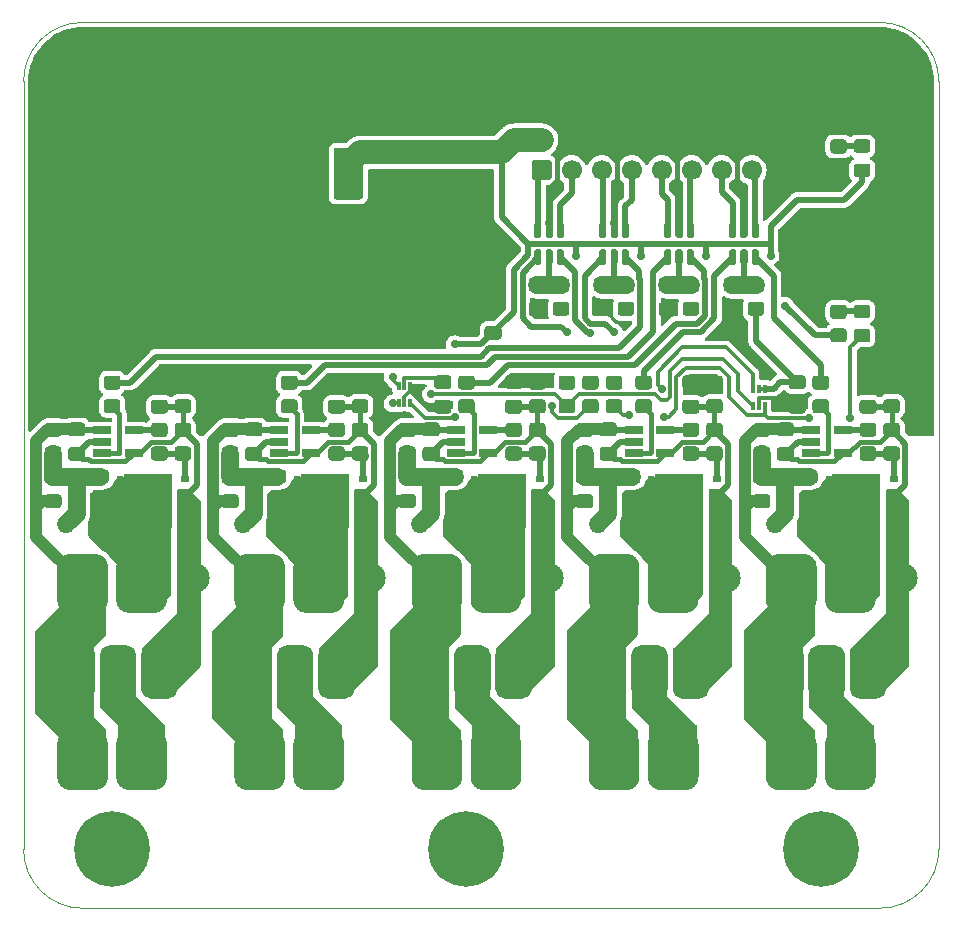
<source format=gbr>
G04 #@! TF.GenerationSoftware,KiCad,Pcbnew,6.0.10+dfsg-1~bpo11+1*
G04 #@! TF.ProjectId,pwr,7077722e-6b69-4636-9164-5f7063625858,rev?*
G04 #@! TF.SameCoordinates,Original*
G04 #@! TF.FileFunction,Copper,L1,Top*
G04 #@! TF.FilePolarity,Positive*
%FSLAX46Y46*%
G04 Gerber Fmt 4.6, Leading zero omitted, Abs format (unit mm)*
%MOMM*%
%LPD*%
G01*
G04 APERTURE LIST*
G04 #@! TA.AperFunction,Profile*
%ADD10C,0.100000*%
G04 #@! TD*
G04 #@! TA.AperFunction,SMDPad,CuDef*
%ADD11C,2.500000*%
G04 #@! TD*
G04 #@! TA.AperFunction,ComponentPad*
%ADD12C,0.700000*%
G04 #@! TD*
G04 #@! TA.AperFunction,SMDPad,CuDef*
%ADD13R,1.100000X1.100000*%
G04 #@! TD*
G04 #@! TA.AperFunction,SMDPad,CuDef*
%ADD14R,0.650000X0.500000*%
G04 #@! TD*
G04 #@! TA.AperFunction,SMDPad,CuDef*
%ADD15R,4.120000X4.600000*%
G04 #@! TD*
G04 #@! TA.AperFunction,SMDPad,CuDef*
%ADD16R,0.550000X0.500000*%
G04 #@! TD*
G04 #@! TA.AperFunction,SMDPad,CuDef*
%ADD17R,1.560000X0.650000*%
G04 #@! TD*
G04 #@! TA.AperFunction,SMDPad,CuDef*
%ADD18R,0.340000X0.700000*%
G04 #@! TD*
G04 #@! TA.AperFunction,ComponentPad*
%ADD19C,0.800000*%
G04 #@! TD*
G04 #@! TA.AperFunction,ComponentPad*
%ADD20C,6.400000*%
G04 #@! TD*
G04 #@! TA.AperFunction,ComponentPad*
%ADD21C,3.000000*%
G04 #@! TD*
G04 #@! TA.AperFunction,ComponentPad*
%ADD22C,1.700000*%
G04 #@! TD*
G04 #@! TA.AperFunction,ViaPad*
%ADD23C,0.700000*%
G04 #@! TD*
G04 #@! TA.AperFunction,Conductor*
%ADD24C,0.300000*%
G04 #@! TD*
G04 #@! TA.AperFunction,Conductor*
%ADD25C,2.000000*%
G04 #@! TD*
G04 #@! TA.AperFunction,Conductor*
%ADD26C,0.500000*%
G04 #@! TD*
G04 #@! TA.AperFunction,Conductor*
%ADD27C,0.400000*%
G04 #@! TD*
G04 #@! TA.AperFunction,Conductor*
%ADD28C,1.500000*%
G04 #@! TD*
G04 #@! TA.AperFunction,Conductor*
%ADD29C,1.000000*%
G04 #@! TD*
G04 APERTURE END LIST*
D10*
X184000000Y-130000000D02*
G75*
G03*
X189000000Y-125000000I0J5000000D01*
G01*
X111500000Y-125000000D02*
G75*
G03*
X116500000Y-130000000I5000000J0D01*
G01*
X116500000Y-55000000D02*
X184000000Y-55000000D01*
X111500000Y-125000000D02*
X111500000Y-60000000D01*
X189000000Y-60000000D02*
G75*
G03*
X184000000Y-55000000I-5000000J0D01*
G01*
X184000000Y-130000000D02*
X116500000Y-130000000D01*
X116500000Y-55000000D02*
G75*
G03*
X111500000Y-60000000I0J-5000000D01*
G01*
X189000000Y-60000000D02*
X189000000Y-125000000D01*
G04 #@! TA.AperFunction,SMDPad,CuDef*
G36*
G01*
X161050000Y-84900000D02*
X161950000Y-84900000D01*
G75*
G02*
X162200000Y-85150000I0J-250000D01*
G01*
X162200000Y-85850000D01*
G75*
G02*
X161950000Y-86100000I-250000J0D01*
G01*
X161050000Y-86100000D01*
G75*
G02*
X160800000Y-85850000I0J250000D01*
G01*
X160800000Y-85150000D01*
G75*
G02*
X161050000Y-84900000I250000J0D01*
G01*
G37*
G04 #@! TD.AperFunction*
G04 #@! TA.AperFunction,SMDPad,CuDef*
G36*
G01*
X161050000Y-86900000D02*
X161950000Y-86900000D01*
G75*
G02*
X162200000Y-87150000I0J-250000D01*
G01*
X162200000Y-87850000D01*
G75*
G02*
X161950000Y-88100000I-250000J0D01*
G01*
X161050000Y-88100000D01*
G75*
G02*
X160800000Y-87850000I0J250000D01*
G01*
X160800000Y-87150000D01*
G75*
G02*
X161050000Y-86900000I250000J0D01*
G01*
G37*
G04 #@! TD.AperFunction*
G04 #@! TA.AperFunction,SMDPad,CuDef*
G36*
G01*
X180950000Y-68100000D02*
X180050000Y-68100000D01*
G75*
G02*
X179800000Y-67850000I0J250000D01*
G01*
X179800000Y-67150000D01*
G75*
G02*
X180050000Y-66900000I250000J0D01*
G01*
X180950000Y-66900000D01*
G75*
G02*
X181200000Y-67150000I0J-250000D01*
G01*
X181200000Y-67850000D01*
G75*
G02*
X180950000Y-68100000I-250000J0D01*
G01*
G37*
G04 #@! TD.AperFunction*
G04 #@! TA.AperFunction,SMDPad,CuDef*
G36*
G01*
X180950000Y-66100000D02*
X180050000Y-66100000D01*
G75*
G02*
X179800000Y-65850000I0J250000D01*
G01*
X179800000Y-65150000D01*
G75*
G02*
X180050000Y-64900000I250000J0D01*
G01*
X180950000Y-64900000D01*
G75*
G02*
X181200000Y-65150000I0J-250000D01*
G01*
X181200000Y-65850000D01*
G75*
G02*
X180950000Y-66100000I-250000J0D01*
G01*
G37*
G04 #@! TD.AperFunction*
G04 #@! TA.AperFunction,SMDPad,CuDef*
G36*
G01*
X173050000Y-76647500D02*
X173950000Y-76647500D01*
G75*
G02*
X174200000Y-76897500I0J-250000D01*
G01*
X174200000Y-77597500D01*
G75*
G02*
X173950000Y-77847500I-250000J0D01*
G01*
X173050000Y-77847500D01*
G75*
G02*
X172800000Y-77597500I0J250000D01*
G01*
X172800000Y-76897500D01*
G75*
G02*
X173050000Y-76647500I250000J0D01*
G01*
G37*
G04 #@! TD.AperFunction*
G04 #@! TA.AperFunction,SMDPad,CuDef*
G36*
G01*
X173050000Y-78647500D02*
X173950000Y-78647500D01*
G75*
G02*
X174200000Y-78897500I0J-250000D01*
G01*
X174200000Y-79597500D01*
G75*
G02*
X173950000Y-79847500I-250000J0D01*
G01*
X173050000Y-79847500D01*
G75*
G02*
X172800000Y-79597500I0J250000D01*
G01*
X172800000Y-78897500D01*
G75*
G02*
X173050000Y-78647500I250000J0D01*
G01*
G37*
G04 #@! TD.AperFunction*
G04 #@! TA.AperFunction,SMDPad,CuDef*
G36*
G01*
X118550000Y-84900000D02*
X119450000Y-84900000D01*
G75*
G02*
X119700000Y-85150000I0J-250000D01*
G01*
X119700000Y-85850000D01*
G75*
G02*
X119450000Y-86100000I-250000J0D01*
G01*
X118550000Y-86100000D01*
G75*
G02*
X118300000Y-85850000I0J250000D01*
G01*
X118300000Y-85150000D01*
G75*
G02*
X118550000Y-84900000I250000J0D01*
G01*
G37*
G04 #@! TD.AperFunction*
G04 #@! TA.AperFunction,SMDPad,CuDef*
G36*
G01*
X118550000Y-86900000D02*
X119450000Y-86900000D01*
G75*
G02*
X119700000Y-87150000I0J-250000D01*
G01*
X119700000Y-87850000D01*
G75*
G02*
X119450000Y-88100000I-250000J0D01*
G01*
X118550000Y-88100000D01*
G75*
G02*
X118300000Y-87850000I0J250000D01*
G01*
X118300000Y-87150000D01*
G75*
G02*
X118550000Y-86900000I250000J0D01*
G01*
G37*
G04 #@! TD.AperFunction*
G04 #@! TA.AperFunction,SMDPad,CuDef*
G36*
G01*
X139550000Y-84900000D02*
X140450000Y-84900000D01*
G75*
G02*
X140700000Y-85150000I0J-250000D01*
G01*
X140700000Y-85850000D01*
G75*
G02*
X140450000Y-86100000I-250000J0D01*
G01*
X139550000Y-86100000D01*
G75*
G02*
X139300000Y-85850000I0J250000D01*
G01*
X139300000Y-85150000D01*
G75*
G02*
X139550000Y-84900000I250000J0D01*
G01*
G37*
G04 #@! TD.AperFunction*
G04 #@! TA.AperFunction,SMDPad,CuDef*
G36*
G01*
X139550000Y-86900000D02*
X140450000Y-86900000D01*
G75*
G02*
X140700000Y-87150000I0J-250000D01*
G01*
X140700000Y-87850000D01*
G75*
G02*
X140450000Y-88100000I-250000J0D01*
G01*
X139550000Y-88100000D01*
G75*
G02*
X139300000Y-87850000I0J250000D01*
G01*
X139300000Y-87150000D01*
G75*
G02*
X139550000Y-86900000I250000J0D01*
G01*
G37*
G04 #@! TD.AperFunction*
G04 #@! TA.AperFunction,SMDPad,CuDef*
G36*
G01*
X133550000Y-84900000D02*
X134450000Y-84900000D01*
G75*
G02*
X134700000Y-85150000I0J-250000D01*
G01*
X134700000Y-85850000D01*
G75*
G02*
X134450000Y-86100000I-250000J0D01*
G01*
X133550000Y-86100000D01*
G75*
G02*
X133300000Y-85850000I0J250000D01*
G01*
X133300000Y-85150000D01*
G75*
G02*
X133550000Y-84900000I250000J0D01*
G01*
G37*
G04 #@! TD.AperFunction*
G04 #@! TA.AperFunction,SMDPad,CuDef*
G36*
G01*
X133550000Y-86900000D02*
X134450000Y-86900000D01*
G75*
G02*
X134700000Y-87150000I0J-250000D01*
G01*
X134700000Y-87850000D01*
G75*
G02*
X134450000Y-88100000I-250000J0D01*
G01*
X133550000Y-88100000D01*
G75*
G02*
X133300000Y-87850000I0J250000D01*
G01*
X133300000Y-87150000D01*
G75*
G02*
X133550000Y-86900000I250000J0D01*
G01*
G37*
G04 #@! TD.AperFunction*
D11*
X156000000Y-102000000D03*
G04 #@! TA.AperFunction,SMDPad,CuDef*
G36*
G01*
X182550000Y-88900000D02*
X183450000Y-88900000D01*
G75*
G02*
X183700000Y-89150000I0J-250000D01*
G01*
X183700000Y-89850000D01*
G75*
G02*
X183450000Y-90100000I-250000J0D01*
G01*
X182550000Y-90100000D01*
G75*
G02*
X182300000Y-89850000I0J250000D01*
G01*
X182300000Y-89150000D01*
G75*
G02*
X182550000Y-88900000I250000J0D01*
G01*
G37*
G04 #@! TD.AperFunction*
G04 #@! TA.AperFunction,SMDPad,CuDef*
G36*
G01*
X182550000Y-90900000D02*
X183450000Y-90900000D01*
G75*
G02*
X183700000Y-91150000I0J-250000D01*
G01*
X183700000Y-91850000D01*
G75*
G02*
X183450000Y-92100000I-250000J0D01*
G01*
X182550000Y-92100000D01*
G75*
G02*
X182300000Y-91850000I0J250000D01*
G01*
X182300000Y-91150000D01*
G75*
G02*
X182550000Y-90900000I250000J0D01*
G01*
G37*
G04 #@! TD.AperFunction*
G04 #@! TA.AperFunction,SMDPad,CuDef*
G36*
G01*
X162525000Y-92875000D02*
X163475000Y-92875000D01*
G75*
G02*
X163725000Y-93125000I0J-250000D01*
G01*
X163725000Y-93800000D01*
G75*
G02*
X163475000Y-94050000I-250000J0D01*
G01*
X162525000Y-94050000D01*
G75*
G02*
X162275000Y-93800000I0J250000D01*
G01*
X162275000Y-93125000D01*
G75*
G02*
X162525000Y-92875000I250000J0D01*
G01*
G37*
G04 #@! TD.AperFunction*
G04 #@! TA.AperFunction,SMDPad,CuDef*
G36*
G01*
X162525000Y-94950000D02*
X163475000Y-94950000D01*
G75*
G02*
X163725000Y-95200000I0J-250000D01*
G01*
X163725000Y-95875000D01*
G75*
G02*
X163475000Y-96125000I-250000J0D01*
G01*
X162525000Y-96125000D01*
G75*
G02*
X162275000Y-95875000I0J250000D01*
G01*
X162275000Y-95200000D01*
G75*
G02*
X162525000Y-94950000I250000J0D01*
G01*
G37*
G04 #@! TD.AperFunction*
G04 #@! TA.AperFunction,SMDPad,CuDef*
G36*
G01*
X171025000Y-76622500D02*
X171975000Y-76622500D01*
G75*
G02*
X172225000Y-76872500I0J-250000D01*
G01*
X172225000Y-77547500D01*
G75*
G02*
X171975000Y-77797500I-250000J0D01*
G01*
X171025000Y-77797500D01*
G75*
G02*
X170775000Y-77547500I0J250000D01*
G01*
X170775000Y-76872500D01*
G75*
G02*
X171025000Y-76622500I250000J0D01*
G01*
G37*
G04 #@! TD.AperFunction*
G04 #@! TA.AperFunction,SMDPad,CuDef*
G36*
G01*
X171025000Y-78697500D02*
X171975000Y-78697500D01*
G75*
G02*
X172225000Y-78947500I0J-250000D01*
G01*
X172225000Y-79622500D01*
G75*
G02*
X171975000Y-79872500I-250000J0D01*
G01*
X171025000Y-79872500D01*
G75*
G02*
X170775000Y-79622500I0J250000D01*
G01*
X170775000Y-78947500D01*
G75*
G02*
X171025000Y-78697500I250000J0D01*
G01*
G37*
G04 #@! TD.AperFunction*
G04 #@! TA.AperFunction,SMDPad,CuDef*
G36*
G01*
X156550000Y-76647500D02*
X157450000Y-76647500D01*
G75*
G02*
X157700000Y-76897500I0J-250000D01*
G01*
X157700000Y-77597500D01*
G75*
G02*
X157450000Y-77847500I-250000J0D01*
G01*
X156550000Y-77847500D01*
G75*
G02*
X156300000Y-77597500I0J250000D01*
G01*
X156300000Y-76897500D01*
G75*
G02*
X156550000Y-76647500I250000J0D01*
G01*
G37*
G04 #@! TD.AperFunction*
G04 #@! TA.AperFunction,SMDPad,CuDef*
G36*
G01*
X156550000Y-78647500D02*
X157450000Y-78647500D01*
G75*
G02*
X157700000Y-78897500I0J-250000D01*
G01*
X157700000Y-79597500D01*
G75*
G02*
X157450000Y-79847500I-250000J0D01*
G01*
X156550000Y-79847500D01*
G75*
G02*
X156300000Y-79597500I0J250000D01*
G01*
X156300000Y-78897500D01*
G75*
G02*
X156550000Y-78647500I250000J0D01*
G01*
G37*
G04 #@! TD.AperFunction*
D12*
X132000000Y-111750000D03*
G04 #@! TA.AperFunction,ComponentPad*
G36*
X132550000Y-111475000D02*
G01*
X132533898Y-111632160D01*
X132477389Y-111802529D01*
X132383202Y-111955329D01*
X132256390Y-112082362D01*
X132103755Y-112176816D01*
X131933484Y-112233622D01*
X131775000Y-112250000D01*
X130070000Y-112250000D01*
X129450000Y-111630000D01*
X129450000Y-108525000D01*
X129466102Y-108367840D01*
X129522611Y-108197471D01*
X129616798Y-108044671D01*
X129743610Y-107917638D01*
X129896245Y-107823184D01*
X130066516Y-107766378D01*
X130225000Y-107750000D01*
X131775000Y-107750000D01*
X131932160Y-107766102D01*
X132102529Y-107822611D01*
X132255329Y-107916798D01*
X132382362Y-108043610D01*
X132476816Y-108196245D01*
X132533622Y-108366516D01*
X132550000Y-108525000D01*
X132550000Y-111475000D01*
G37*
G04 #@! TD.AperFunction*
X132000000Y-108250000D03*
X130000000Y-108250000D03*
X130000000Y-111750000D03*
X133500000Y-111750000D03*
X135500000Y-111750000D03*
G04 #@! TA.AperFunction,ComponentPad*
G36*
G01*
X136050000Y-108525000D02*
X136050000Y-111475000D01*
G75*
G02*
X135275000Y-112250000I-775000J0D01*
G01*
X133725000Y-112250000D01*
G75*
G02*
X132950000Y-111475000I0J775000D01*
G01*
X132950000Y-108525000D01*
G75*
G02*
X133725000Y-107750000I775000J0D01*
G01*
X135275000Y-107750000D01*
G75*
G02*
X136050000Y-108525000I0J-775000D01*
G01*
G37*
G04 #@! TD.AperFunction*
X133500000Y-108250000D03*
X135500000Y-108250000D03*
X139016000Y-108250000D03*
X136984000Y-108250000D03*
X139000000Y-111750000D03*
X136984000Y-111750000D03*
G04 #@! TA.AperFunction,ComponentPad*
G36*
G01*
X139550000Y-108525000D02*
X139550000Y-111475000D01*
G75*
G02*
X138775000Y-112250000I-775000J0D01*
G01*
X137225000Y-112250000D01*
G75*
G02*
X136450000Y-111475000I0J775000D01*
G01*
X136450000Y-108525000D01*
G75*
G02*
X137225000Y-107750000I775000J0D01*
G01*
X138775000Y-107750000D01*
G75*
G02*
X139550000Y-108525000I0J-775000D01*
G01*
G37*
G04 #@! TD.AperFunction*
G04 #@! TA.AperFunction,SMDPad,CuDef*
G36*
G01*
X168475000Y-88125000D02*
X167525000Y-88125000D01*
G75*
G02*
X167275000Y-87875000I0J250000D01*
G01*
X167275000Y-87200000D01*
G75*
G02*
X167525000Y-86950000I250000J0D01*
G01*
X168475000Y-86950000D01*
G75*
G02*
X168725000Y-87200000I0J-250000D01*
G01*
X168725000Y-87875000D01*
G75*
G02*
X168475000Y-88125000I-250000J0D01*
G01*
G37*
G04 #@! TD.AperFunction*
G04 #@! TA.AperFunction,SMDPad,CuDef*
G36*
G01*
X168475000Y-86050000D02*
X167525000Y-86050000D01*
G75*
G02*
X167275000Y-85800000I0J250000D01*
G01*
X167275000Y-85125000D01*
G75*
G02*
X167525000Y-84875000I250000J0D01*
G01*
X168475000Y-84875000D01*
G75*
G02*
X168725000Y-85125000I0J-250000D01*
G01*
X168725000Y-85800000D01*
G75*
G02*
X168475000Y-86050000I-250000J0D01*
G01*
G37*
G04 #@! TD.AperFunction*
G04 #@! TA.AperFunction,SMDPad,CuDef*
G36*
G01*
X184550000Y-84900000D02*
X185450000Y-84900000D01*
G75*
G02*
X185700000Y-85150000I0J-250000D01*
G01*
X185700000Y-85850000D01*
G75*
G02*
X185450000Y-86100000I-250000J0D01*
G01*
X184550000Y-86100000D01*
G75*
G02*
X184300000Y-85850000I0J250000D01*
G01*
X184300000Y-85150000D01*
G75*
G02*
X184550000Y-84900000I250000J0D01*
G01*
G37*
G04 #@! TD.AperFunction*
G04 #@! TA.AperFunction,SMDPad,CuDef*
G36*
G01*
X184550000Y-86900000D02*
X185450000Y-86900000D01*
G75*
G02*
X185700000Y-87150000I0J-250000D01*
G01*
X185700000Y-87850000D01*
G75*
G02*
X185450000Y-88100000I-250000J0D01*
G01*
X184550000Y-88100000D01*
G75*
G02*
X184300000Y-87850000I0J250000D01*
G01*
X184300000Y-87150000D01*
G75*
G02*
X184550000Y-86900000I250000J0D01*
G01*
G37*
G04 #@! TD.AperFunction*
G04 #@! TA.AperFunction,SMDPad,CuDef*
G36*
G01*
X160025000Y-76622500D02*
X160975000Y-76622500D01*
G75*
G02*
X161225000Y-76872500I0J-250000D01*
G01*
X161225000Y-77547500D01*
G75*
G02*
X160975000Y-77797500I-250000J0D01*
G01*
X160025000Y-77797500D01*
G75*
G02*
X159775000Y-77547500I0J250000D01*
G01*
X159775000Y-76872500D01*
G75*
G02*
X160025000Y-76622500I250000J0D01*
G01*
G37*
G04 #@! TD.AperFunction*
G04 #@! TA.AperFunction,SMDPad,CuDef*
G36*
G01*
X160025000Y-78697500D02*
X160975000Y-78697500D01*
G75*
G02*
X161225000Y-78947500I0J-250000D01*
G01*
X161225000Y-79622500D01*
G75*
G02*
X160975000Y-79872500I-250000J0D01*
G01*
X160025000Y-79872500D01*
G75*
G02*
X159775000Y-79622500I0J250000D01*
G01*
X159775000Y-78947500D01*
G75*
G02*
X160025000Y-78697500I250000J0D01*
G01*
G37*
G04 #@! TD.AperFunction*
G04 #@! TA.AperFunction,SMDPad,CuDef*
G36*
G01*
X125450000Y-92100000D02*
X124550000Y-92100000D01*
G75*
G02*
X124300000Y-91850000I0J250000D01*
G01*
X124300000Y-91150000D01*
G75*
G02*
X124550000Y-90900000I250000J0D01*
G01*
X125450000Y-90900000D01*
G75*
G02*
X125700000Y-91150000I0J-250000D01*
G01*
X125700000Y-91850000D01*
G75*
G02*
X125450000Y-92100000I-250000J0D01*
G01*
G37*
G04 #@! TD.AperFunction*
G04 #@! TA.AperFunction,SMDPad,CuDef*
G36*
G01*
X125450000Y-90100000D02*
X124550000Y-90100000D01*
G75*
G02*
X124300000Y-89850000I0J250000D01*
G01*
X124300000Y-89150000D01*
G75*
G02*
X124550000Y-88900000I250000J0D01*
G01*
X125450000Y-88900000D01*
G75*
G02*
X125700000Y-89150000I0J-250000D01*
G01*
X125700000Y-89850000D01*
G75*
G02*
X125450000Y-90100000I-250000J0D01*
G01*
G37*
G04 #@! TD.AperFunction*
D11*
X186000000Y-102000000D03*
G04 #@! TA.AperFunction,SMDPad,CuDef*
G36*
G01*
X159475000Y-96125000D02*
X158525000Y-96125000D01*
G75*
G02*
X158275000Y-95875000I0J250000D01*
G01*
X158275000Y-95200000D01*
G75*
G02*
X158525000Y-94950000I250000J0D01*
G01*
X159475000Y-94950000D01*
G75*
G02*
X159725000Y-95200000I0J-250000D01*
G01*
X159725000Y-95875000D01*
G75*
G02*
X159475000Y-96125000I-250000J0D01*
G01*
G37*
G04 #@! TD.AperFunction*
G04 #@! TA.AperFunction,SMDPad,CuDef*
G36*
G01*
X159475000Y-94050000D02*
X158525000Y-94050000D01*
G75*
G02*
X158275000Y-93800000I0J250000D01*
G01*
X158275000Y-93125000D01*
G75*
G02*
X158525000Y-92875000I250000J0D01*
G01*
X159475000Y-92875000D01*
G75*
G02*
X159725000Y-93125000I0J-250000D01*
G01*
X159725000Y-93800000D01*
G75*
G02*
X159475000Y-94050000I-250000J0D01*
G01*
G37*
G04 #@! TD.AperFunction*
D13*
X160100000Y-97600000D03*
X162900000Y-97600000D03*
X145100000Y-97600000D03*
X147900000Y-97600000D03*
G04 #@! TA.AperFunction,SMDPad,CuDef*
G36*
G01*
X147525000Y-92875000D02*
X148475000Y-92875000D01*
G75*
G02*
X148725000Y-93125000I0J-250000D01*
G01*
X148725000Y-93800000D01*
G75*
G02*
X148475000Y-94050000I-250000J0D01*
G01*
X147525000Y-94050000D01*
G75*
G02*
X147275000Y-93800000I0J250000D01*
G01*
X147275000Y-93125000D01*
G75*
G02*
X147525000Y-92875000I250000J0D01*
G01*
G37*
G04 #@! TD.AperFunction*
G04 #@! TA.AperFunction,SMDPad,CuDef*
G36*
G01*
X147525000Y-94950000D02*
X148475000Y-94950000D01*
G75*
G02*
X148725000Y-95200000I0J-250000D01*
G01*
X148725000Y-95875000D01*
G75*
G02*
X148475000Y-96125000I-250000J0D01*
G01*
X147525000Y-96125000D01*
G75*
G02*
X147275000Y-95875000I0J250000D01*
G01*
X147275000Y-95200000D01*
G75*
G02*
X147525000Y-94950000I250000J0D01*
G01*
G37*
G04 #@! TD.AperFunction*
G04 #@! TA.AperFunction,SMDPad,CuDef*
G36*
G01*
X115525000Y-88875000D02*
X116475000Y-88875000D01*
G75*
G02*
X116725000Y-89125000I0J-250000D01*
G01*
X116725000Y-89800000D01*
G75*
G02*
X116475000Y-90050000I-250000J0D01*
G01*
X115525000Y-90050000D01*
G75*
G02*
X115275000Y-89800000I0J250000D01*
G01*
X115275000Y-89125000D01*
G75*
G02*
X115525000Y-88875000I250000J0D01*
G01*
G37*
G04 #@! TD.AperFunction*
G04 #@! TA.AperFunction,SMDPad,CuDef*
G36*
G01*
X115525000Y-90950000D02*
X116475000Y-90950000D01*
G75*
G02*
X116725000Y-91200000I0J-250000D01*
G01*
X116725000Y-91875000D01*
G75*
G02*
X116475000Y-92125000I-250000J0D01*
G01*
X115525000Y-92125000D01*
G75*
G02*
X115275000Y-91875000I0J250000D01*
G01*
X115275000Y-91200000D01*
G75*
G02*
X115525000Y-90950000I250000J0D01*
G01*
G37*
G04 #@! TD.AperFunction*
G04 #@! TA.AperFunction,SMDPad,CuDef*
G36*
G01*
X137550000Y-88900000D02*
X138450000Y-88900000D01*
G75*
G02*
X138700000Y-89150000I0J-250000D01*
G01*
X138700000Y-89850000D01*
G75*
G02*
X138450000Y-90100000I-250000J0D01*
G01*
X137550000Y-90100000D01*
G75*
G02*
X137300000Y-89850000I0J250000D01*
G01*
X137300000Y-89150000D01*
G75*
G02*
X137550000Y-88900000I250000J0D01*
G01*
G37*
G04 #@! TD.AperFunction*
G04 #@! TA.AperFunction,SMDPad,CuDef*
G36*
G01*
X137550000Y-90900000D02*
X138450000Y-90900000D01*
G75*
G02*
X138700000Y-91150000I0J-250000D01*
G01*
X138700000Y-91850000D01*
G75*
G02*
X138450000Y-92100000I-250000J0D01*
G01*
X137550000Y-92100000D01*
G75*
G02*
X137300000Y-91850000I0J250000D01*
G01*
X137300000Y-91150000D01*
G75*
G02*
X137550000Y-90900000I250000J0D01*
G01*
G37*
G04 #@! TD.AperFunction*
D14*
X155215000Y-97440000D03*
X155215000Y-96170000D03*
X155215000Y-94900000D03*
X155215000Y-93630000D03*
D15*
X152000000Y-95535000D03*
D16*
X149665000Y-93630000D03*
X149665000Y-97440000D03*
X149665000Y-96170000D03*
X149665000Y-94900000D03*
G04 #@! TA.AperFunction,SMDPad,CuDef*
G36*
G01*
X132525000Y-92875000D02*
X133475000Y-92875000D01*
G75*
G02*
X133725000Y-93125000I0J-250000D01*
G01*
X133725000Y-93800000D01*
G75*
G02*
X133475000Y-94050000I-250000J0D01*
G01*
X132525000Y-94050000D01*
G75*
G02*
X132275000Y-93800000I0J250000D01*
G01*
X132275000Y-93125000D01*
G75*
G02*
X132525000Y-92875000I250000J0D01*
G01*
G37*
G04 #@! TD.AperFunction*
G04 #@! TA.AperFunction,SMDPad,CuDef*
G36*
G01*
X132525000Y-94950000D02*
X133475000Y-94950000D01*
G75*
G02*
X133725000Y-95200000I0J-250000D01*
G01*
X133725000Y-95875000D01*
G75*
G02*
X133475000Y-96125000I-250000J0D01*
G01*
X132525000Y-96125000D01*
G75*
G02*
X132275000Y-95875000I0J250000D01*
G01*
X132275000Y-95200000D01*
G75*
G02*
X132525000Y-94950000I250000J0D01*
G01*
G37*
G04 #@! TD.AperFunction*
G04 #@! TA.AperFunction,SMDPad,CuDef*
G36*
G01*
X140450000Y-92100000D02*
X139550000Y-92100000D01*
G75*
G02*
X139300000Y-91850000I0J250000D01*
G01*
X139300000Y-91150000D01*
G75*
G02*
X139550000Y-90900000I250000J0D01*
G01*
X140450000Y-90900000D01*
G75*
G02*
X140700000Y-91150000I0J-250000D01*
G01*
X140700000Y-91850000D01*
G75*
G02*
X140450000Y-92100000I-250000J0D01*
G01*
G37*
G04 #@! TD.AperFunction*
G04 #@! TA.AperFunction,SMDPad,CuDef*
G36*
G01*
X140450000Y-90100000D02*
X139550000Y-90100000D01*
G75*
G02*
X139300000Y-89850000I0J250000D01*
G01*
X139300000Y-89150000D01*
G75*
G02*
X139550000Y-88900000I250000J0D01*
G01*
X140450000Y-88900000D01*
G75*
G02*
X140700000Y-89150000I0J-250000D01*
G01*
X140700000Y-89850000D01*
G75*
G02*
X140450000Y-90100000I-250000J0D01*
G01*
G37*
G04 #@! TD.AperFunction*
D12*
X177000000Y-108250000D03*
X177000000Y-111750000D03*
X175000000Y-111750000D03*
X175000000Y-108250000D03*
G04 #@! TA.AperFunction,ComponentPad*
G36*
X177550000Y-111475000D02*
G01*
X177533898Y-111632160D01*
X177477389Y-111802529D01*
X177383202Y-111955329D01*
X177256390Y-112082362D01*
X177103755Y-112176816D01*
X176933484Y-112233622D01*
X176775000Y-112250000D01*
X175070000Y-112250000D01*
X174450000Y-111630000D01*
X174450000Y-108525000D01*
X174466102Y-108367840D01*
X174522611Y-108197471D01*
X174616798Y-108044671D01*
X174743610Y-107917638D01*
X174896245Y-107823184D01*
X175066516Y-107766378D01*
X175225000Y-107750000D01*
X176775000Y-107750000D01*
X176932160Y-107766102D01*
X177102529Y-107822611D01*
X177255329Y-107916798D01*
X177382362Y-108043610D01*
X177476816Y-108196245D01*
X177533622Y-108366516D01*
X177550000Y-108525000D01*
X177550000Y-111475000D01*
G37*
G04 #@! TD.AperFunction*
G04 #@! TA.AperFunction,ComponentPad*
G36*
G01*
X181050000Y-108525000D02*
X181050000Y-111475000D01*
G75*
G02*
X180275000Y-112250000I-775000J0D01*
G01*
X178725000Y-112250000D01*
G75*
G02*
X177950000Y-111475000I0J775000D01*
G01*
X177950000Y-108525000D01*
G75*
G02*
X178725000Y-107750000I775000J0D01*
G01*
X180275000Y-107750000D01*
G75*
G02*
X181050000Y-108525000I0J-775000D01*
G01*
G37*
G04 #@! TD.AperFunction*
X178500000Y-111750000D03*
X180500000Y-111750000D03*
X180500000Y-108250000D03*
X178500000Y-108250000D03*
G04 #@! TA.AperFunction,ComponentPad*
G36*
G01*
X184550000Y-108525000D02*
X184550000Y-111475000D01*
G75*
G02*
X183775000Y-112250000I-775000J0D01*
G01*
X182225000Y-112250000D01*
G75*
G02*
X181450000Y-111475000I0J775000D01*
G01*
X181450000Y-108525000D01*
G75*
G02*
X182225000Y-107750000I775000J0D01*
G01*
X183775000Y-107750000D01*
G75*
G02*
X184550000Y-108525000I0J-775000D01*
G01*
G37*
G04 #@! TD.AperFunction*
X181984000Y-111750000D03*
X184000000Y-111750000D03*
X181984000Y-108250000D03*
X184016000Y-108250000D03*
G04 #@! TA.AperFunction,SMDPad,CuDef*
G36*
G01*
X182050000Y-64900000D02*
X182950000Y-64900000D01*
G75*
G02*
X183200000Y-65150000I0J-250000D01*
G01*
X183200000Y-65800000D01*
G75*
G02*
X182950000Y-66050000I-250000J0D01*
G01*
X182050000Y-66050000D01*
G75*
G02*
X181800000Y-65800000I0J250000D01*
G01*
X181800000Y-65150000D01*
G75*
G02*
X182050000Y-64900000I250000J0D01*
G01*
G37*
G04 #@! TD.AperFunction*
G04 #@! TA.AperFunction,SMDPad,CuDef*
G36*
G01*
X182050000Y-66950000D02*
X182950000Y-66950000D01*
G75*
G02*
X183200000Y-67200000I0J-250000D01*
G01*
X183200000Y-67850000D01*
G75*
G02*
X182950000Y-68100000I-250000J0D01*
G01*
X182050000Y-68100000D01*
G75*
G02*
X181800000Y-67850000I0J250000D01*
G01*
X181800000Y-67200000D01*
G75*
G02*
X182050000Y-66950000I250000J0D01*
G01*
G37*
G04 #@! TD.AperFunction*
G04 #@! TA.AperFunction,SMDPad,CuDef*
G36*
G01*
X165525000Y-76622500D02*
X166475000Y-76622500D01*
G75*
G02*
X166725000Y-76872500I0J-250000D01*
G01*
X166725000Y-77547500D01*
G75*
G02*
X166475000Y-77797500I-250000J0D01*
G01*
X165525000Y-77797500D01*
G75*
G02*
X165275000Y-77547500I0J250000D01*
G01*
X165275000Y-76872500D01*
G75*
G02*
X165525000Y-76622500I250000J0D01*
G01*
G37*
G04 #@! TD.AperFunction*
G04 #@! TA.AperFunction,SMDPad,CuDef*
G36*
G01*
X165525000Y-78697500D02*
X166475000Y-78697500D01*
G75*
G02*
X166725000Y-78947500I0J-250000D01*
G01*
X166725000Y-79622500D01*
G75*
G02*
X166475000Y-79872500I-250000J0D01*
G01*
X165525000Y-79872500D01*
G75*
G02*
X165275000Y-79622500I0J250000D01*
G01*
X165275000Y-78947500D01*
G75*
G02*
X165525000Y-78697500I250000J0D01*
G01*
G37*
G04 #@! TD.AperFunction*
D17*
X118150000Y-89550000D03*
X118150000Y-90500000D03*
X118150000Y-91450000D03*
X120850000Y-91450000D03*
X120850000Y-89550000D03*
G04 #@! TA.AperFunction,SMDPad,CuDef*
G36*
G01*
X138475000Y-88125000D02*
X137525000Y-88125000D01*
G75*
G02*
X137275000Y-87875000I0J250000D01*
G01*
X137275000Y-87200000D01*
G75*
G02*
X137525000Y-86950000I250000J0D01*
G01*
X138475000Y-86950000D01*
G75*
G02*
X138725000Y-87200000I0J-250000D01*
G01*
X138725000Y-87875000D01*
G75*
G02*
X138475000Y-88125000I-250000J0D01*
G01*
G37*
G04 #@! TD.AperFunction*
G04 #@! TA.AperFunction,SMDPad,CuDef*
G36*
G01*
X138475000Y-86050000D02*
X137525000Y-86050000D01*
G75*
G02*
X137275000Y-85800000I0J250000D01*
G01*
X137275000Y-85125000D01*
G75*
G02*
X137525000Y-84875000I250000J0D01*
G01*
X138475000Y-84875000D01*
G75*
G02*
X138725000Y-85125000I0J-250000D01*
G01*
X138725000Y-85800000D01*
G75*
G02*
X138475000Y-86050000I-250000J0D01*
G01*
G37*
G04 #@! TD.AperFunction*
X133150000Y-89550000D03*
X133150000Y-90500000D03*
X133150000Y-91450000D03*
X135850000Y-91450000D03*
X135850000Y-89550000D03*
D11*
X126000000Y-102000000D03*
G04 #@! TA.AperFunction,SMDPad,CuDef*
G36*
G01*
X173300000Y-71947500D02*
X173600000Y-71947500D01*
G75*
G02*
X173750000Y-72097500I0J-150000D01*
G01*
X173750000Y-73122500D01*
G75*
G02*
X173600000Y-73272500I-150000J0D01*
G01*
X173300000Y-73272500D01*
G75*
G02*
X173150000Y-73122500I0J150000D01*
G01*
X173150000Y-72097500D01*
G75*
G02*
X173300000Y-71947500I150000J0D01*
G01*
G37*
G04 #@! TD.AperFunction*
G04 #@! TA.AperFunction,SMDPad,CuDef*
G36*
G01*
X172350000Y-71947500D02*
X172650000Y-71947500D01*
G75*
G02*
X172800000Y-72097500I0J-150000D01*
G01*
X172800000Y-73122500D01*
G75*
G02*
X172650000Y-73272500I-150000J0D01*
G01*
X172350000Y-73272500D01*
G75*
G02*
X172200000Y-73122500I0J150000D01*
G01*
X172200000Y-72097500D01*
G75*
G02*
X172350000Y-71947500I150000J0D01*
G01*
G37*
G04 #@! TD.AperFunction*
G04 #@! TA.AperFunction,SMDPad,CuDef*
G36*
G01*
X171400000Y-71947500D02*
X171700000Y-71947500D01*
G75*
G02*
X171850000Y-72097500I0J-150000D01*
G01*
X171850000Y-73122500D01*
G75*
G02*
X171700000Y-73272500I-150000J0D01*
G01*
X171400000Y-73272500D01*
G75*
G02*
X171250000Y-73122500I0J150000D01*
G01*
X171250000Y-72097500D01*
G75*
G02*
X171400000Y-71947500I150000J0D01*
G01*
G37*
G04 #@! TD.AperFunction*
G04 #@! TA.AperFunction,SMDPad,CuDef*
G36*
G01*
X171400000Y-74222500D02*
X171700000Y-74222500D01*
G75*
G02*
X171850000Y-74372500I0J-150000D01*
G01*
X171850000Y-75397500D01*
G75*
G02*
X171700000Y-75547500I-150000J0D01*
G01*
X171400000Y-75547500D01*
G75*
G02*
X171250000Y-75397500I0J150000D01*
G01*
X171250000Y-74372500D01*
G75*
G02*
X171400000Y-74222500I150000J0D01*
G01*
G37*
G04 #@! TD.AperFunction*
G04 #@! TA.AperFunction,SMDPad,CuDef*
G36*
G01*
X172350000Y-74222500D02*
X172650000Y-74222500D01*
G75*
G02*
X172800000Y-74372500I0J-150000D01*
G01*
X172800000Y-75397500D01*
G75*
G02*
X172650000Y-75547500I-150000J0D01*
G01*
X172350000Y-75547500D01*
G75*
G02*
X172200000Y-75397500I0J150000D01*
G01*
X172200000Y-74372500D01*
G75*
G02*
X172350000Y-74222500I150000J0D01*
G01*
G37*
G04 #@! TD.AperFunction*
G04 #@! TA.AperFunction,SMDPad,CuDef*
G36*
G01*
X173300000Y-74222500D02*
X173600000Y-74222500D01*
G75*
G02*
X173750000Y-74372500I0J-150000D01*
G01*
X173750000Y-75397500D01*
G75*
G02*
X173600000Y-75547500I-150000J0D01*
G01*
X173300000Y-75547500D01*
G75*
G02*
X173150000Y-75397500I0J150000D01*
G01*
X173150000Y-74372500D01*
G75*
G02*
X173300000Y-74222500I150000J0D01*
G01*
G37*
G04 #@! TD.AperFunction*
G04 #@! TA.AperFunction,SMDPad,CuDef*
G36*
G01*
X138000000Y-65600000D02*
X140000000Y-65600000D01*
G75*
G02*
X140250000Y-65850000I0J-250000D01*
G01*
X140250000Y-69750000D01*
G75*
G02*
X140000000Y-70000000I-250000J0D01*
G01*
X138000000Y-70000000D01*
G75*
G02*
X137750000Y-69750000I0J250000D01*
G01*
X137750000Y-65850000D01*
G75*
G02*
X138000000Y-65600000I250000J0D01*
G01*
G37*
G04 #@! TD.AperFunction*
G04 #@! TA.AperFunction,SMDPad,CuDef*
G36*
G01*
X138000000Y-74000000D02*
X140000000Y-74000000D01*
G75*
G02*
X140250000Y-74250000I0J-250000D01*
G01*
X140250000Y-78150000D01*
G75*
G02*
X140000000Y-78400000I-250000J0D01*
G01*
X138000000Y-78400000D01*
G75*
G02*
X137750000Y-78150000I0J250000D01*
G01*
X137750000Y-74250000D01*
G75*
G02*
X138000000Y-74000000I250000J0D01*
G01*
G37*
G04 #@! TD.AperFunction*
G04 #@! TA.AperFunction,SMDPad,CuDef*
G36*
G01*
X174475000Y-96125000D02*
X173525000Y-96125000D01*
G75*
G02*
X173275000Y-95875000I0J250000D01*
G01*
X173275000Y-95200000D01*
G75*
G02*
X173525000Y-94950000I250000J0D01*
G01*
X174475000Y-94950000D01*
G75*
G02*
X174725000Y-95200000I0J-250000D01*
G01*
X174725000Y-95875000D01*
G75*
G02*
X174475000Y-96125000I-250000J0D01*
G01*
G37*
G04 #@! TD.AperFunction*
G04 #@! TA.AperFunction,SMDPad,CuDef*
G36*
G01*
X174475000Y-94050000D02*
X173525000Y-94050000D01*
G75*
G02*
X173275000Y-93800000I0J250000D01*
G01*
X173275000Y-93125000D01*
G75*
G02*
X173525000Y-92875000I250000J0D01*
G01*
X174475000Y-92875000D01*
G75*
G02*
X174725000Y-93125000I0J-250000D01*
G01*
X174725000Y-93800000D01*
G75*
G02*
X174475000Y-94050000I-250000J0D01*
G01*
G37*
G04 #@! TD.AperFunction*
D13*
X175100000Y-97600000D03*
X177900000Y-97600000D03*
D14*
X170215000Y-97440000D03*
X170215000Y-96170000D03*
X170215000Y-94900000D03*
X170215000Y-93630000D03*
D16*
X164665000Y-93630000D03*
X164665000Y-94900000D03*
X164665000Y-97440000D03*
X164665000Y-96170000D03*
D15*
X167000000Y-95535000D03*
G04 #@! TA.AperFunction,SMDPad,CuDef*
G36*
G01*
X153475000Y-88125000D02*
X152525000Y-88125000D01*
G75*
G02*
X152275000Y-87875000I0J250000D01*
G01*
X152275000Y-87200000D01*
G75*
G02*
X152525000Y-86950000I250000J0D01*
G01*
X153475000Y-86950000D01*
G75*
G02*
X153725000Y-87200000I0J-250000D01*
G01*
X153725000Y-87875000D01*
G75*
G02*
X153475000Y-88125000I-250000J0D01*
G01*
G37*
G04 #@! TD.AperFunction*
G04 #@! TA.AperFunction,SMDPad,CuDef*
G36*
G01*
X153475000Y-86050000D02*
X152525000Y-86050000D01*
G75*
G02*
X152275000Y-85800000I0J250000D01*
G01*
X152275000Y-85125000D01*
G75*
G02*
X152525000Y-84875000I250000J0D01*
G01*
X153475000Y-84875000D01*
G75*
G02*
X153725000Y-85125000I0J-250000D01*
G01*
X153725000Y-85800000D01*
G75*
G02*
X153475000Y-86050000I-250000J0D01*
G01*
G37*
G04 #@! TD.AperFunction*
G04 #@! TA.AperFunction,SMDPad,CuDef*
G36*
G01*
X124550000Y-84900000D02*
X125450000Y-84900000D01*
G75*
G02*
X125700000Y-85150000I0J-250000D01*
G01*
X125700000Y-85850000D01*
G75*
G02*
X125450000Y-86100000I-250000J0D01*
G01*
X124550000Y-86100000D01*
G75*
G02*
X124300000Y-85850000I0J250000D01*
G01*
X124300000Y-85150000D01*
G75*
G02*
X124550000Y-84900000I250000J0D01*
G01*
G37*
G04 #@! TD.AperFunction*
G04 #@! TA.AperFunction,SMDPad,CuDef*
G36*
G01*
X124550000Y-86900000D02*
X125450000Y-86900000D01*
G75*
G02*
X125700000Y-87150000I0J-250000D01*
G01*
X125700000Y-87850000D01*
G75*
G02*
X125450000Y-88100000I-250000J0D01*
G01*
X124550000Y-88100000D01*
G75*
G02*
X124300000Y-87850000I0J250000D01*
G01*
X124300000Y-87150000D01*
G75*
G02*
X124550000Y-86900000I250000J0D01*
G01*
G37*
G04 #@! TD.AperFunction*
G04 #@! TA.AperFunction,SMDPad,CuDef*
G36*
G01*
X167550000Y-88900000D02*
X168450000Y-88900000D01*
G75*
G02*
X168700000Y-89150000I0J-250000D01*
G01*
X168700000Y-89850000D01*
G75*
G02*
X168450000Y-90100000I-250000J0D01*
G01*
X167550000Y-90100000D01*
G75*
G02*
X167300000Y-89850000I0J250000D01*
G01*
X167300000Y-89150000D01*
G75*
G02*
X167550000Y-88900000I250000J0D01*
G01*
G37*
G04 #@! TD.AperFunction*
G04 #@! TA.AperFunction,SMDPad,CuDef*
G36*
G01*
X167550000Y-90900000D02*
X168450000Y-90900000D01*
G75*
G02*
X168700000Y-91150000I0J-250000D01*
G01*
X168700000Y-91850000D01*
G75*
G02*
X168450000Y-92100000I-250000J0D01*
G01*
X167550000Y-92100000D01*
G75*
G02*
X167300000Y-91850000I0J250000D01*
G01*
X167300000Y-91150000D01*
G75*
G02*
X167550000Y-90900000I250000J0D01*
G01*
G37*
G04 #@! TD.AperFunction*
G04 #@! TA.AperFunction,ComponentPad*
G36*
X117550000Y-111475000D02*
G01*
X117533898Y-111632160D01*
X117477389Y-111802529D01*
X117383202Y-111955329D01*
X117256390Y-112082362D01*
X117103755Y-112176816D01*
X116933484Y-112233622D01*
X116775000Y-112250000D01*
X115070000Y-112250000D01*
X114450000Y-111630000D01*
X114450000Y-108525000D01*
X114466102Y-108367840D01*
X114522611Y-108197471D01*
X114616798Y-108044671D01*
X114743610Y-107917638D01*
X114896245Y-107823184D01*
X115066516Y-107766378D01*
X115225000Y-107750000D01*
X116775000Y-107750000D01*
X116932160Y-107766102D01*
X117102529Y-107822611D01*
X117255329Y-107916798D01*
X117382362Y-108043610D01*
X117476816Y-108196245D01*
X117533622Y-108366516D01*
X117550000Y-108525000D01*
X117550000Y-111475000D01*
G37*
G04 #@! TD.AperFunction*
D12*
X117000000Y-108250000D03*
X117000000Y-111750000D03*
X115000000Y-108250000D03*
X115000000Y-111750000D03*
G04 #@! TA.AperFunction,ComponentPad*
G36*
G01*
X121050000Y-108525000D02*
X121050000Y-111475000D01*
G75*
G02*
X120275000Y-112250000I-775000J0D01*
G01*
X118725000Y-112250000D01*
G75*
G02*
X117950000Y-111475000I0J775000D01*
G01*
X117950000Y-108525000D01*
G75*
G02*
X118725000Y-107750000I775000J0D01*
G01*
X120275000Y-107750000D01*
G75*
G02*
X121050000Y-108525000I0J-775000D01*
G01*
G37*
G04 #@! TD.AperFunction*
X118500000Y-108250000D03*
X120500000Y-111750000D03*
X118500000Y-111750000D03*
X120500000Y-108250000D03*
G04 #@! TA.AperFunction,ComponentPad*
G36*
G01*
X124550000Y-108525000D02*
X124550000Y-111475000D01*
G75*
G02*
X123775000Y-112250000I-775000J0D01*
G01*
X122225000Y-112250000D01*
G75*
G02*
X121450000Y-111475000I0J775000D01*
G01*
X121450000Y-108525000D01*
G75*
G02*
X122225000Y-107750000I775000J0D01*
G01*
X123775000Y-107750000D01*
G75*
G02*
X124550000Y-108525000I0J-775000D01*
G01*
G37*
G04 #@! TD.AperFunction*
X124000000Y-111750000D03*
X124016000Y-108250000D03*
X121984000Y-111750000D03*
X121984000Y-108250000D03*
G04 #@! TA.AperFunction,SMDPad,CuDef*
G36*
G01*
X114450000Y-92100000D02*
X113550000Y-92100000D01*
G75*
G02*
X113300000Y-91850000I0J250000D01*
G01*
X113300000Y-91150000D01*
G75*
G02*
X113550000Y-90900000I250000J0D01*
G01*
X114450000Y-90900000D01*
G75*
G02*
X114700000Y-91150000I0J-250000D01*
G01*
X114700000Y-91850000D01*
G75*
G02*
X114450000Y-92100000I-250000J0D01*
G01*
G37*
G04 #@! TD.AperFunction*
G04 #@! TA.AperFunction,SMDPad,CuDef*
G36*
G01*
X114450000Y-90100000D02*
X113550000Y-90100000D01*
G75*
G02*
X113300000Y-89850000I0J250000D01*
G01*
X113300000Y-89150000D01*
G75*
G02*
X113550000Y-88900000I250000J0D01*
G01*
X114450000Y-88900000D01*
G75*
G02*
X114700000Y-89150000I0J-250000D01*
G01*
X114700000Y-89850000D01*
G75*
G02*
X114450000Y-90100000I-250000J0D01*
G01*
G37*
G04 #@! TD.AperFunction*
G04 #@! TA.AperFunction,SMDPad,CuDef*
G36*
G01*
X152550000Y-88900000D02*
X153450000Y-88900000D01*
G75*
G02*
X153700000Y-89150000I0J-250000D01*
G01*
X153700000Y-89850000D01*
G75*
G02*
X153450000Y-90100000I-250000J0D01*
G01*
X152550000Y-90100000D01*
G75*
G02*
X152300000Y-89850000I0J250000D01*
G01*
X152300000Y-89150000D01*
G75*
G02*
X152550000Y-88900000I250000J0D01*
G01*
G37*
G04 #@! TD.AperFunction*
G04 #@! TA.AperFunction,SMDPad,CuDef*
G36*
G01*
X152550000Y-90900000D02*
X153450000Y-90900000D01*
G75*
G02*
X153700000Y-91150000I0J-250000D01*
G01*
X153700000Y-91850000D01*
G75*
G02*
X153450000Y-92100000I-250000J0D01*
G01*
X152550000Y-92100000D01*
G75*
G02*
X152300000Y-91850000I0J250000D01*
G01*
X152300000Y-91150000D01*
G75*
G02*
X152550000Y-90900000I250000J0D01*
G01*
G37*
G04 #@! TD.AperFunction*
G04 #@! TA.AperFunction,SMDPad,CuDef*
G36*
G01*
X130525000Y-88875000D02*
X131475000Y-88875000D01*
G75*
G02*
X131725000Y-89125000I0J-250000D01*
G01*
X131725000Y-89800000D01*
G75*
G02*
X131475000Y-90050000I-250000J0D01*
G01*
X130525000Y-90050000D01*
G75*
G02*
X130275000Y-89800000I0J250000D01*
G01*
X130275000Y-89125000D01*
G75*
G02*
X130525000Y-88875000I250000J0D01*
G01*
G37*
G04 #@! TD.AperFunction*
G04 #@! TA.AperFunction,SMDPad,CuDef*
G36*
G01*
X130525000Y-90950000D02*
X131475000Y-90950000D01*
G75*
G02*
X131725000Y-91200000I0J-250000D01*
G01*
X131725000Y-91875000D01*
G75*
G02*
X131475000Y-92125000I-250000J0D01*
G01*
X130525000Y-92125000D01*
G75*
G02*
X130275000Y-91875000I0J250000D01*
G01*
X130275000Y-91200000D01*
G75*
G02*
X130525000Y-90950000I250000J0D01*
G01*
G37*
G04 #@! TD.AperFunction*
G04 #@! TA.AperFunction,SMDPad,CuDef*
G36*
G01*
X160525000Y-88875000D02*
X161475000Y-88875000D01*
G75*
G02*
X161725000Y-89125000I0J-250000D01*
G01*
X161725000Y-89800000D01*
G75*
G02*
X161475000Y-90050000I-250000J0D01*
G01*
X160525000Y-90050000D01*
G75*
G02*
X160275000Y-89800000I0J250000D01*
G01*
X160275000Y-89125000D01*
G75*
G02*
X160525000Y-88875000I250000J0D01*
G01*
G37*
G04 #@! TD.AperFunction*
G04 #@! TA.AperFunction,SMDPad,CuDef*
G36*
G01*
X160525000Y-90950000D02*
X161475000Y-90950000D01*
G75*
G02*
X161725000Y-91200000I0J-250000D01*
G01*
X161725000Y-91875000D01*
G75*
G02*
X161475000Y-92125000I-250000J0D01*
G01*
X160525000Y-92125000D01*
G75*
G02*
X160275000Y-91875000I0J250000D01*
G01*
X160275000Y-91200000D01*
G75*
G02*
X160525000Y-90950000I250000J0D01*
G01*
G37*
G04 #@! TD.AperFunction*
D18*
X143250000Y-87250000D03*
X143750000Y-87250000D03*
X144250000Y-87250000D03*
X144250000Y-85750000D03*
X143750000Y-85750000D03*
X143250000Y-85750000D03*
G04 #@! TA.AperFunction,SMDPad,CuDef*
G36*
G01*
X170450000Y-92100000D02*
X169550000Y-92100000D01*
G75*
G02*
X169300000Y-91850000I0J250000D01*
G01*
X169300000Y-91150000D01*
G75*
G02*
X169550000Y-90900000I250000J0D01*
G01*
X170450000Y-90900000D01*
G75*
G02*
X170700000Y-91150000I0J-250000D01*
G01*
X170700000Y-91850000D01*
G75*
G02*
X170450000Y-92100000I-250000J0D01*
G01*
G37*
G04 #@! TD.AperFunction*
G04 #@! TA.AperFunction,SMDPad,CuDef*
G36*
G01*
X170450000Y-90100000D02*
X169550000Y-90100000D01*
G75*
G02*
X169300000Y-89850000I0J250000D01*
G01*
X169300000Y-89150000D01*
G75*
G02*
X169550000Y-88900000I250000J0D01*
G01*
X170450000Y-88900000D01*
G75*
G02*
X170700000Y-89150000I0J-250000D01*
G01*
X170700000Y-89850000D01*
G75*
G02*
X170450000Y-90100000I-250000J0D01*
G01*
G37*
G04 #@! TD.AperFunction*
D19*
X116600000Y-125000000D03*
X117302944Y-123302944D03*
X119000000Y-127400000D03*
X120697056Y-123302944D03*
X120697056Y-126697056D03*
X121400000Y-125000000D03*
D20*
X119000000Y-125000000D03*
D19*
X117302944Y-126697056D03*
X119000000Y-122600000D03*
G04 #@! TA.AperFunction,SMDPad,CuDef*
G36*
G01*
X114475000Y-96125000D02*
X113525000Y-96125000D01*
G75*
G02*
X113275000Y-95875000I0J250000D01*
G01*
X113275000Y-95200000D01*
G75*
G02*
X113525000Y-94950000I250000J0D01*
G01*
X114475000Y-94950000D01*
G75*
G02*
X114725000Y-95200000I0J-250000D01*
G01*
X114725000Y-95875000D01*
G75*
G02*
X114475000Y-96125000I-250000J0D01*
G01*
G37*
G04 #@! TD.AperFunction*
G04 #@! TA.AperFunction,SMDPad,CuDef*
G36*
G01*
X114475000Y-94050000D02*
X113525000Y-94050000D01*
G75*
G02*
X113275000Y-93800000I0J250000D01*
G01*
X113275000Y-93125000D01*
G75*
G02*
X113525000Y-92875000I250000J0D01*
G01*
X114475000Y-92875000D01*
G75*
G02*
X114725000Y-93125000I0J-250000D01*
G01*
X114725000Y-93800000D01*
G75*
G02*
X114475000Y-94050000I-250000J0D01*
G01*
G37*
G04 #@! TD.AperFunction*
D13*
X130100000Y-97600000D03*
X132900000Y-97600000D03*
G04 #@! TA.AperFunction,SMDPad,CuDef*
G36*
G01*
X163550000Y-84900000D02*
X164450000Y-84900000D01*
G75*
G02*
X164700000Y-85150000I0J-250000D01*
G01*
X164700000Y-85850000D01*
G75*
G02*
X164450000Y-86100000I-250000J0D01*
G01*
X163550000Y-86100000D01*
G75*
G02*
X163300000Y-85850000I0J250000D01*
G01*
X163300000Y-85150000D01*
G75*
G02*
X163550000Y-84900000I250000J0D01*
G01*
G37*
G04 #@! TD.AperFunction*
G04 #@! TA.AperFunction,SMDPad,CuDef*
G36*
G01*
X163550000Y-86900000D02*
X164450000Y-86900000D01*
G75*
G02*
X164700000Y-87150000I0J-250000D01*
G01*
X164700000Y-87850000D01*
G75*
G02*
X164450000Y-88100000I-250000J0D01*
G01*
X163550000Y-88100000D01*
G75*
G02*
X163300000Y-87850000I0J250000D01*
G01*
X163300000Y-87150000D01*
G75*
G02*
X163550000Y-86900000I250000J0D01*
G01*
G37*
G04 #@! TD.AperFunction*
G04 #@! TA.AperFunction,SMDPad,CuDef*
G36*
G01*
X177525000Y-92875000D02*
X178475000Y-92875000D01*
G75*
G02*
X178725000Y-93125000I0J-250000D01*
G01*
X178725000Y-93800000D01*
G75*
G02*
X178475000Y-94050000I-250000J0D01*
G01*
X177525000Y-94050000D01*
G75*
G02*
X177275000Y-93800000I0J250000D01*
G01*
X177275000Y-93125000D01*
G75*
G02*
X177525000Y-92875000I250000J0D01*
G01*
G37*
G04 #@! TD.AperFunction*
G04 #@! TA.AperFunction,SMDPad,CuDef*
G36*
G01*
X177525000Y-94950000D02*
X178475000Y-94950000D01*
G75*
G02*
X178725000Y-95200000I0J-250000D01*
G01*
X178725000Y-95875000D01*
G75*
G02*
X178475000Y-96125000I-250000J0D01*
G01*
X177525000Y-96125000D01*
G75*
G02*
X177275000Y-95875000I0J250000D01*
G01*
X177275000Y-95200000D01*
G75*
G02*
X177525000Y-94950000I250000J0D01*
G01*
G37*
G04 #@! TD.AperFunction*
D19*
X119000000Y-77400000D03*
X121400000Y-75000000D03*
X120697056Y-76697056D03*
X116600000Y-75000000D03*
X119000000Y-72600000D03*
X120697056Y-73302944D03*
D20*
X119000000Y-75000000D03*
D19*
X117302944Y-73302944D03*
X117302944Y-76697056D03*
G04 #@! TA.AperFunction,SMDPad,CuDef*
G36*
G01*
X175525000Y-88875000D02*
X176475000Y-88875000D01*
G75*
G02*
X176725000Y-89125000I0J-250000D01*
G01*
X176725000Y-89800000D01*
G75*
G02*
X176475000Y-90050000I-250000J0D01*
G01*
X175525000Y-90050000D01*
G75*
G02*
X175275000Y-89800000I0J250000D01*
G01*
X175275000Y-89125000D01*
G75*
G02*
X175525000Y-88875000I250000J0D01*
G01*
G37*
G04 #@! TD.AperFunction*
G04 #@! TA.AperFunction,SMDPad,CuDef*
G36*
G01*
X175525000Y-90950000D02*
X176475000Y-90950000D01*
G75*
G02*
X176725000Y-91200000I0J-250000D01*
G01*
X176725000Y-91875000D01*
G75*
G02*
X176475000Y-92125000I-250000J0D01*
G01*
X175525000Y-92125000D01*
G75*
G02*
X175275000Y-91875000I0J250000D01*
G01*
X175275000Y-91200000D01*
G75*
G02*
X175525000Y-90950000I250000J0D01*
G01*
G37*
G04 #@! TD.AperFunction*
D14*
X140215000Y-97440000D03*
X140215000Y-96170000D03*
X140215000Y-94900000D03*
X140215000Y-93630000D03*
D16*
X134665000Y-96170000D03*
D15*
X137000000Y-95535000D03*
D16*
X134665000Y-94900000D03*
X134665000Y-93630000D03*
X134665000Y-97440000D03*
G04 #@! TA.AperFunction,SMDPad,CuDef*
G36*
G01*
X154550000Y-84900000D02*
X155450000Y-84900000D01*
G75*
G02*
X155700000Y-85150000I0J-250000D01*
G01*
X155700000Y-85850000D01*
G75*
G02*
X155450000Y-86100000I-250000J0D01*
G01*
X154550000Y-86100000D01*
G75*
G02*
X154300000Y-85850000I0J250000D01*
G01*
X154300000Y-85150000D01*
G75*
G02*
X154550000Y-84900000I250000J0D01*
G01*
G37*
G04 #@! TD.AperFunction*
G04 #@! TA.AperFunction,SMDPad,CuDef*
G36*
G01*
X154550000Y-86900000D02*
X155450000Y-86900000D01*
G75*
G02*
X155700000Y-87150000I0J-250000D01*
G01*
X155700000Y-87850000D01*
G75*
G02*
X155450000Y-88100000I-250000J0D01*
G01*
X154550000Y-88100000D01*
G75*
G02*
X154300000Y-87850000I0J250000D01*
G01*
X154300000Y-87150000D01*
G75*
G02*
X154550000Y-86900000I250000J0D01*
G01*
G37*
G04 #@! TD.AperFunction*
G04 #@! TA.AperFunction,SMDPad,CuDef*
G36*
G01*
X159450000Y-92100000D02*
X158550000Y-92100000D01*
G75*
G02*
X158300000Y-91850000I0J250000D01*
G01*
X158300000Y-91150000D01*
G75*
G02*
X158550000Y-90900000I250000J0D01*
G01*
X159450000Y-90900000D01*
G75*
G02*
X159700000Y-91150000I0J-250000D01*
G01*
X159700000Y-91850000D01*
G75*
G02*
X159450000Y-92100000I-250000J0D01*
G01*
G37*
G04 #@! TD.AperFunction*
G04 #@! TA.AperFunction,SMDPad,CuDef*
G36*
G01*
X159450000Y-90100000D02*
X158550000Y-90100000D01*
G75*
G02*
X158300000Y-89850000I0J250000D01*
G01*
X158300000Y-89150000D01*
G75*
G02*
X158550000Y-88900000I250000J0D01*
G01*
X159450000Y-88900000D01*
G75*
G02*
X159700000Y-89150000I0J-250000D01*
G01*
X159700000Y-89850000D01*
G75*
G02*
X159450000Y-90100000I-250000J0D01*
G01*
G37*
G04 #@! TD.AperFunction*
D12*
X145000000Y-111750000D03*
X147000000Y-108250000D03*
G04 #@! TA.AperFunction,ComponentPad*
G36*
X147550000Y-111475000D02*
G01*
X147533898Y-111632160D01*
X147477389Y-111802529D01*
X147383202Y-111955329D01*
X147256390Y-112082362D01*
X147103755Y-112176816D01*
X146933484Y-112233622D01*
X146775000Y-112250000D01*
X145070000Y-112250000D01*
X144450000Y-111630000D01*
X144450000Y-108525000D01*
X144466102Y-108367840D01*
X144522611Y-108197471D01*
X144616798Y-108044671D01*
X144743610Y-107917638D01*
X144896245Y-107823184D01*
X145066516Y-107766378D01*
X145225000Y-107750000D01*
X146775000Y-107750000D01*
X146932160Y-107766102D01*
X147102529Y-107822611D01*
X147255329Y-107916798D01*
X147382362Y-108043610D01*
X147476816Y-108196245D01*
X147533622Y-108366516D01*
X147550000Y-108525000D01*
X147550000Y-111475000D01*
G37*
G04 #@! TD.AperFunction*
X147000000Y-111750000D03*
X145000000Y-108250000D03*
X148500000Y-108250000D03*
X148500000Y-111750000D03*
X150500000Y-108250000D03*
G04 #@! TA.AperFunction,ComponentPad*
G36*
G01*
X151050000Y-108525000D02*
X151050000Y-111475000D01*
G75*
G02*
X150275000Y-112250000I-775000J0D01*
G01*
X148725000Y-112250000D01*
G75*
G02*
X147950000Y-111475000I0J775000D01*
G01*
X147950000Y-108525000D01*
G75*
G02*
X148725000Y-107750000I775000J0D01*
G01*
X150275000Y-107750000D01*
G75*
G02*
X151050000Y-108525000I0J-775000D01*
G01*
G37*
G04 #@! TD.AperFunction*
X150500000Y-111750000D03*
X154000000Y-111750000D03*
X154016000Y-108250000D03*
X151984000Y-111750000D03*
G04 #@! TA.AperFunction,ComponentPad*
G36*
G01*
X154550000Y-108525000D02*
X154550000Y-111475000D01*
G75*
G02*
X153775000Y-112250000I-775000J0D01*
G01*
X152225000Y-112250000D01*
G75*
G02*
X151450000Y-111475000I0J775000D01*
G01*
X151450000Y-108525000D01*
G75*
G02*
X152225000Y-107750000I775000J0D01*
G01*
X153775000Y-107750000D01*
G75*
G02*
X154550000Y-108525000I0J-775000D01*
G01*
G37*
G04 #@! TD.AperFunction*
X151984000Y-108250000D03*
G04 #@! TA.AperFunction,SMDPad,CuDef*
G36*
G01*
X129450000Y-92100000D02*
X128550000Y-92100000D01*
G75*
G02*
X128300000Y-91850000I0J250000D01*
G01*
X128300000Y-91150000D01*
G75*
G02*
X128550000Y-90900000I250000J0D01*
G01*
X129450000Y-90900000D01*
G75*
G02*
X129700000Y-91150000I0J-250000D01*
G01*
X129700000Y-91850000D01*
G75*
G02*
X129450000Y-92100000I-250000J0D01*
G01*
G37*
G04 #@! TD.AperFunction*
G04 #@! TA.AperFunction,SMDPad,CuDef*
G36*
G01*
X129450000Y-90100000D02*
X128550000Y-90100000D01*
G75*
G02*
X128300000Y-89850000I0J250000D01*
G01*
X128300000Y-89150000D01*
G75*
G02*
X128550000Y-88900000I250000J0D01*
G01*
X129450000Y-88900000D01*
G75*
G02*
X129700000Y-89150000I0J-250000D01*
G01*
X129700000Y-89850000D01*
G75*
G02*
X129450000Y-90100000I-250000J0D01*
G01*
G37*
G04 #@! TD.AperFunction*
G04 #@! TA.AperFunction,SMDPad,CuDef*
G36*
G01*
X169550000Y-84900000D02*
X170450000Y-84900000D01*
G75*
G02*
X170700000Y-85150000I0J-250000D01*
G01*
X170700000Y-85850000D01*
G75*
G02*
X170450000Y-86100000I-250000J0D01*
G01*
X169550000Y-86100000D01*
G75*
G02*
X169300000Y-85850000I0J250000D01*
G01*
X169300000Y-85150000D01*
G75*
G02*
X169550000Y-84900000I250000J0D01*
G01*
G37*
G04 #@! TD.AperFunction*
G04 #@! TA.AperFunction,SMDPad,CuDef*
G36*
G01*
X169550000Y-86900000D02*
X170450000Y-86900000D01*
G75*
G02*
X170700000Y-87150000I0J-250000D01*
G01*
X170700000Y-87850000D01*
G75*
G02*
X170450000Y-88100000I-250000J0D01*
G01*
X169550000Y-88100000D01*
G75*
G02*
X169300000Y-87850000I0J250000D01*
G01*
X169300000Y-87150000D01*
G75*
G02*
X169550000Y-86900000I250000J0D01*
G01*
G37*
G04 #@! TD.AperFunction*
D21*
X186000000Y-75000000D03*
D19*
X181400000Y-75000000D03*
X180697056Y-73302944D03*
D20*
X179000000Y-75000000D03*
D19*
X180697056Y-76697056D03*
X179000000Y-72600000D03*
X176600000Y-75000000D03*
X177302944Y-76697056D03*
X177302944Y-73302944D03*
X179000000Y-77400000D03*
G04 #@! TA.AperFunction,SMDPad,CuDef*
G36*
G01*
X129475000Y-96125000D02*
X128525000Y-96125000D01*
G75*
G02*
X128275000Y-95875000I0J250000D01*
G01*
X128275000Y-95200000D01*
G75*
G02*
X128525000Y-94950000I250000J0D01*
G01*
X129475000Y-94950000D01*
G75*
G02*
X129725000Y-95200000I0J-250000D01*
G01*
X129725000Y-95875000D01*
G75*
G02*
X129475000Y-96125000I-250000J0D01*
G01*
G37*
G04 #@! TD.AperFunction*
G04 #@! TA.AperFunction,SMDPad,CuDef*
G36*
G01*
X129475000Y-94050000D02*
X128525000Y-94050000D01*
G75*
G02*
X128275000Y-93800000I0J250000D01*
G01*
X128275000Y-93125000D01*
G75*
G02*
X128525000Y-92875000I250000J0D01*
G01*
X129475000Y-92875000D01*
G75*
G02*
X129725000Y-93125000I0J-250000D01*
G01*
X129725000Y-93800000D01*
G75*
G02*
X129475000Y-94050000I-250000J0D01*
G01*
G37*
G04 #@! TD.AperFunction*
G04 #@! TA.AperFunction,SMDPad,CuDef*
G36*
G01*
X148550000Y-84900000D02*
X149450000Y-84900000D01*
G75*
G02*
X149700000Y-85150000I0J-250000D01*
G01*
X149700000Y-85850000D01*
G75*
G02*
X149450000Y-86100000I-250000J0D01*
G01*
X148550000Y-86100000D01*
G75*
G02*
X148300000Y-85850000I0J250000D01*
G01*
X148300000Y-85150000D01*
G75*
G02*
X148550000Y-84900000I250000J0D01*
G01*
G37*
G04 #@! TD.AperFunction*
G04 #@! TA.AperFunction,SMDPad,CuDef*
G36*
G01*
X148550000Y-86900000D02*
X149450000Y-86900000D01*
G75*
G02*
X149700000Y-87150000I0J-250000D01*
G01*
X149700000Y-87850000D01*
G75*
G02*
X149450000Y-88100000I-250000J0D01*
G01*
X148550000Y-88100000D01*
G75*
G02*
X148300000Y-87850000I0J250000D01*
G01*
X148300000Y-87150000D01*
G75*
G02*
X148550000Y-86900000I250000J0D01*
G01*
G37*
G04 #@! TD.AperFunction*
G04 #@! TA.AperFunction,SMDPad,CuDef*
G36*
G01*
X182950000Y-82100000D02*
X182050000Y-82100000D01*
G75*
G02*
X181800000Y-81850000I0J250000D01*
G01*
X181800000Y-81200000D01*
G75*
G02*
X182050000Y-80950000I250000J0D01*
G01*
X182950000Y-80950000D01*
G75*
G02*
X183200000Y-81200000I0J-250000D01*
G01*
X183200000Y-81850000D01*
G75*
G02*
X182950000Y-82100000I-250000J0D01*
G01*
G37*
G04 #@! TD.AperFunction*
G04 #@! TA.AperFunction,SMDPad,CuDef*
G36*
G01*
X182950000Y-80050000D02*
X182050000Y-80050000D01*
G75*
G02*
X181800000Y-79800000I0J250000D01*
G01*
X181800000Y-79150000D01*
G75*
G02*
X182050000Y-78900000I250000J0D01*
G01*
X182950000Y-78900000D01*
G75*
G02*
X183200000Y-79150000I0J-250000D01*
G01*
X183200000Y-79800000D01*
G75*
G02*
X182950000Y-80050000I-250000J0D01*
G01*
G37*
G04 #@! TD.AperFunction*
G04 #@! TA.AperFunction,SMDPad,CuDef*
G36*
G01*
X185450000Y-92100000D02*
X184550000Y-92100000D01*
G75*
G02*
X184300000Y-91850000I0J250000D01*
G01*
X184300000Y-91150000D01*
G75*
G02*
X184550000Y-90900000I250000J0D01*
G01*
X185450000Y-90900000D01*
G75*
G02*
X185700000Y-91150000I0J-250000D01*
G01*
X185700000Y-91850000D01*
G75*
G02*
X185450000Y-92100000I-250000J0D01*
G01*
G37*
G04 #@! TD.AperFunction*
G04 #@! TA.AperFunction,SMDPad,CuDef*
G36*
G01*
X185450000Y-90100000D02*
X184550000Y-90100000D01*
G75*
G02*
X184300000Y-89850000I0J250000D01*
G01*
X184300000Y-89150000D01*
G75*
G02*
X184550000Y-88900000I250000J0D01*
G01*
X185450000Y-88900000D01*
G75*
G02*
X185700000Y-89150000I0J-250000D01*
G01*
X185700000Y-89850000D01*
G75*
G02*
X185450000Y-90100000I-250000J0D01*
G01*
G37*
G04 #@! TD.AperFunction*
G04 #@! TA.AperFunction,ComponentPad*
G36*
G01*
X155980000Y-68350000D02*
X154780000Y-68350000D01*
G75*
G02*
X154530000Y-68100000I0J250000D01*
G01*
X154530000Y-66900000D01*
G75*
G02*
X154780000Y-66650000I250000J0D01*
G01*
X155980000Y-66650000D01*
G75*
G02*
X156230000Y-66900000I0J-250000D01*
G01*
X156230000Y-68100000D01*
G75*
G02*
X155980000Y-68350000I-250000J0D01*
G01*
G37*
G04 #@! TD.AperFunction*
D22*
X155380000Y-64960000D03*
X157920000Y-67500000D03*
X157920000Y-64960000D03*
X160460000Y-67500000D03*
X160460000Y-64960000D03*
X163000000Y-67500000D03*
X163000000Y-64960000D03*
X165540000Y-67500000D03*
X165540000Y-64960000D03*
X168080000Y-67500000D03*
X168080000Y-64960000D03*
X170620000Y-67500000D03*
X170620000Y-64960000D03*
X173160000Y-67500000D03*
X173160000Y-64960000D03*
G04 #@! TA.AperFunction,SMDPad,CuDef*
G36*
G01*
X162050000Y-76647500D02*
X162950000Y-76647500D01*
G75*
G02*
X163200000Y-76897500I0J-250000D01*
G01*
X163200000Y-77597500D01*
G75*
G02*
X162950000Y-77847500I-250000J0D01*
G01*
X162050000Y-77847500D01*
G75*
G02*
X161800000Y-77597500I0J250000D01*
G01*
X161800000Y-76897500D01*
G75*
G02*
X162050000Y-76647500I250000J0D01*
G01*
G37*
G04 #@! TD.AperFunction*
G04 #@! TA.AperFunction,SMDPad,CuDef*
G36*
G01*
X162050000Y-78647500D02*
X162950000Y-78647500D01*
G75*
G02*
X163200000Y-78897500I0J-250000D01*
G01*
X163200000Y-79597500D01*
G75*
G02*
X162950000Y-79847500I-250000J0D01*
G01*
X162050000Y-79847500D01*
G75*
G02*
X161800000Y-79597500I0J250000D01*
G01*
X161800000Y-78897500D01*
G75*
G02*
X162050000Y-78647500I250000J0D01*
G01*
G37*
G04 #@! TD.AperFunction*
G04 #@! TA.AperFunction,SMDPad,CuDef*
G36*
G01*
X117525000Y-92875000D02*
X118475000Y-92875000D01*
G75*
G02*
X118725000Y-93125000I0J-250000D01*
G01*
X118725000Y-93800000D01*
G75*
G02*
X118475000Y-94050000I-250000J0D01*
G01*
X117525000Y-94050000D01*
G75*
G02*
X117275000Y-93800000I0J250000D01*
G01*
X117275000Y-93125000D01*
G75*
G02*
X117525000Y-92875000I250000J0D01*
G01*
G37*
G04 #@! TD.AperFunction*
G04 #@! TA.AperFunction,SMDPad,CuDef*
G36*
G01*
X117525000Y-94950000D02*
X118475000Y-94950000D01*
G75*
G02*
X118725000Y-95200000I0J-250000D01*
G01*
X118725000Y-95875000D01*
G75*
G02*
X118475000Y-96125000I-250000J0D01*
G01*
X117525000Y-96125000D01*
G75*
G02*
X117275000Y-95875000I0J250000D01*
G01*
X117275000Y-95200000D01*
G75*
G02*
X117525000Y-94950000I250000J0D01*
G01*
G37*
G04 #@! TD.AperFunction*
G04 #@! TA.AperFunction,SMDPad,CuDef*
G36*
G01*
X159050000Y-84900000D02*
X159950000Y-84900000D01*
G75*
G02*
X160200000Y-85150000I0J-250000D01*
G01*
X160200000Y-85850000D01*
G75*
G02*
X159950000Y-86100000I-250000J0D01*
G01*
X159050000Y-86100000D01*
G75*
G02*
X158800000Y-85850000I0J250000D01*
G01*
X158800000Y-85150000D01*
G75*
G02*
X159050000Y-84900000I250000J0D01*
G01*
G37*
G04 #@! TD.AperFunction*
G04 #@! TA.AperFunction,SMDPad,CuDef*
G36*
G01*
X159050000Y-86900000D02*
X159950000Y-86900000D01*
G75*
G02*
X160200000Y-87150000I0J-250000D01*
G01*
X160200000Y-87850000D01*
G75*
G02*
X159950000Y-88100000I-250000J0D01*
G01*
X159050000Y-88100000D01*
G75*
G02*
X158800000Y-87850000I0J250000D01*
G01*
X158800000Y-87150000D01*
G75*
G02*
X159050000Y-86900000I250000J0D01*
G01*
G37*
G04 #@! TD.AperFunction*
G04 #@! TA.AperFunction,SMDPad,CuDef*
G36*
G01*
X167550000Y-76647500D02*
X168450000Y-76647500D01*
G75*
G02*
X168700000Y-76897500I0J-250000D01*
G01*
X168700000Y-77597500D01*
G75*
G02*
X168450000Y-77847500I-250000J0D01*
G01*
X167550000Y-77847500D01*
G75*
G02*
X167300000Y-77597500I0J250000D01*
G01*
X167300000Y-76897500D01*
G75*
G02*
X167550000Y-76647500I250000J0D01*
G01*
G37*
G04 #@! TD.AperFunction*
G04 #@! TA.AperFunction,SMDPad,CuDef*
G36*
G01*
X167550000Y-78647500D02*
X168450000Y-78647500D01*
G75*
G02*
X168700000Y-78897500I0J-250000D01*
G01*
X168700000Y-79597500D01*
G75*
G02*
X168450000Y-79847500I-250000J0D01*
G01*
X167550000Y-79847500D01*
G75*
G02*
X167300000Y-79597500I0J250000D01*
G01*
X167300000Y-78897500D01*
G75*
G02*
X167550000Y-78647500I250000J0D01*
G01*
G37*
G04 #@! TD.AperFunction*
G04 #@! TA.AperFunction,SMDPad,CuDef*
G36*
G01*
X162300000Y-71947500D02*
X162600000Y-71947500D01*
G75*
G02*
X162750000Y-72097500I0J-150000D01*
G01*
X162750000Y-73122500D01*
G75*
G02*
X162600000Y-73272500I-150000J0D01*
G01*
X162300000Y-73272500D01*
G75*
G02*
X162150000Y-73122500I0J150000D01*
G01*
X162150000Y-72097500D01*
G75*
G02*
X162300000Y-71947500I150000J0D01*
G01*
G37*
G04 #@! TD.AperFunction*
G04 #@! TA.AperFunction,SMDPad,CuDef*
G36*
G01*
X161350000Y-71947500D02*
X161650000Y-71947500D01*
G75*
G02*
X161800000Y-72097500I0J-150000D01*
G01*
X161800000Y-73122500D01*
G75*
G02*
X161650000Y-73272500I-150000J0D01*
G01*
X161350000Y-73272500D01*
G75*
G02*
X161200000Y-73122500I0J150000D01*
G01*
X161200000Y-72097500D01*
G75*
G02*
X161350000Y-71947500I150000J0D01*
G01*
G37*
G04 #@! TD.AperFunction*
G04 #@! TA.AperFunction,SMDPad,CuDef*
G36*
G01*
X160400000Y-71947500D02*
X160700000Y-71947500D01*
G75*
G02*
X160850000Y-72097500I0J-150000D01*
G01*
X160850000Y-73122500D01*
G75*
G02*
X160700000Y-73272500I-150000J0D01*
G01*
X160400000Y-73272500D01*
G75*
G02*
X160250000Y-73122500I0J150000D01*
G01*
X160250000Y-72097500D01*
G75*
G02*
X160400000Y-71947500I150000J0D01*
G01*
G37*
G04 #@! TD.AperFunction*
G04 #@! TA.AperFunction,SMDPad,CuDef*
G36*
G01*
X160400000Y-74222500D02*
X160700000Y-74222500D01*
G75*
G02*
X160850000Y-74372500I0J-150000D01*
G01*
X160850000Y-75397500D01*
G75*
G02*
X160700000Y-75547500I-150000J0D01*
G01*
X160400000Y-75547500D01*
G75*
G02*
X160250000Y-75397500I0J150000D01*
G01*
X160250000Y-74372500D01*
G75*
G02*
X160400000Y-74222500I150000J0D01*
G01*
G37*
G04 #@! TD.AperFunction*
G04 #@! TA.AperFunction,SMDPad,CuDef*
G36*
G01*
X161350000Y-74222500D02*
X161650000Y-74222500D01*
G75*
G02*
X161800000Y-74372500I0J-150000D01*
G01*
X161800000Y-75397500D01*
G75*
G02*
X161650000Y-75547500I-150000J0D01*
G01*
X161350000Y-75547500D01*
G75*
G02*
X161200000Y-75397500I0J150000D01*
G01*
X161200000Y-74372500D01*
G75*
G02*
X161350000Y-74222500I150000J0D01*
G01*
G37*
G04 #@! TD.AperFunction*
G04 #@! TA.AperFunction,SMDPad,CuDef*
G36*
G01*
X162300000Y-74222500D02*
X162600000Y-74222500D01*
G75*
G02*
X162750000Y-74372500I0J-150000D01*
G01*
X162750000Y-75397500D01*
G75*
G02*
X162600000Y-75547500I-150000J0D01*
G01*
X162300000Y-75547500D01*
G75*
G02*
X162150000Y-75397500I0J150000D01*
G01*
X162150000Y-74372500D01*
G75*
G02*
X162300000Y-74222500I150000J0D01*
G01*
G37*
G04 #@! TD.AperFunction*
G04 #@! TA.AperFunction,SMDPad,CuDef*
G36*
G01*
X180050000Y-78900000D02*
X180950000Y-78900000D01*
G75*
G02*
X181200000Y-79150000I0J-250000D01*
G01*
X181200000Y-79850000D01*
G75*
G02*
X180950000Y-80100000I-250000J0D01*
G01*
X180050000Y-80100000D01*
G75*
G02*
X179800000Y-79850000I0J250000D01*
G01*
X179800000Y-79150000D01*
G75*
G02*
X180050000Y-78900000I250000J0D01*
G01*
G37*
G04 #@! TD.AperFunction*
G04 #@! TA.AperFunction,SMDPad,CuDef*
G36*
G01*
X180050000Y-80900000D02*
X180950000Y-80900000D01*
G75*
G02*
X181200000Y-81150000I0J-250000D01*
G01*
X181200000Y-81850000D01*
G75*
G02*
X180950000Y-82100000I-250000J0D01*
G01*
X180050000Y-82100000D01*
G75*
G02*
X179800000Y-81850000I0J250000D01*
G01*
X179800000Y-81150000D01*
G75*
G02*
X180050000Y-80900000I250000J0D01*
G01*
G37*
G04 #@! TD.AperFunction*
G04 #@! TA.AperFunction,SMDPad,CuDef*
G36*
G01*
X146525000Y-84875000D02*
X147475000Y-84875000D01*
G75*
G02*
X147725000Y-85125000I0J-250000D01*
G01*
X147725000Y-85800000D01*
G75*
G02*
X147475000Y-86050000I-250000J0D01*
G01*
X146525000Y-86050000D01*
G75*
G02*
X146275000Y-85800000I0J250000D01*
G01*
X146275000Y-85125000D01*
G75*
G02*
X146525000Y-84875000I250000J0D01*
G01*
G37*
G04 #@! TD.AperFunction*
G04 #@! TA.AperFunction,SMDPad,CuDef*
G36*
G01*
X146525000Y-86950000D02*
X147475000Y-86950000D01*
G75*
G02*
X147725000Y-87200000I0J-250000D01*
G01*
X147725000Y-87875000D01*
G75*
G02*
X147475000Y-88125000I-250000J0D01*
G01*
X146525000Y-88125000D01*
G75*
G02*
X146275000Y-87875000I0J250000D01*
G01*
X146275000Y-87200000D01*
G75*
G02*
X146525000Y-86950000I250000J0D01*
G01*
G37*
G04 #@! TD.AperFunction*
G04 #@! TA.AperFunction,SMDPad,CuDef*
G36*
G01*
X144475000Y-96125000D02*
X143525000Y-96125000D01*
G75*
G02*
X143275000Y-95875000I0J250000D01*
G01*
X143275000Y-95200000D01*
G75*
G02*
X143525000Y-94950000I250000J0D01*
G01*
X144475000Y-94950000D01*
G75*
G02*
X144725000Y-95200000I0J-250000D01*
G01*
X144725000Y-95875000D01*
G75*
G02*
X144475000Y-96125000I-250000J0D01*
G01*
G37*
G04 #@! TD.AperFunction*
G04 #@! TA.AperFunction,SMDPad,CuDef*
G36*
G01*
X144475000Y-94050000D02*
X143525000Y-94050000D01*
G75*
G02*
X143275000Y-93800000I0J250000D01*
G01*
X143275000Y-93125000D01*
G75*
G02*
X143525000Y-92875000I250000J0D01*
G01*
X144475000Y-92875000D01*
G75*
G02*
X144725000Y-93125000I0J-250000D01*
G01*
X144725000Y-93800000D01*
G75*
G02*
X144475000Y-94050000I-250000J0D01*
G01*
G37*
G04 #@! TD.AperFunction*
G04 #@! TA.AperFunction,SMDPad,CuDef*
G36*
G01*
X157050000Y-84900000D02*
X157950000Y-84900000D01*
G75*
G02*
X158200000Y-85150000I0J-250000D01*
G01*
X158200000Y-85850000D01*
G75*
G02*
X157950000Y-86100000I-250000J0D01*
G01*
X157050000Y-86100000D01*
G75*
G02*
X156800000Y-85850000I0J250000D01*
G01*
X156800000Y-85150000D01*
G75*
G02*
X157050000Y-84900000I250000J0D01*
G01*
G37*
G04 #@! TD.AperFunction*
G04 #@! TA.AperFunction,SMDPad,CuDef*
G36*
G01*
X157050000Y-86900000D02*
X157950000Y-86900000D01*
G75*
G02*
X158200000Y-87150000I0J-250000D01*
G01*
X158200000Y-87850000D01*
G75*
G02*
X157950000Y-88100000I-250000J0D01*
G01*
X157050000Y-88100000D01*
G75*
G02*
X156800000Y-87850000I0J250000D01*
G01*
X156800000Y-87150000D01*
G75*
G02*
X157050000Y-86900000I250000J0D01*
G01*
G37*
G04 #@! TD.AperFunction*
G04 #@! TA.AperFunction,SMDPad,CuDef*
G36*
G01*
X122550000Y-88900000D02*
X123450000Y-88900000D01*
G75*
G02*
X123700000Y-89150000I0J-250000D01*
G01*
X123700000Y-89850000D01*
G75*
G02*
X123450000Y-90100000I-250000J0D01*
G01*
X122550000Y-90100000D01*
G75*
G02*
X122300000Y-89850000I0J250000D01*
G01*
X122300000Y-89150000D01*
G75*
G02*
X122550000Y-88900000I250000J0D01*
G01*
G37*
G04 #@! TD.AperFunction*
G04 #@! TA.AperFunction,SMDPad,CuDef*
G36*
G01*
X122550000Y-90900000D02*
X123450000Y-90900000D01*
G75*
G02*
X123700000Y-91150000I0J-250000D01*
G01*
X123700000Y-91850000D01*
G75*
G02*
X123450000Y-92100000I-250000J0D01*
G01*
X122550000Y-92100000D01*
G75*
G02*
X122300000Y-91850000I0J250000D01*
G01*
X122300000Y-91150000D01*
G75*
G02*
X122550000Y-90900000I250000J0D01*
G01*
G37*
G04 #@! TD.AperFunction*
D14*
X185215000Y-97440000D03*
X185215000Y-96170000D03*
X185215000Y-94900000D03*
X185215000Y-93630000D03*
D16*
X179665000Y-93630000D03*
X179665000Y-97440000D03*
X179665000Y-96170000D03*
X179665000Y-94900000D03*
D15*
X182000000Y-95535000D03*
D17*
X148150000Y-89550000D03*
X148150000Y-90500000D03*
X148150000Y-91450000D03*
X150850000Y-91450000D03*
X150850000Y-89550000D03*
G04 #@! TA.AperFunction,SMDPad,CuDef*
G36*
G01*
X167800000Y-71947500D02*
X168100000Y-71947500D01*
G75*
G02*
X168250000Y-72097500I0J-150000D01*
G01*
X168250000Y-73122500D01*
G75*
G02*
X168100000Y-73272500I-150000J0D01*
G01*
X167800000Y-73272500D01*
G75*
G02*
X167650000Y-73122500I0J150000D01*
G01*
X167650000Y-72097500D01*
G75*
G02*
X167800000Y-71947500I150000J0D01*
G01*
G37*
G04 #@! TD.AperFunction*
G04 #@! TA.AperFunction,SMDPad,CuDef*
G36*
G01*
X166850000Y-71947500D02*
X167150000Y-71947500D01*
G75*
G02*
X167300000Y-72097500I0J-150000D01*
G01*
X167300000Y-73122500D01*
G75*
G02*
X167150000Y-73272500I-150000J0D01*
G01*
X166850000Y-73272500D01*
G75*
G02*
X166700000Y-73122500I0J150000D01*
G01*
X166700000Y-72097500D01*
G75*
G02*
X166850000Y-71947500I150000J0D01*
G01*
G37*
G04 #@! TD.AperFunction*
G04 #@! TA.AperFunction,SMDPad,CuDef*
G36*
G01*
X165900000Y-71947500D02*
X166200000Y-71947500D01*
G75*
G02*
X166350000Y-72097500I0J-150000D01*
G01*
X166350000Y-73122500D01*
G75*
G02*
X166200000Y-73272500I-150000J0D01*
G01*
X165900000Y-73272500D01*
G75*
G02*
X165750000Y-73122500I0J150000D01*
G01*
X165750000Y-72097500D01*
G75*
G02*
X165900000Y-71947500I150000J0D01*
G01*
G37*
G04 #@! TD.AperFunction*
G04 #@! TA.AperFunction,SMDPad,CuDef*
G36*
G01*
X165900000Y-74222500D02*
X166200000Y-74222500D01*
G75*
G02*
X166350000Y-74372500I0J-150000D01*
G01*
X166350000Y-75397500D01*
G75*
G02*
X166200000Y-75547500I-150000J0D01*
G01*
X165900000Y-75547500D01*
G75*
G02*
X165750000Y-75397500I0J150000D01*
G01*
X165750000Y-74372500D01*
G75*
G02*
X165900000Y-74222500I150000J0D01*
G01*
G37*
G04 #@! TD.AperFunction*
G04 #@! TA.AperFunction,SMDPad,CuDef*
G36*
G01*
X166850000Y-74222500D02*
X167150000Y-74222500D01*
G75*
G02*
X167300000Y-74372500I0J-150000D01*
G01*
X167300000Y-75397500D01*
G75*
G02*
X167150000Y-75547500I-150000J0D01*
G01*
X166850000Y-75547500D01*
G75*
G02*
X166700000Y-75397500I0J150000D01*
G01*
X166700000Y-74372500D01*
G75*
G02*
X166850000Y-74222500I150000J0D01*
G01*
G37*
G04 #@! TD.AperFunction*
G04 #@! TA.AperFunction,SMDPad,CuDef*
G36*
G01*
X167800000Y-74222500D02*
X168100000Y-74222500D01*
G75*
G02*
X168250000Y-74372500I0J-150000D01*
G01*
X168250000Y-75397500D01*
G75*
G02*
X168100000Y-75547500I-150000J0D01*
G01*
X167800000Y-75547500D01*
G75*
G02*
X167650000Y-75397500I0J150000D01*
G01*
X167650000Y-74372500D01*
G75*
G02*
X167800000Y-74222500I150000J0D01*
G01*
G37*
G04 #@! TD.AperFunction*
G04 #@! TA.AperFunction,SMDPad,CuDef*
G36*
G01*
X178550000Y-84900000D02*
X179450000Y-84900000D01*
G75*
G02*
X179700000Y-85150000I0J-250000D01*
G01*
X179700000Y-85850000D01*
G75*
G02*
X179450000Y-86100000I-250000J0D01*
G01*
X178550000Y-86100000D01*
G75*
G02*
X178300000Y-85850000I0J250000D01*
G01*
X178300000Y-85150000D01*
G75*
G02*
X178550000Y-84900000I250000J0D01*
G01*
G37*
G04 #@! TD.AperFunction*
G04 #@! TA.AperFunction,SMDPad,CuDef*
G36*
G01*
X178550000Y-86900000D02*
X179450000Y-86900000D01*
G75*
G02*
X179700000Y-87150000I0J-250000D01*
G01*
X179700000Y-87850000D01*
G75*
G02*
X179450000Y-88100000I-250000J0D01*
G01*
X178550000Y-88100000D01*
G75*
G02*
X178300000Y-87850000I0J250000D01*
G01*
X178300000Y-87150000D01*
G75*
G02*
X178550000Y-86900000I250000J0D01*
G01*
G37*
G04 #@! TD.AperFunction*
G04 #@! TA.AperFunction,SMDPad,CuDef*
G36*
G01*
X155450000Y-92100000D02*
X154550000Y-92100000D01*
G75*
G02*
X154300000Y-91850000I0J250000D01*
G01*
X154300000Y-91150000D01*
G75*
G02*
X154550000Y-90900000I250000J0D01*
G01*
X155450000Y-90900000D01*
G75*
G02*
X155700000Y-91150000I0J-250000D01*
G01*
X155700000Y-91850000D01*
G75*
G02*
X155450000Y-92100000I-250000J0D01*
G01*
G37*
G04 #@! TD.AperFunction*
G04 #@! TA.AperFunction,SMDPad,CuDef*
G36*
G01*
X155450000Y-90100000D02*
X154550000Y-90100000D01*
G75*
G02*
X154300000Y-89850000I0J250000D01*
G01*
X154300000Y-89150000D01*
G75*
G02*
X154550000Y-88900000I250000J0D01*
G01*
X155450000Y-88900000D01*
G75*
G02*
X155700000Y-89150000I0J-250000D01*
G01*
X155700000Y-89850000D01*
G75*
G02*
X155450000Y-90100000I-250000J0D01*
G01*
G37*
G04 #@! TD.AperFunction*
G04 #@! TA.AperFunction,SMDPad,CuDef*
G36*
G01*
X156800000Y-71947500D02*
X157100000Y-71947500D01*
G75*
G02*
X157250000Y-72097500I0J-150000D01*
G01*
X157250000Y-73122500D01*
G75*
G02*
X157100000Y-73272500I-150000J0D01*
G01*
X156800000Y-73272500D01*
G75*
G02*
X156650000Y-73122500I0J150000D01*
G01*
X156650000Y-72097500D01*
G75*
G02*
X156800000Y-71947500I150000J0D01*
G01*
G37*
G04 #@! TD.AperFunction*
G04 #@! TA.AperFunction,SMDPad,CuDef*
G36*
G01*
X155850000Y-71947500D02*
X156150000Y-71947500D01*
G75*
G02*
X156300000Y-72097500I0J-150000D01*
G01*
X156300000Y-73122500D01*
G75*
G02*
X156150000Y-73272500I-150000J0D01*
G01*
X155850000Y-73272500D01*
G75*
G02*
X155700000Y-73122500I0J150000D01*
G01*
X155700000Y-72097500D01*
G75*
G02*
X155850000Y-71947500I150000J0D01*
G01*
G37*
G04 #@! TD.AperFunction*
G04 #@! TA.AperFunction,SMDPad,CuDef*
G36*
G01*
X154900000Y-71947500D02*
X155200000Y-71947500D01*
G75*
G02*
X155350000Y-72097500I0J-150000D01*
G01*
X155350000Y-73122500D01*
G75*
G02*
X155200000Y-73272500I-150000J0D01*
G01*
X154900000Y-73272500D01*
G75*
G02*
X154750000Y-73122500I0J150000D01*
G01*
X154750000Y-72097500D01*
G75*
G02*
X154900000Y-71947500I150000J0D01*
G01*
G37*
G04 #@! TD.AperFunction*
G04 #@! TA.AperFunction,SMDPad,CuDef*
G36*
G01*
X154900000Y-74222500D02*
X155200000Y-74222500D01*
G75*
G02*
X155350000Y-74372500I0J-150000D01*
G01*
X155350000Y-75397500D01*
G75*
G02*
X155200000Y-75547500I-150000J0D01*
G01*
X154900000Y-75547500D01*
G75*
G02*
X154750000Y-75397500I0J150000D01*
G01*
X154750000Y-74372500D01*
G75*
G02*
X154900000Y-74222500I150000J0D01*
G01*
G37*
G04 #@! TD.AperFunction*
G04 #@! TA.AperFunction,SMDPad,CuDef*
G36*
G01*
X155850000Y-74222500D02*
X156150000Y-74222500D01*
G75*
G02*
X156300000Y-74372500I0J-150000D01*
G01*
X156300000Y-75397500D01*
G75*
G02*
X156150000Y-75547500I-150000J0D01*
G01*
X155850000Y-75547500D01*
G75*
G02*
X155700000Y-75397500I0J150000D01*
G01*
X155700000Y-74372500D01*
G75*
G02*
X155850000Y-74222500I150000J0D01*
G01*
G37*
G04 #@! TD.AperFunction*
G04 #@! TA.AperFunction,SMDPad,CuDef*
G36*
G01*
X156800000Y-74222500D02*
X157100000Y-74222500D01*
G75*
G02*
X157250000Y-74372500I0J-150000D01*
G01*
X157250000Y-75397500D01*
G75*
G02*
X157100000Y-75547500I-150000J0D01*
G01*
X156800000Y-75547500D01*
G75*
G02*
X156650000Y-75397500I0J150000D01*
G01*
X156650000Y-74372500D01*
G75*
G02*
X156800000Y-74222500I150000J0D01*
G01*
G37*
G04 #@! TD.AperFunction*
D19*
X146600000Y-75000000D03*
X151400000Y-75000000D03*
X147302944Y-76697056D03*
D20*
X149000000Y-75000000D03*
D19*
X150697056Y-73302944D03*
X147302944Y-73302944D03*
X149000000Y-77400000D03*
X149000000Y-72600000D03*
X150697056Y-76697056D03*
D11*
X140906000Y-102000000D03*
X171000000Y-102000000D03*
G04 #@! TA.AperFunction,SMDPad,CuDef*
G36*
G01*
X183475000Y-88125000D02*
X182525000Y-88125000D01*
G75*
G02*
X182275000Y-87875000I0J250000D01*
G01*
X182275000Y-87200000D01*
G75*
G02*
X182525000Y-86950000I250000J0D01*
G01*
X183475000Y-86950000D01*
G75*
G02*
X183725000Y-87200000I0J-250000D01*
G01*
X183725000Y-87875000D01*
G75*
G02*
X183475000Y-88125000I-250000J0D01*
G01*
G37*
G04 #@! TD.AperFunction*
G04 #@! TA.AperFunction,SMDPad,CuDef*
G36*
G01*
X183475000Y-86050000D02*
X182525000Y-86050000D01*
G75*
G02*
X182275000Y-85800000I0J250000D01*
G01*
X182275000Y-85125000D01*
G75*
G02*
X182525000Y-84875000I250000J0D01*
G01*
X183475000Y-84875000D01*
G75*
G02*
X183725000Y-85125000I0J-250000D01*
G01*
X183725000Y-85800000D01*
G75*
G02*
X183475000Y-86050000I-250000J0D01*
G01*
G37*
G04 #@! TD.AperFunction*
G04 #@! TA.AperFunction,SMDPad,CuDef*
G36*
G01*
X145525000Y-88875000D02*
X146475000Y-88875000D01*
G75*
G02*
X146725000Y-89125000I0J-250000D01*
G01*
X146725000Y-89800000D01*
G75*
G02*
X146475000Y-90050000I-250000J0D01*
G01*
X145525000Y-90050000D01*
G75*
G02*
X145275000Y-89800000I0J250000D01*
G01*
X145275000Y-89125000D01*
G75*
G02*
X145525000Y-88875000I250000J0D01*
G01*
G37*
G04 #@! TD.AperFunction*
G04 #@! TA.AperFunction,SMDPad,CuDef*
G36*
G01*
X145525000Y-90950000D02*
X146475000Y-90950000D01*
G75*
G02*
X146725000Y-91200000I0J-250000D01*
G01*
X146725000Y-91875000D01*
G75*
G02*
X146475000Y-92125000I-250000J0D01*
G01*
X145525000Y-92125000D01*
G75*
G02*
X145275000Y-91875000I0J250000D01*
G01*
X145275000Y-91200000D01*
G75*
G02*
X145525000Y-90950000I250000J0D01*
G01*
G37*
G04 #@! TD.AperFunction*
D12*
X160000000Y-108250000D03*
G04 #@! TA.AperFunction,ComponentPad*
G36*
X162550000Y-111475000D02*
G01*
X162533898Y-111632160D01*
X162477389Y-111802529D01*
X162383202Y-111955329D01*
X162256390Y-112082362D01*
X162103755Y-112176816D01*
X161933484Y-112233622D01*
X161775000Y-112250000D01*
X160070000Y-112250000D01*
X159450000Y-111630000D01*
X159450000Y-108525000D01*
X159466102Y-108367840D01*
X159522611Y-108197471D01*
X159616798Y-108044671D01*
X159743610Y-107917638D01*
X159896245Y-107823184D01*
X160066516Y-107766378D01*
X160225000Y-107750000D01*
X161775000Y-107750000D01*
X161932160Y-107766102D01*
X162102529Y-107822611D01*
X162255329Y-107916798D01*
X162382362Y-108043610D01*
X162476816Y-108196245D01*
X162533622Y-108366516D01*
X162550000Y-108525000D01*
X162550000Y-111475000D01*
G37*
G04 #@! TD.AperFunction*
X160000000Y-111750000D03*
X162000000Y-108250000D03*
X162000000Y-111750000D03*
X165500000Y-108250000D03*
X163500000Y-108250000D03*
G04 #@! TA.AperFunction,ComponentPad*
G36*
G01*
X166050000Y-108525000D02*
X166050000Y-111475000D01*
G75*
G02*
X165275000Y-112250000I-775000J0D01*
G01*
X163725000Y-112250000D01*
G75*
G02*
X162950000Y-111475000I0J775000D01*
G01*
X162950000Y-108525000D01*
G75*
G02*
X163725000Y-107750000I775000J0D01*
G01*
X165275000Y-107750000D01*
G75*
G02*
X166050000Y-108525000I0J-775000D01*
G01*
G37*
G04 #@! TD.AperFunction*
X163500000Y-111750000D03*
X165500000Y-111750000D03*
X169000000Y-111750000D03*
G04 #@! TA.AperFunction,ComponentPad*
G36*
G01*
X169550000Y-108525000D02*
X169550000Y-111475000D01*
G75*
G02*
X168775000Y-112250000I-775000J0D01*
G01*
X167225000Y-112250000D01*
G75*
G02*
X166450000Y-111475000I0J775000D01*
G01*
X166450000Y-108525000D01*
G75*
G02*
X167225000Y-107750000I775000J0D01*
G01*
X168775000Y-107750000D01*
G75*
G02*
X169550000Y-108525000I0J-775000D01*
G01*
G37*
G04 #@! TD.AperFunction*
X166984000Y-111750000D03*
X169016000Y-108250000D03*
X166984000Y-108250000D03*
G04 #@! TA.AperFunction,SMDPad,CuDef*
G36*
G01*
X176525000Y-84875000D02*
X177475000Y-84875000D01*
G75*
G02*
X177725000Y-85125000I0J-250000D01*
G01*
X177725000Y-85800000D01*
G75*
G02*
X177475000Y-86050000I-250000J0D01*
G01*
X176525000Y-86050000D01*
G75*
G02*
X176275000Y-85800000I0J250000D01*
G01*
X176275000Y-85125000D01*
G75*
G02*
X176525000Y-84875000I250000J0D01*
G01*
G37*
G04 #@! TD.AperFunction*
G04 #@! TA.AperFunction,SMDPad,CuDef*
G36*
G01*
X176525000Y-86950000D02*
X177475000Y-86950000D01*
G75*
G02*
X177725000Y-87200000I0J-250000D01*
G01*
X177725000Y-87875000D01*
G75*
G02*
X177475000Y-88125000I-250000J0D01*
G01*
X176525000Y-88125000D01*
G75*
G02*
X176275000Y-87875000I0J250000D01*
G01*
X176275000Y-87200000D01*
G75*
G02*
X176525000Y-86950000I250000J0D01*
G01*
G37*
G04 #@! TD.AperFunction*
D17*
X178150000Y-89550000D03*
X178150000Y-90500000D03*
X178150000Y-91450000D03*
X180850000Y-91450000D03*
X180850000Y-89550000D03*
D14*
X125215000Y-97440000D03*
X125215000Y-96170000D03*
X125215000Y-94900000D03*
X125215000Y-93630000D03*
D16*
X119665000Y-96170000D03*
X119665000Y-94900000D03*
X119665000Y-93630000D03*
D15*
X122000000Y-95535000D03*
D16*
X119665000Y-97440000D03*
D13*
X115100000Y-97600000D03*
X117900000Y-97600000D03*
G04 #@! TA.AperFunction,SMDPad,CuDef*
G36*
G01*
X144450000Y-92100000D02*
X143550000Y-92100000D01*
G75*
G02*
X143300000Y-91850000I0J250000D01*
G01*
X143300000Y-91150000D01*
G75*
G02*
X143550000Y-90900000I250000J0D01*
G01*
X144450000Y-90900000D01*
G75*
G02*
X144700000Y-91150000I0J-250000D01*
G01*
X144700000Y-91850000D01*
G75*
G02*
X144450000Y-92100000I-250000J0D01*
G01*
G37*
G04 #@! TD.AperFunction*
G04 #@! TA.AperFunction,SMDPad,CuDef*
G36*
G01*
X144450000Y-90100000D02*
X143550000Y-90100000D01*
G75*
G02*
X143300000Y-89850000I0J250000D01*
G01*
X143300000Y-89150000D01*
G75*
G02*
X143550000Y-88900000I250000J0D01*
G01*
X144450000Y-88900000D01*
G75*
G02*
X144700000Y-89150000I0J-250000D01*
G01*
X144700000Y-89850000D01*
G75*
G02*
X144450000Y-90100000I-250000J0D01*
G01*
G37*
G04 #@! TD.AperFunction*
D17*
X163150000Y-89550000D03*
X163150000Y-90500000D03*
X163150000Y-91450000D03*
X165850000Y-91450000D03*
X165850000Y-89550000D03*
G04 #@! TA.AperFunction,SMDPad,CuDef*
G36*
G01*
X154525000Y-76622500D02*
X155475000Y-76622500D01*
G75*
G02*
X155725000Y-76872500I0J-250000D01*
G01*
X155725000Y-77547500D01*
G75*
G02*
X155475000Y-77797500I-250000J0D01*
G01*
X154525000Y-77797500D01*
G75*
G02*
X154275000Y-77547500I0J250000D01*
G01*
X154275000Y-76872500D01*
G75*
G02*
X154525000Y-76622500I250000J0D01*
G01*
G37*
G04 #@! TD.AperFunction*
G04 #@! TA.AperFunction,SMDPad,CuDef*
G36*
G01*
X154525000Y-78697500D02*
X155475000Y-78697500D01*
G75*
G02*
X155725000Y-78947500I0J-250000D01*
G01*
X155725000Y-79622500D01*
G75*
G02*
X155475000Y-79872500I-250000J0D01*
G01*
X154525000Y-79872500D01*
G75*
G02*
X154275000Y-79622500I0J250000D01*
G01*
X154275000Y-78947500D01*
G75*
G02*
X154525000Y-78697500I250000J0D01*
G01*
G37*
G04 #@! TD.AperFunction*
G04 #@! TA.AperFunction,SMDPad,CuDef*
G36*
G01*
X174450000Y-92100000D02*
X173550000Y-92100000D01*
G75*
G02*
X173300000Y-91850000I0J250000D01*
G01*
X173300000Y-91150000D01*
G75*
G02*
X173550000Y-90900000I250000J0D01*
G01*
X174450000Y-90900000D01*
G75*
G02*
X174700000Y-91150000I0J-250000D01*
G01*
X174700000Y-91850000D01*
G75*
G02*
X174450000Y-92100000I-250000J0D01*
G01*
G37*
G04 #@! TD.AperFunction*
G04 #@! TA.AperFunction,SMDPad,CuDef*
G36*
G01*
X174450000Y-90100000D02*
X173550000Y-90100000D01*
G75*
G02*
X173300000Y-89850000I0J250000D01*
G01*
X173300000Y-89150000D01*
G75*
G02*
X173550000Y-88900000I250000J0D01*
G01*
X174450000Y-88900000D01*
G75*
G02*
X174700000Y-89150000I0J-250000D01*
G01*
X174700000Y-89850000D01*
G75*
G02*
X174450000Y-90100000I-250000J0D01*
G01*
G37*
G04 #@! TD.AperFunction*
G04 #@! TA.AperFunction,SMDPad,CuDef*
G36*
G01*
X150775000Y-78625000D02*
X151725000Y-78625000D01*
G75*
G02*
X151975000Y-78875000I0J-250000D01*
G01*
X151975000Y-79550000D01*
G75*
G02*
X151725000Y-79800000I-250000J0D01*
G01*
X150775000Y-79800000D01*
G75*
G02*
X150525000Y-79550000I0J250000D01*
G01*
X150525000Y-78875000D01*
G75*
G02*
X150775000Y-78625000I250000J0D01*
G01*
G37*
G04 #@! TD.AperFunction*
G04 #@! TA.AperFunction,SMDPad,CuDef*
G36*
G01*
X150775000Y-80700000D02*
X151725000Y-80700000D01*
G75*
G02*
X151975000Y-80950000I0J-250000D01*
G01*
X151975000Y-81625000D01*
G75*
G02*
X151725000Y-81875000I-250000J0D01*
G01*
X150775000Y-81875000D01*
G75*
G02*
X150525000Y-81625000I0J250000D01*
G01*
X150525000Y-80950000D01*
G75*
G02*
X150775000Y-80700000I250000J0D01*
G01*
G37*
G04 #@! TD.AperFunction*
G04 #@! TA.AperFunction,SMDPad,CuDef*
G36*
G01*
X123475000Y-88125000D02*
X122525000Y-88125000D01*
G75*
G02*
X122275000Y-87875000I0J250000D01*
G01*
X122275000Y-87200000D01*
G75*
G02*
X122525000Y-86950000I250000J0D01*
G01*
X123475000Y-86950000D01*
G75*
G02*
X123725000Y-87200000I0J-250000D01*
G01*
X123725000Y-87875000D01*
G75*
G02*
X123475000Y-88125000I-250000J0D01*
G01*
G37*
G04 #@! TD.AperFunction*
G04 #@! TA.AperFunction,SMDPad,CuDef*
G36*
G01*
X123475000Y-86050000D02*
X122525000Y-86050000D01*
G75*
G02*
X122275000Y-85800000I0J250000D01*
G01*
X122275000Y-85125000D01*
G75*
G02*
X122525000Y-84875000I250000J0D01*
G01*
X123475000Y-84875000D01*
G75*
G02*
X123725000Y-85125000I0J-250000D01*
G01*
X123725000Y-85800000D01*
G75*
G02*
X123475000Y-86050000I-250000J0D01*
G01*
G37*
G04 #@! TD.AperFunction*
D18*
X173250000Y-87500000D03*
X173750000Y-87500000D03*
X174250000Y-87500000D03*
X174250000Y-86000000D03*
X173750000Y-86000000D03*
X173250000Y-86000000D03*
D19*
X149000000Y-127400000D03*
X149000000Y-122600000D03*
X150697056Y-126697056D03*
X147302944Y-123302944D03*
X146600000Y-125000000D03*
D20*
X149000000Y-125000000D03*
D19*
X150697056Y-123302944D03*
X151400000Y-125000000D03*
X147302944Y-126697056D03*
X179000000Y-122600000D03*
D20*
X179000000Y-125000000D03*
D19*
X177302944Y-123302944D03*
X180697056Y-126697056D03*
X181400000Y-125000000D03*
X180697056Y-123302944D03*
X179000000Y-127400000D03*
X177302944Y-126697056D03*
X176600000Y-125000000D03*
D12*
X137516000Y-104278000D03*
X138278000Y-103516000D03*
X135484000Y-104278000D03*
X134722000Y-101484000D03*
X137516000Y-100722000D03*
X135484000Y-100722000D03*
X138278000Y-101484000D03*
X134722000Y-103516000D03*
X136500000Y-100468000D03*
G04 #@! TA.AperFunction,ComponentPad*
G36*
G01*
X138650000Y-101075000D02*
X138650000Y-103925000D01*
G75*
G02*
X137575000Y-105000000I-1075000J0D01*
G01*
X135425000Y-105000000D01*
G75*
G02*
X134350000Y-103925000I0J1075000D01*
G01*
X134350000Y-101075000D01*
G75*
G02*
X135425000Y-100000000I1075000J0D01*
G01*
X137575000Y-100000000D01*
G75*
G02*
X138650000Y-101075000I0J-1075000D01*
G01*
G37*
G04 #@! TD.AperFunction*
X136500000Y-104532000D03*
X131500000Y-100468000D03*
X131500000Y-104532000D03*
G04 #@! TA.AperFunction,ComponentPad*
G36*
G01*
X133650000Y-101075000D02*
X133650000Y-103925000D01*
G75*
G02*
X132575000Y-105000000I-1075000J0D01*
G01*
X130425000Y-105000000D01*
G75*
G02*
X129350000Y-103925000I0J1075000D01*
G01*
X129350000Y-101075000D01*
G75*
G02*
X130425000Y-100000000I1075000J0D01*
G01*
X132575000Y-100000000D01*
G75*
G02*
X133650000Y-101075000I0J-1075000D01*
G01*
G37*
G04 #@! TD.AperFunction*
X133278000Y-101484000D03*
X130484000Y-100722000D03*
X133278000Y-103516000D03*
X130484000Y-104278000D03*
X129722000Y-101484000D03*
X132516000Y-100722000D03*
X129722000Y-103516000D03*
X132516000Y-104278000D03*
X180484000Y-119278000D03*
X183278000Y-118516000D03*
X182516000Y-119278000D03*
X183278000Y-116484000D03*
X180484000Y-115722000D03*
X181500000Y-119532000D03*
X179722000Y-116484000D03*
X182516000Y-115722000D03*
X179722000Y-118516000D03*
G04 #@! TA.AperFunction,ComponentPad*
G36*
G01*
X183650000Y-116075000D02*
X183650000Y-118925000D01*
G75*
G02*
X182575000Y-120000000I-1075000J0D01*
G01*
X180425000Y-120000000D01*
G75*
G02*
X179350000Y-118925000I0J1075000D01*
G01*
X179350000Y-116075000D01*
G75*
G02*
X180425000Y-115000000I1075000J0D01*
G01*
X182575000Y-115000000D01*
G75*
G02*
X183650000Y-116075000I0J-1075000D01*
G01*
G37*
G04 #@! TD.AperFunction*
X181500000Y-115468000D03*
X178278000Y-118516000D03*
X177516000Y-119278000D03*
X176500000Y-115468000D03*
X175484000Y-115722000D03*
X176500000Y-119532000D03*
X174722000Y-116484000D03*
X174722000Y-118516000D03*
X175484000Y-119278000D03*
X177516000Y-115722000D03*
G04 #@! TA.AperFunction,ComponentPad*
G36*
G01*
X178650000Y-116075000D02*
X178650000Y-118925000D01*
G75*
G02*
X177575000Y-120000000I-1075000J0D01*
G01*
X175425000Y-120000000D01*
G75*
G02*
X174350000Y-118925000I0J1075000D01*
G01*
X174350000Y-116075000D01*
G75*
G02*
X175425000Y-115000000I1075000J0D01*
G01*
X177575000Y-115000000D01*
G75*
G02*
X178650000Y-116075000I0J-1075000D01*
G01*
G37*
G04 #@! TD.AperFunction*
X178278000Y-116484000D03*
X164722000Y-103516000D03*
X164722000Y-101484000D03*
X168278000Y-101484000D03*
X166500000Y-104532000D03*
X168278000Y-103516000D03*
X167516000Y-104278000D03*
X165484000Y-100722000D03*
G04 #@! TA.AperFunction,ComponentPad*
G36*
G01*
X168650000Y-101075000D02*
X168650000Y-103925000D01*
G75*
G02*
X167575000Y-105000000I-1075000J0D01*
G01*
X165425000Y-105000000D01*
G75*
G02*
X164350000Y-103925000I0J1075000D01*
G01*
X164350000Y-101075000D01*
G75*
G02*
X165425000Y-100000000I1075000J0D01*
G01*
X167575000Y-100000000D01*
G75*
G02*
X168650000Y-101075000I0J-1075000D01*
G01*
G37*
G04 #@! TD.AperFunction*
X167516000Y-100722000D03*
X166500000Y-100468000D03*
X165484000Y-104278000D03*
X162516000Y-100722000D03*
X159722000Y-101484000D03*
X159722000Y-103516000D03*
X163278000Y-103516000D03*
G04 #@! TA.AperFunction,ComponentPad*
G36*
G01*
X163650000Y-101075000D02*
X163650000Y-103925000D01*
G75*
G02*
X162575000Y-105000000I-1075000J0D01*
G01*
X160425000Y-105000000D01*
G75*
G02*
X159350000Y-103925000I0J1075000D01*
G01*
X159350000Y-101075000D01*
G75*
G02*
X160425000Y-100000000I1075000J0D01*
G01*
X162575000Y-100000000D01*
G75*
G02*
X163650000Y-101075000I0J-1075000D01*
G01*
G37*
G04 #@! TD.AperFunction*
X160484000Y-104278000D03*
X161500000Y-104532000D03*
X163278000Y-101484000D03*
X161500000Y-100468000D03*
X162516000Y-104278000D03*
X160484000Y-100722000D03*
X179722000Y-101484000D03*
X180484000Y-104278000D03*
X181500000Y-100468000D03*
X180484000Y-100722000D03*
X182516000Y-104278000D03*
X181500000Y-104532000D03*
X182516000Y-100722000D03*
X183278000Y-103516000D03*
X179722000Y-103516000D03*
G04 #@! TA.AperFunction,ComponentPad*
G36*
G01*
X183650000Y-101075000D02*
X183650000Y-103925000D01*
G75*
G02*
X182575000Y-105000000I-1075000J0D01*
G01*
X180425000Y-105000000D01*
G75*
G02*
X179350000Y-103925000I0J1075000D01*
G01*
X179350000Y-101075000D01*
G75*
G02*
X180425000Y-100000000I1075000J0D01*
G01*
X182575000Y-100000000D01*
G75*
G02*
X183650000Y-101075000I0J-1075000D01*
G01*
G37*
G04 #@! TD.AperFunction*
X183278000Y-101484000D03*
X174722000Y-103516000D03*
X174722000Y-101484000D03*
X177516000Y-100722000D03*
X175484000Y-100722000D03*
X176500000Y-100468000D03*
X178278000Y-101484000D03*
X177516000Y-104278000D03*
G04 #@! TA.AperFunction,ComponentPad*
G36*
G01*
X178650000Y-101075000D02*
X178650000Y-103925000D01*
G75*
G02*
X177575000Y-105000000I-1075000J0D01*
G01*
X175425000Y-105000000D01*
G75*
G02*
X174350000Y-103925000I0J1075000D01*
G01*
X174350000Y-101075000D01*
G75*
G02*
X175425000Y-100000000I1075000J0D01*
G01*
X177575000Y-100000000D01*
G75*
G02*
X178650000Y-101075000I0J-1075000D01*
G01*
G37*
G04 #@! TD.AperFunction*
X175484000Y-104278000D03*
X178278000Y-103516000D03*
X176500000Y-104532000D03*
X134722000Y-116484000D03*
X136500000Y-119532000D03*
X135484000Y-115722000D03*
X137516000Y-115722000D03*
G04 #@! TA.AperFunction,ComponentPad*
G36*
G01*
X138650000Y-116075000D02*
X138650000Y-118925000D01*
G75*
G02*
X137575000Y-120000000I-1075000J0D01*
G01*
X135425000Y-120000000D01*
G75*
G02*
X134350000Y-118925000I0J1075000D01*
G01*
X134350000Y-116075000D01*
G75*
G02*
X135425000Y-115000000I1075000J0D01*
G01*
X137575000Y-115000000D01*
G75*
G02*
X138650000Y-116075000I0J-1075000D01*
G01*
G37*
G04 #@! TD.AperFunction*
X138278000Y-118516000D03*
X138278000Y-116484000D03*
X135484000Y-119278000D03*
X136500000Y-115468000D03*
X137516000Y-119278000D03*
X134722000Y-118516000D03*
X129722000Y-116484000D03*
X133278000Y-116484000D03*
X132516000Y-119278000D03*
X133278000Y-118516000D03*
X130484000Y-115722000D03*
X130484000Y-119278000D03*
X129722000Y-118516000D03*
G04 #@! TA.AperFunction,ComponentPad*
G36*
G01*
X133650000Y-116075000D02*
X133650000Y-118925000D01*
G75*
G02*
X132575000Y-120000000I-1075000J0D01*
G01*
X130425000Y-120000000D01*
G75*
G02*
X129350000Y-118925000I0J1075000D01*
G01*
X129350000Y-116075000D01*
G75*
G02*
X130425000Y-115000000I1075000J0D01*
G01*
X132575000Y-115000000D01*
G75*
G02*
X133650000Y-116075000I0J-1075000D01*
G01*
G37*
G04 #@! TD.AperFunction*
X131500000Y-119532000D03*
X132516000Y-115722000D03*
X131500000Y-115468000D03*
G04 #@! TA.AperFunction,ComponentPad*
G36*
G01*
X123650000Y-116075000D02*
X123650000Y-118925000D01*
G75*
G02*
X122575000Y-120000000I-1075000J0D01*
G01*
X120425000Y-120000000D01*
G75*
G02*
X119350000Y-118925000I0J1075000D01*
G01*
X119350000Y-116075000D01*
G75*
G02*
X120425000Y-115000000I1075000J0D01*
G01*
X122575000Y-115000000D01*
G75*
G02*
X123650000Y-116075000I0J-1075000D01*
G01*
G37*
G04 #@! TD.AperFunction*
X121500000Y-119532000D03*
X123278000Y-116484000D03*
X122516000Y-119278000D03*
X122516000Y-115722000D03*
X123278000Y-118516000D03*
X119722000Y-116484000D03*
X120484000Y-115722000D03*
X119722000Y-118516000D03*
X120484000Y-119278000D03*
X121500000Y-115468000D03*
X117516000Y-119278000D03*
X116500000Y-119532000D03*
X114722000Y-118516000D03*
G04 #@! TA.AperFunction,ComponentPad*
G36*
G01*
X118650000Y-116075000D02*
X118650000Y-118925000D01*
G75*
G02*
X117575000Y-120000000I-1075000J0D01*
G01*
X115425000Y-120000000D01*
G75*
G02*
X114350000Y-118925000I0J1075000D01*
G01*
X114350000Y-116075000D01*
G75*
G02*
X115425000Y-115000000I1075000J0D01*
G01*
X117575000Y-115000000D01*
G75*
G02*
X118650000Y-116075000I0J-1075000D01*
G01*
G37*
G04 #@! TD.AperFunction*
X118278000Y-118516000D03*
X114722000Y-116484000D03*
X115484000Y-119278000D03*
X118278000Y-116484000D03*
X116500000Y-115468000D03*
X117516000Y-115722000D03*
X115484000Y-115722000D03*
X121500000Y-100468000D03*
X121500000Y-104532000D03*
X123278000Y-103516000D03*
X120484000Y-100722000D03*
X122516000Y-100722000D03*
X120484000Y-104278000D03*
X122516000Y-104278000D03*
X123278000Y-101484000D03*
G04 #@! TA.AperFunction,ComponentPad*
G36*
G01*
X123650000Y-101075000D02*
X123650000Y-103925000D01*
G75*
G02*
X122575000Y-105000000I-1075000J0D01*
G01*
X120425000Y-105000000D01*
G75*
G02*
X119350000Y-103925000I0J1075000D01*
G01*
X119350000Y-101075000D01*
G75*
G02*
X120425000Y-100000000I1075000J0D01*
G01*
X122575000Y-100000000D01*
G75*
G02*
X123650000Y-101075000I0J-1075000D01*
G01*
G37*
G04 #@! TD.AperFunction*
X119722000Y-101484000D03*
X119722000Y-103516000D03*
X118278000Y-103516000D03*
X117516000Y-104278000D03*
X114722000Y-103516000D03*
X116500000Y-100468000D03*
X116500000Y-104532000D03*
X114722000Y-101484000D03*
X115484000Y-100722000D03*
X118278000Y-101484000D03*
G04 #@! TA.AperFunction,ComponentPad*
G36*
G01*
X118650000Y-101075000D02*
X118650000Y-103925000D01*
G75*
G02*
X117575000Y-105000000I-1075000J0D01*
G01*
X115425000Y-105000000D01*
G75*
G02*
X114350000Y-103925000I0J1075000D01*
G01*
X114350000Y-101075000D01*
G75*
G02*
X115425000Y-100000000I1075000J0D01*
G01*
X117575000Y-100000000D01*
G75*
G02*
X118650000Y-101075000I0J-1075000D01*
G01*
G37*
G04 #@! TD.AperFunction*
X117516000Y-100722000D03*
X115484000Y-104278000D03*
X153278000Y-118516000D03*
G04 #@! TA.AperFunction,ComponentPad*
G36*
G01*
X153650000Y-116075000D02*
X153650000Y-118925000D01*
G75*
G02*
X152575000Y-120000000I-1075000J0D01*
G01*
X150425000Y-120000000D01*
G75*
G02*
X149350000Y-118925000I0J1075000D01*
G01*
X149350000Y-116075000D01*
G75*
G02*
X150425000Y-115000000I1075000J0D01*
G01*
X152575000Y-115000000D01*
G75*
G02*
X153650000Y-116075000I0J-1075000D01*
G01*
G37*
G04 #@! TD.AperFunction*
X152516000Y-115722000D03*
X151500000Y-115468000D03*
X153278000Y-116484000D03*
X149722000Y-118516000D03*
X149722000Y-116484000D03*
X151500000Y-119532000D03*
X152516000Y-119278000D03*
X150484000Y-119278000D03*
X150484000Y-115722000D03*
X146500000Y-115468000D03*
X144722000Y-116484000D03*
X145484000Y-119278000D03*
X147516000Y-115722000D03*
X147516000Y-119278000D03*
X146500000Y-119532000D03*
X148278000Y-116484000D03*
X148278000Y-118516000D03*
X145484000Y-115722000D03*
X144722000Y-118516000D03*
G04 #@! TA.AperFunction,ComponentPad*
G36*
G01*
X148650000Y-116075000D02*
X148650000Y-118925000D01*
G75*
G02*
X147575000Y-120000000I-1075000J0D01*
G01*
X145425000Y-120000000D01*
G75*
G02*
X144350000Y-118925000I0J1075000D01*
G01*
X144350000Y-116075000D01*
G75*
G02*
X145425000Y-115000000I1075000J0D01*
G01*
X147575000Y-115000000D01*
G75*
G02*
X148650000Y-116075000I0J-1075000D01*
G01*
G37*
G04 #@! TD.AperFunction*
X168278000Y-116484000D03*
X166500000Y-119532000D03*
X165484000Y-119278000D03*
X168278000Y-118516000D03*
X164722000Y-116484000D03*
X167516000Y-119278000D03*
G04 #@! TA.AperFunction,ComponentPad*
G36*
G01*
X168650000Y-116075000D02*
X168650000Y-118925000D01*
G75*
G02*
X167575000Y-120000000I-1075000J0D01*
G01*
X165425000Y-120000000D01*
G75*
G02*
X164350000Y-118925000I0J1075000D01*
G01*
X164350000Y-116075000D01*
G75*
G02*
X165425000Y-115000000I1075000J0D01*
G01*
X167575000Y-115000000D01*
G75*
G02*
X168650000Y-116075000I0J-1075000D01*
G01*
G37*
G04 #@! TD.AperFunction*
X167516000Y-115722000D03*
X166500000Y-115468000D03*
X165484000Y-115722000D03*
X164722000Y-118516000D03*
X163278000Y-116484000D03*
X161500000Y-115468000D03*
G04 #@! TA.AperFunction,ComponentPad*
G36*
G01*
X163650000Y-116075000D02*
X163650000Y-118925000D01*
G75*
G02*
X162575000Y-120000000I-1075000J0D01*
G01*
X160425000Y-120000000D01*
G75*
G02*
X159350000Y-118925000I0J1075000D01*
G01*
X159350000Y-116075000D01*
G75*
G02*
X160425000Y-115000000I1075000J0D01*
G01*
X162575000Y-115000000D01*
G75*
G02*
X163650000Y-116075000I0J-1075000D01*
G01*
G37*
G04 #@! TD.AperFunction*
X159722000Y-118516000D03*
X162516000Y-115722000D03*
X160484000Y-115722000D03*
X162516000Y-119278000D03*
X163278000Y-118516000D03*
X161500000Y-119532000D03*
X159722000Y-116484000D03*
X160484000Y-119278000D03*
X153278000Y-103516000D03*
X150484000Y-104278000D03*
X149722000Y-101484000D03*
X151500000Y-104532000D03*
X150484000Y-100722000D03*
X153278000Y-101484000D03*
X149722000Y-103516000D03*
X152516000Y-104278000D03*
X152516000Y-100722000D03*
G04 #@! TA.AperFunction,ComponentPad*
G36*
G01*
X153650000Y-101075000D02*
X153650000Y-103925000D01*
G75*
G02*
X152575000Y-105000000I-1075000J0D01*
G01*
X150425000Y-105000000D01*
G75*
G02*
X149350000Y-103925000I0J1075000D01*
G01*
X149350000Y-101075000D01*
G75*
G02*
X150425000Y-100000000I1075000J0D01*
G01*
X152575000Y-100000000D01*
G75*
G02*
X153650000Y-101075000I0J-1075000D01*
G01*
G37*
G04 #@! TD.AperFunction*
X151500000Y-100468000D03*
X146500000Y-104532000D03*
X145484000Y-104278000D03*
X144722000Y-101484000D03*
X147516000Y-104278000D03*
X147516000Y-100722000D03*
X144722000Y-103516000D03*
X148278000Y-101484000D03*
X146500000Y-100468000D03*
X148278000Y-103516000D03*
X145484000Y-100722000D03*
G04 #@! TA.AperFunction,ComponentPad*
G36*
G01*
X148650000Y-101075000D02*
X148650000Y-103925000D01*
G75*
G02*
X147575000Y-105000000I-1075000J0D01*
G01*
X145425000Y-105000000D01*
G75*
G02*
X144350000Y-103925000I0J1075000D01*
G01*
X144350000Y-101075000D01*
G75*
G02*
X145425000Y-100000000I1075000J0D01*
G01*
X147575000Y-100000000D01*
G75*
G02*
X148650000Y-101075000I0J-1075000D01*
G01*
G37*
G04 #@! TD.AperFunction*
D23*
X162500000Y-79500000D03*
X157000000Y-79500000D03*
X147000000Y-85462500D03*
X168000000Y-79500000D03*
X169250000Y-74750000D03*
X163750000Y-74750000D03*
X173500000Y-79500000D03*
X148000000Y-82250000D03*
X174750000Y-74750000D03*
X158250000Y-74750000D03*
X176000000Y-79000000D03*
X151250000Y-79250000D03*
X177000000Y-87537500D03*
X153000000Y-85462500D03*
X170000000Y-85500000D03*
X147000000Y-87537500D03*
X123000000Y-85462500D03*
X138000000Y-85462500D03*
X185000000Y-85500000D03*
X171500000Y-79500000D03*
X140000000Y-78000000D03*
X125000000Y-85500000D03*
X166000000Y-79500000D03*
X161500000Y-72000000D03*
X168000000Y-85462500D03*
X172500000Y-72000000D03*
X155000000Y-79500000D03*
X167000000Y-72000000D03*
X160500000Y-79500000D03*
X183000000Y-85462500D03*
X155000000Y-85500000D03*
X140000000Y-85500000D03*
X139000000Y-78000000D03*
X138000000Y-78000000D03*
X156000000Y-72000000D03*
X183000000Y-96000000D03*
X183000000Y-94000000D03*
X181000000Y-94000000D03*
X180000000Y-96000000D03*
X182000000Y-94000000D03*
X182000000Y-96000000D03*
X180000000Y-97000000D03*
X180000000Y-94000000D03*
X181000000Y-96000000D03*
X183000000Y-97000000D03*
X182000000Y-95000000D03*
X180000000Y-95000000D03*
X183000000Y-95000000D03*
X181000000Y-97000000D03*
X181000000Y-95000000D03*
X182000000Y-97000000D03*
X165000000Y-96000000D03*
X166000000Y-95000000D03*
X165000000Y-97000000D03*
X166000000Y-96000000D03*
X168000000Y-94000000D03*
X168000000Y-96000000D03*
X167000000Y-94000000D03*
X168000000Y-95000000D03*
X165000000Y-95000000D03*
X167000000Y-97000000D03*
X168000000Y-97000000D03*
X166000000Y-94000000D03*
X167000000Y-95000000D03*
X165000000Y-94000000D03*
X166000000Y-97000000D03*
X167000000Y-96000000D03*
X186000000Y-97500000D03*
X186000000Y-98500000D03*
X186000000Y-95500000D03*
X186000000Y-96500000D03*
X186000000Y-102000000D03*
X185000000Y-96750000D03*
X185000000Y-98500000D03*
X185000000Y-95500000D03*
X170000000Y-98500000D03*
X171000000Y-95500000D03*
X171000000Y-97500000D03*
X171000000Y-96500000D03*
X170000000Y-95500000D03*
X171000000Y-98500000D03*
X170000000Y-96750000D03*
X171000000Y-102000000D03*
X156000000Y-96500000D03*
X156000000Y-102000000D03*
X156000000Y-97500000D03*
X155000000Y-96750000D03*
X155000000Y-98500000D03*
X156000000Y-98500000D03*
X155000000Y-95500000D03*
X156000000Y-95500000D03*
X153000000Y-97000000D03*
X152000000Y-95000000D03*
X152000000Y-96000000D03*
X153000000Y-94000000D03*
X151000000Y-95000000D03*
X150000000Y-94000000D03*
X150000000Y-97000000D03*
X150000000Y-95000000D03*
X153000000Y-95000000D03*
X150000000Y-96000000D03*
X152000000Y-97000000D03*
X151000000Y-96000000D03*
X151000000Y-97000000D03*
X153000000Y-96000000D03*
X151000000Y-94000000D03*
X152000000Y-94000000D03*
X141000000Y-98500000D03*
X141000000Y-95500000D03*
X141000000Y-97500000D03*
X141000000Y-102000000D03*
X140000000Y-98500000D03*
X141000000Y-96500000D03*
X140000000Y-95500000D03*
X140000000Y-96750000D03*
X135000000Y-97000000D03*
X135000000Y-94000000D03*
X135000000Y-95000000D03*
X138000000Y-94000000D03*
X136000000Y-97000000D03*
X138000000Y-97000000D03*
X137000000Y-95000000D03*
X138000000Y-96000000D03*
X137000000Y-94000000D03*
X135000000Y-96000000D03*
X137000000Y-97000000D03*
X136000000Y-96000000D03*
X138000000Y-95000000D03*
X137000000Y-96000000D03*
X136000000Y-95000000D03*
X136000000Y-94000000D03*
X126000000Y-96500000D03*
X125000000Y-96750000D03*
X126000000Y-95500000D03*
X126000000Y-98500000D03*
X126000000Y-102000000D03*
X125000000Y-98500000D03*
X126000000Y-97500000D03*
X125000000Y-95500000D03*
X120000000Y-94000000D03*
X122000000Y-96000000D03*
X123000000Y-95000000D03*
X122000000Y-94000000D03*
X121000000Y-97000000D03*
X121000000Y-96000000D03*
X120000000Y-95000000D03*
X121000000Y-95000000D03*
X120000000Y-96000000D03*
X120000000Y-97000000D03*
X122000000Y-97000000D03*
X123000000Y-94000000D03*
X123000000Y-97000000D03*
X121000000Y-94000000D03*
X122000000Y-95000000D03*
X123000000Y-96000000D03*
X161500000Y-85500000D03*
X161500000Y-81250000D03*
X157500000Y-81250000D03*
X157500000Y-85500000D03*
X162750000Y-88250000D03*
X165750254Y-88373618D03*
X178000000Y-88500000D03*
X181500000Y-88500000D03*
X147996849Y-88427257D03*
X142750000Y-85000000D03*
X159500000Y-87500000D03*
X165532656Y-86034168D03*
X156249500Y-87500000D03*
X146000000Y-86500000D03*
X142750000Y-87250000D03*
X159500000Y-85500000D03*
X159500000Y-81299500D03*
D24*
X173750000Y-86000000D02*
X174250000Y-86000000D01*
D25*
X152000000Y-66000000D02*
X140000000Y-66000000D01*
D26*
X174750000Y-72250000D02*
X176975000Y-70025000D01*
X173500000Y-81962500D02*
X177000000Y-85462500D01*
X182500000Y-68500000D02*
X182500000Y-67525000D01*
X154250000Y-73750000D02*
X152000000Y-71500000D01*
X176975000Y-70025000D02*
X180975000Y-70025000D01*
X154250000Y-74695050D02*
X154250000Y-73750000D01*
X169250000Y-74750000D02*
X169250000Y-73750000D01*
X163750000Y-74750000D02*
X163750000Y-73750000D01*
X148000000Y-82250000D02*
X150250000Y-82250000D01*
X152000000Y-71500000D02*
X152000000Y-66000000D01*
D24*
X146627500Y-85090000D02*
X147000000Y-85462500D01*
D26*
X158250000Y-73750000D02*
X158500000Y-73750000D01*
X178500000Y-81500000D02*
X176000000Y-79000000D01*
X180500000Y-81500000D02*
X178500000Y-81500000D01*
X177000000Y-85462500D02*
X175537500Y-85462500D01*
X175000000Y-86000000D02*
X174250000Y-86000000D01*
D25*
X153040000Y-64960000D02*
X152000000Y-66000000D01*
D24*
X143750000Y-85750000D02*
X143750000Y-85110000D01*
D26*
X158500000Y-73750000D02*
X154250000Y-73750000D01*
X153000000Y-75945050D02*
X154250000Y-74695050D01*
D24*
X143750000Y-85110000D02*
X143770000Y-85090000D01*
D26*
X175537500Y-85462500D02*
X175000000Y-86000000D01*
X174750000Y-74750000D02*
X174750000Y-72250000D01*
D25*
X140000000Y-66000000D02*
X139000000Y-67000000D01*
D24*
X143770000Y-85090000D02*
X146627500Y-85090000D01*
D26*
X174750000Y-73750000D02*
X169250000Y-73750000D01*
D25*
X139000000Y-67000000D02*
X139000000Y-67800000D01*
D26*
X173500000Y-79500000D02*
X173500000Y-81962500D01*
D25*
X155380000Y-64960000D02*
X153040000Y-64960000D01*
D26*
X153000000Y-79500000D02*
X153000000Y-75945050D01*
X180975000Y-70025000D02*
X182500000Y-68500000D01*
X158250000Y-74750000D02*
X158250000Y-73750000D01*
X169250000Y-73750000D02*
X163750000Y-73750000D01*
X150250000Y-82250000D02*
X153000000Y-79500000D01*
X163750000Y-73750000D02*
X158500000Y-73750000D01*
X174750000Y-74750000D02*
X174750000Y-73750000D01*
X173160000Y-67500000D02*
X173450000Y-67790000D01*
X173450000Y-67790000D02*
X173450000Y-72610000D01*
X171550000Y-70300000D02*
X171550000Y-72610000D01*
X170620000Y-69370000D02*
X171550000Y-70300000D01*
X170620000Y-67500000D02*
X170620000Y-69370000D01*
X168080000Y-67500000D02*
X167950000Y-67630000D01*
X167950000Y-67630000D02*
X167950000Y-72610000D01*
X165540000Y-69540000D02*
X166050000Y-70050000D01*
X166050000Y-70050000D02*
X166050000Y-72610000D01*
X165540000Y-67500000D02*
X165540000Y-69540000D01*
X163000000Y-70000000D02*
X162450000Y-70550000D01*
X162450000Y-70550000D02*
X162450000Y-72610000D01*
X163000000Y-67500000D02*
X163000000Y-70000000D01*
X157920000Y-69455000D02*
X156950000Y-70425000D01*
X157920000Y-67500000D02*
X157920000Y-69455000D01*
X156950000Y-70425000D02*
X156950000Y-72610000D01*
X155050000Y-67830000D02*
X155050000Y-72610000D01*
X155380000Y-67500000D02*
X155050000Y-67830000D01*
D24*
X173750000Y-86850000D02*
X173760000Y-86840000D01*
D27*
X161500000Y-69750000D02*
X161710000Y-69540000D01*
X167000000Y-70000000D02*
X166830000Y-69830000D01*
D26*
X168037500Y-85500000D02*
X168000000Y-85462500D01*
D27*
X166830000Y-65420000D02*
X167290000Y-64960000D01*
D24*
X176302500Y-86840000D02*
X177000000Y-87537500D01*
D27*
X156000000Y-72610000D02*
X156000000Y-72000000D01*
X172500000Y-72610000D02*
X172500000Y-72000000D01*
X172500000Y-72000000D02*
X172500000Y-69750000D01*
D28*
X173160000Y-64960000D02*
X157920000Y-64960000D01*
D27*
X171910000Y-65340000D02*
X172290000Y-64960000D01*
D26*
X185000000Y-85500000D02*
X183037500Y-85500000D01*
D27*
X167290000Y-64960000D02*
X168080000Y-64960000D01*
X156630000Y-66250000D02*
X157920000Y-64960000D01*
X161710000Y-69540000D02*
X161710000Y-65210000D01*
D26*
X183037500Y-85500000D02*
X183000000Y-85462500D01*
D27*
X161500000Y-72000000D02*
X161500000Y-69750000D01*
D24*
X173750000Y-87500000D02*
X173750000Y-86850000D01*
D27*
X166830000Y-69830000D02*
X166830000Y-65420000D01*
D24*
X143750000Y-87250000D02*
X143750000Y-86750000D01*
D27*
X161710000Y-65210000D02*
X161460000Y-64960000D01*
D24*
X173760000Y-86840000D02*
X176302500Y-86840000D01*
X144250000Y-86250000D02*
X144250000Y-85750000D01*
D27*
X167000000Y-72000000D02*
X167000000Y-70000000D01*
X172500000Y-69750000D02*
X171910000Y-69160000D01*
D26*
X155000000Y-85500000D02*
X153037500Y-85500000D01*
X138037500Y-85500000D02*
X138000000Y-85462500D01*
D24*
X145537500Y-87537500D02*
X147000000Y-87537500D01*
D26*
X140000000Y-85500000D02*
X138037500Y-85500000D01*
D24*
X144250000Y-86250000D02*
X145537500Y-87537500D01*
X143750000Y-86750000D02*
X144250000Y-86250000D01*
D27*
X167000000Y-72610000D02*
X167000000Y-72000000D01*
D26*
X170000000Y-85500000D02*
X168037500Y-85500000D01*
D27*
X156000000Y-72000000D02*
X156000000Y-68999239D01*
X156000000Y-68999239D02*
X156630000Y-68369239D01*
X171910000Y-69160000D02*
X171910000Y-65340000D01*
X156630000Y-68369239D02*
X156630000Y-66250000D01*
X161460000Y-64960000D02*
X160460000Y-64960000D01*
X172290000Y-64960000D02*
X173160000Y-64960000D01*
D26*
X123037500Y-85500000D02*
X123000000Y-85462500D01*
X125000000Y-85500000D02*
X123037500Y-85500000D01*
D27*
X161500000Y-72610000D02*
X161500000Y-72000000D01*
D26*
X153037500Y-85500000D02*
X153000000Y-85462500D01*
D29*
X173062500Y-95537500D02*
X172550000Y-96050000D01*
X174000000Y-95537500D02*
X173062500Y-95537500D01*
X174037500Y-89462500D02*
X174000000Y-89500000D01*
X172550000Y-96050000D02*
X172550000Y-98550000D01*
D26*
X178150000Y-89550000D02*
X176087500Y-89550000D01*
X176087500Y-89550000D02*
X176000000Y-89462500D01*
D29*
X172550000Y-98550000D02*
X176500000Y-102500000D01*
X174000000Y-89500000D02*
X173500000Y-89500000D01*
X172550000Y-90450000D02*
X172550000Y-96050000D01*
X176000000Y-89462500D02*
X174037500Y-89462500D01*
X173500000Y-89500000D02*
X172550000Y-90450000D01*
X157550000Y-96050000D02*
X157550000Y-98550000D01*
X159037500Y-89462500D02*
X159000000Y-89500000D01*
D26*
X163150000Y-89550000D02*
X161087500Y-89550000D01*
D29*
X159000000Y-89500000D02*
X158500000Y-89500000D01*
X158500000Y-89500000D02*
X157550000Y-90450000D01*
X158062500Y-95537500D02*
X157550000Y-96050000D01*
X159000000Y-95537500D02*
X158062500Y-95537500D01*
X157550000Y-90450000D02*
X157550000Y-96050000D01*
D26*
X161087500Y-89550000D02*
X161000000Y-89462500D01*
D29*
X161000000Y-89462500D02*
X159037500Y-89462500D01*
X157550000Y-98550000D02*
X161500000Y-102500000D01*
D28*
X173500000Y-77247500D02*
X172497500Y-77247500D01*
X171537500Y-77247500D02*
X171500000Y-77210000D01*
D26*
X172500000Y-77245000D02*
X172497500Y-77247500D01*
D28*
X172497500Y-77247500D02*
X171537500Y-77247500D01*
D26*
X172500000Y-74885000D02*
X172500000Y-77245000D01*
D28*
X166037500Y-77247500D02*
X166000000Y-77210000D01*
X166997500Y-77247500D02*
X166037500Y-77247500D01*
X168000000Y-77247500D02*
X166997500Y-77247500D01*
D26*
X167000000Y-77245000D02*
X166997500Y-77247500D01*
X167000000Y-74885000D02*
X167000000Y-77245000D01*
D28*
X160537500Y-77247500D02*
X160500000Y-77210000D01*
D26*
X161500000Y-74885000D02*
X161500000Y-77245000D01*
D28*
X161502500Y-77247500D02*
X160537500Y-77247500D01*
X162500000Y-77247500D02*
X161502500Y-77247500D01*
D26*
X161500000Y-77245000D02*
X161502500Y-77247500D01*
D27*
X176462500Y-92000000D02*
X176000000Y-91537500D01*
D26*
X186165000Y-94142500D02*
X186165000Y-90665000D01*
X186165000Y-90665000D02*
X185000000Y-89500000D01*
X177037500Y-90500000D02*
X176000000Y-91537500D01*
X185215000Y-94900000D02*
X185407500Y-94900000D01*
D27*
X180850000Y-91450000D02*
X180125000Y-92175000D01*
X180850000Y-91450000D02*
X181330761Y-91450000D01*
D26*
X184962500Y-87537500D02*
X185000000Y-87500000D01*
D27*
X177175000Y-92175000D02*
X177000000Y-92000000D01*
X184000000Y-90500000D02*
X185000000Y-89500000D01*
X181330761Y-91450000D02*
X182280761Y-90500000D01*
D26*
X185407500Y-94900000D02*
X186165000Y-94142500D01*
D27*
X185000000Y-89500000D02*
X185000000Y-87500000D01*
X182280761Y-90500000D02*
X184000000Y-90500000D01*
D26*
X183000000Y-87537500D02*
X184962500Y-87537500D01*
D27*
X180125000Y-92175000D02*
X177175000Y-92175000D01*
D26*
X178150000Y-90500000D02*
X177037500Y-90500000D01*
D27*
X177000000Y-92000000D02*
X176462500Y-92000000D01*
D28*
X175100000Y-97500000D02*
X176000000Y-96600000D01*
X178000000Y-93462500D02*
X175962500Y-93462500D01*
X176000000Y-93500000D02*
X175962500Y-93462500D01*
X176000000Y-96600000D02*
X176000000Y-93500000D01*
X174000000Y-91500000D02*
X174000000Y-93462500D01*
X175962500Y-93462500D02*
X174000000Y-93462500D01*
D26*
X171165000Y-94142500D02*
X171165000Y-90665000D01*
D27*
X167280761Y-90500000D02*
X169000000Y-90500000D01*
X166330761Y-91450000D02*
X167280761Y-90500000D01*
X165125000Y-92175000D02*
X162175000Y-92175000D01*
D26*
X169962500Y-87537500D02*
X170000000Y-87500000D01*
X163150000Y-90500000D02*
X162037500Y-90500000D01*
D27*
X162175000Y-92175000D02*
X162000000Y-92000000D01*
D26*
X170407500Y-94900000D02*
X171165000Y-94142500D01*
X171165000Y-90665000D02*
X170000000Y-89500000D01*
X170215000Y-94900000D02*
X170407500Y-94900000D01*
D27*
X170000000Y-89500000D02*
X170000000Y-87500000D01*
X169000000Y-90500000D02*
X170000000Y-89500000D01*
X161462500Y-92000000D02*
X161000000Y-91537500D01*
D26*
X162037500Y-90500000D02*
X161000000Y-91537500D01*
D27*
X162000000Y-92000000D02*
X161462500Y-92000000D01*
D26*
X168000000Y-87537500D02*
X169962500Y-87537500D01*
D27*
X165850000Y-91450000D02*
X165125000Y-92175000D01*
X165850000Y-91450000D02*
X166330761Y-91450000D01*
D28*
X161000000Y-93500000D02*
X160962500Y-93462500D01*
X160100000Y-97500000D02*
X161000000Y-96600000D01*
X159000000Y-91500000D02*
X159000000Y-93462500D01*
X160962500Y-93462500D02*
X159000000Y-93462500D01*
X161000000Y-96600000D02*
X161000000Y-93500000D01*
X163000000Y-93462500D02*
X160962500Y-93462500D01*
D29*
X143500000Y-89500000D02*
X142550000Y-90450000D01*
X144000000Y-95537500D02*
X143062500Y-95537500D01*
X143062500Y-95537500D02*
X142550000Y-96050000D01*
X142550000Y-96050000D02*
X142550000Y-98550000D01*
X142550000Y-98550000D02*
X146500000Y-102500000D01*
D26*
X146087500Y-89550000D02*
X146000000Y-89462500D01*
D29*
X146000000Y-89462500D02*
X144037500Y-89462500D01*
X142550000Y-90450000D02*
X142550000Y-96050000D01*
X144037500Y-89462500D02*
X144000000Y-89500000D01*
D26*
X148150000Y-89550000D02*
X146087500Y-89550000D01*
D29*
X144000000Y-89500000D02*
X143500000Y-89500000D01*
D26*
X147037500Y-90500000D02*
X146000000Y-91537500D01*
D27*
X150850000Y-91450000D02*
X151330761Y-91450000D01*
X155000000Y-89500000D02*
X155000000Y-87500000D01*
X146462500Y-92000000D02*
X146000000Y-91537500D01*
X147175000Y-92175000D02*
X147000000Y-92000000D01*
D26*
X153000000Y-87537500D02*
X154962500Y-87537500D01*
X148150000Y-90500000D02*
X147037500Y-90500000D01*
X154962500Y-87537500D02*
X155000000Y-87500000D01*
X155215000Y-94900000D02*
X155407500Y-94900000D01*
D27*
X150850000Y-91450000D02*
X150125000Y-92175000D01*
D26*
X156165000Y-90665000D02*
X155000000Y-89500000D01*
D27*
X152280761Y-90500000D02*
X154000000Y-90500000D01*
X151330761Y-91450000D02*
X152280761Y-90500000D01*
D26*
X156165000Y-94142500D02*
X156165000Y-90665000D01*
D27*
X147000000Y-92000000D02*
X146462500Y-92000000D01*
D26*
X155407500Y-94900000D02*
X156165000Y-94142500D01*
D27*
X150125000Y-92175000D02*
X147175000Y-92175000D01*
X154000000Y-90500000D02*
X155000000Y-89500000D01*
D28*
X145962500Y-93462500D02*
X144000000Y-93462500D01*
X148000000Y-93462500D02*
X145962500Y-93462500D01*
X146000000Y-96600000D02*
X146000000Y-93500000D01*
X145100000Y-97500000D02*
X146000000Y-96600000D01*
X144000000Y-91500000D02*
X144000000Y-93462500D01*
X146000000Y-93500000D02*
X145962500Y-93462500D01*
D26*
X133150000Y-89550000D02*
X131087500Y-89550000D01*
D29*
X129000000Y-95537500D02*
X128062500Y-95537500D01*
X127550000Y-98550000D02*
X131500000Y-102500000D01*
X129037500Y-89462500D02*
X129000000Y-89500000D01*
X127550000Y-90450000D02*
X127550000Y-96050000D01*
X128500000Y-89500000D02*
X127550000Y-90450000D01*
X128062500Y-95537500D02*
X127550000Y-96050000D01*
X127550000Y-96050000D02*
X127550000Y-98550000D01*
D26*
X131087500Y-89550000D02*
X131000000Y-89462500D01*
D29*
X129000000Y-89500000D02*
X128500000Y-89500000D01*
X131000000Y-89462500D02*
X129037500Y-89462500D01*
D27*
X131462500Y-92000000D02*
X131000000Y-91537500D01*
X139000000Y-90500000D02*
X140000000Y-89500000D01*
D26*
X132037500Y-90500000D02*
X131000000Y-91537500D01*
X141165000Y-94142500D02*
X141165000Y-90665000D01*
D27*
X135850000Y-91450000D02*
X136330761Y-91450000D01*
D26*
X133150000Y-90500000D02*
X132037500Y-90500000D01*
D27*
X132000000Y-92000000D02*
X131462500Y-92000000D01*
X140000000Y-89500000D02*
X140000000Y-87500000D01*
X135125000Y-92175000D02*
X132175000Y-92175000D01*
X135850000Y-91450000D02*
X135125000Y-92175000D01*
D26*
X138000000Y-87537500D02*
X139962500Y-87537500D01*
D27*
X132175000Y-92175000D02*
X132000000Y-92000000D01*
X137280761Y-90500000D02*
X139000000Y-90500000D01*
D26*
X140215000Y-94900000D02*
X140407500Y-94900000D01*
X141165000Y-90665000D02*
X140000000Y-89500000D01*
X139962500Y-87537500D02*
X140000000Y-87500000D01*
X140407500Y-94900000D02*
X141165000Y-94142500D01*
D27*
X136330761Y-91450000D02*
X137280761Y-90500000D01*
D28*
X133000000Y-93462500D02*
X130962500Y-93462500D01*
X130100000Y-97500000D02*
X131000000Y-96600000D01*
X131000000Y-93500000D02*
X130962500Y-93462500D01*
X129000000Y-91500000D02*
X129000000Y-93462500D01*
X130962500Y-93462500D02*
X129000000Y-93462500D01*
X131000000Y-96600000D02*
X131000000Y-93500000D01*
D29*
X112550000Y-90450000D02*
X112550000Y-96050000D01*
D26*
X116087500Y-89550000D02*
X116000000Y-89462500D01*
D29*
X113500000Y-89500000D02*
X112550000Y-90450000D01*
X114000000Y-89500000D02*
X113500000Y-89500000D01*
D26*
X118150000Y-89550000D02*
X116087500Y-89550000D01*
D29*
X116000000Y-89462500D02*
X114037500Y-89462500D01*
X113062500Y-95537500D02*
X112550000Y-96050000D01*
X114037500Y-89462500D02*
X114000000Y-89500000D01*
X114000000Y-95537500D02*
X113062500Y-95537500D01*
X112550000Y-98550000D02*
X116500000Y-102500000D01*
X112550000Y-96050000D02*
X112550000Y-98550000D01*
D26*
X117037500Y-90500000D02*
X116000000Y-91537500D01*
X125215000Y-94900000D02*
X125407500Y-94900000D01*
D27*
X121330761Y-91450000D02*
X122280761Y-90500000D01*
D26*
X126165000Y-94142500D02*
X126165000Y-90665000D01*
X118150000Y-90500000D02*
X117037500Y-90500000D01*
D27*
X116462500Y-92000000D02*
X116000000Y-91537500D01*
X120850000Y-91450000D02*
X120125000Y-92175000D01*
D26*
X124962500Y-87537500D02*
X125000000Y-87500000D01*
D27*
X120850000Y-91450000D02*
X121330761Y-91450000D01*
X117175000Y-92175000D02*
X117000000Y-92000000D01*
X124000000Y-90500000D02*
X125000000Y-89500000D01*
X120125000Y-92175000D02*
X117175000Y-92175000D01*
D26*
X126165000Y-90665000D02*
X125000000Y-89500000D01*
X125407500Y-94900000D02*
X126165000Y-94142500D01*
D27*
X117000000Y-92000000D02*
X116462500Y-92000000D01*
X125000000Y-89500000D02*
X125000000Y-87500000D01*
X122280761Y-90500000D02*
X124000000Y-90500000D01*
D26*
X123000000Y-87537500D02*
X124962500Y-87537500D01*
D28*
X116000000Y-96600000D02*
X116000000Y-93500000D01*
X116000000Y-93500000D02*
X115962500Y-93462500D01*
X115962500Y-93462500D02*
X114000000Y-93462500D01*
X115100000Y-97500000D02*
X116000000Y-96600000D01*
X114000000Y-91500000D02*
X114000000Y-93462500D01*
X118000000Y-93462500D02*
X115962500Y-93462500D01*
D26*
X160460000Y-67500000D02*
X160550000Y-67590000D01*
X160550000Y-67590000D02*
X160550000Y-72610000D01*
X185215000Y-93630000D02*
X185215000Y-91715000D01*
D29*
X185215000Y-91715000D02*
X185000000Y-91500000D01*
D26*
X183000000Y-91500000D02*
X185000000Y-91500000D01*
X170215000Y-93630000D02*
X170215000Y-91715000D01*
X168000000Y-91500000D02*
X170000000Y-91500000D01*
D29*
X170215000Y-91715000D02*
X170000000Y-91500000D01*
D26*
X155215000Y-93630000D02*
X155215000Y-91715000D01*
X153000000Y-91500000D02*
X155000000Y-91500000D01*
D29*
X155215000Y-91715000D02*
X155000000Y-91500000D01*
D26*
X138000000Y-91500000D02*
X140000000Y-91500000D01*
D29*
X140215000Y-91715000D02*
X140000000Y-91500000D01*
D26*
X140215000Y-93630000D02*
X140215000Y-91715000D01*
D29*
X125215000Y-91715000D02*
X125000000Y-91500000D01*
D26*
X125215000Y-93630000D02*
X125215000Y-91715000D01*
X123000000Y-91500000D02*
X125000000Y-91500000D01*
X179000000Y-84000000D02*
X179000000Y-85500000D01*
X173450000Y-74885000D02*
X175000000Y-76435000D01*
X175000000Y-80000000D02*
X179000000Y-84000000D01*
X175000000Y-76435000D02*
X175000000Y-80000000D01*
X164000000Y-84500000D02*
X164000000Y-85500000D01*
X168827398Y-81200000D02*
X167300000Y-81200000D01*
X170000000Y-80027398D02*
X168827398Y-81200000D01*
X171550000Y-74885000D02*
X170000000Y-76435000D01*
X170000000Y-76435000D02*
X170000000Y-80027398D01*
X167300000Y-81200000D02*
X164000000Y-84500000D01*
X159500000Y-80500000D02*
X159000000Y-80000000D01*
X159000000Y-76435000D02*
X160550000Y-74885000D01*
X159000000Y-80000000D02*
X159000000Y-76435000D01*
X161500000Y-81250000D02*
X160750000Y-80500000D01*
X160750000Y-80500000D02*
X159500000Y-80500000D01*
X163250000Y-84000000D02*
X152500000Y-84000000D01*
X152500000Y-84000000D02*
X151000000Y-85500000D01*
X169200000Y-79837449D02*
X168537449Y-80500000D01*
X167950000Y-74885000D02*
X169150000Y-76085000D01*
X151000000Y-85500000D02*
X149000000Y-85500000D01*
X166750000Y-80500000D02*
X163250000Y-84000000D01*
X169200000Y-76750444D02*
X169200000Y-79837449D01*
X169150000Y-76085000D02*
X169150000Y-76700444D01*
X168537449Y-80500000D02*
X166750000Y-80500000D01*
X169150000Y-76700444D02*
X169200000Y-76750444D01*
X135500000Y-85500000D02*
X134000000Y-85500000D01*
X162700000Y-83300000D02*
X151455025Y-83300000D01*
X164800000Y-81200000D02*
X162700000Y-83300000D01*
X164800000Y-76712944D02*
X164800000Y-81200000D01*
X164825000Y-76687944D02*
X164800000Y-76712944D01*
X164825000Y-76110000D02*
X164825000Y-76687944D01*
X137000000Y-84000000D02*
X135500000Y-85500000D01*
X166050000Y-74885000D02*
X164825000Y-76110000D01*
X150755025Y-84000000D02*
X137000000Y-84000000D01*
X151455025Y-83300000D02*
X150755025Y-84000000D01*
X153750000Y-80000000D02*
X154500000Y-80750000D01*
X154500000Y-80750000D02*
X157000000Y-80750000D01*
X153750000Y-76185000D02*
X153750000Y-80000000D01*
X157000000Y-80750000D02*
X157500000Y-81250000D01*
X155050000Y-74885000D02*
X153750000Y-76185000D01*
X163700000Y-80800000D02*
X161900000Y-82600000D01*
X150900000Y-82600000D02*
X150200000Y-83300000D01*
X161900000Y-82600000D02*
X150900000Y-82600000D01*
X162450000Y-74885000D02*
X163650000Y-76085000D01*
X163700000Y-76750444D02*
X163700000Y-80800000D01*
X163650000Y-76700444D02*
X163700000Y-76750444D01*
X163650000Y-76085000D02*
X163650000Y-76700444D01*
X120500000Y-85500000D02*
X119000000Y-85500000D01*
X122700000Y-83300000D02*
X120500000Y-85500000D01*
X150200000Y-83300000D02*
X122700000Y-83300000D01*
D24*
X162250000Y-88250000D02*
X161500000Y-87500000D01*
X171250000Y-86750000D02*
X172750000Y-88250000D01*
X167551472Y-84250000D02*
X170500000Y-84250000D01*
X145525000Y-88525000D02*
X144250000Y-87250000D01*
X174500000Y-88500000D02*
X178000000Y-88500000D01*
X147899106Y-88525000D02*
X145525000Y-88525000D01*
X166126382Y-88373618D02*
X166750000Y-87750000D01*
X181500000Y-82525000D02*
X182500000Y-81525000D01*
X171250000Y-85000000D02*
X171250000Y-86750000D01*
X162750000Y-88250000D02*
X162250000Y-88250000D01*
X170500000Y-84250000D02*
X171250000Y-85000000D01*
X174250000Y-88250000D02*
X174500000Y-88500000D01*
X147996849Y-88427257D02*
X147899106Y-88525000D01*
X181500000Y-88500000D02*
X181500000Y-82525000D01*
X174250000Y-88150000D02*
X174250000Y-87500000D01*
X174250000Y-87500000D02*
X174250000Y-88250000D01*
X172750000Y-88250000D02*
X174150000Y-88250000D01*
X174150000Y-88250000D02*
X174250000Y-88150000D01*
X166750000Y-85051472D02*
X167551472Y-84250000D01*
X165750254Y-88373618D02*
X166126382Y-88373618D01*
X166750000Y-87750000D02*
X166750000Y-85051472D01*
X158351472Y-88500000D02*
X156750000Y-88500000D01*
X165180500Y-85682012D02*
X165180500Y-84569500D01*
X171000000Y-82500000D02*
X173250000Y-84750000D01*
X142750000Y-85000000D02*
X142750000Y-85250000D01*
X142750000Y-85250000D02*
X143250000Y-85750000D01*
X165180500Y-84569500D02*
X167250000Y-82500000D01*
X156249500Y-87999500D02*
X156249500Y-87500000D01*
X159500000Y-87500000D02*
X159351472Y-87500000D01*
X159351472Y-87500000D02*
X158351472Y-88500000D01*
X165532656Y-86034168D02*
X165180500Y-85682012D01*
X156750000Y-88500000D02*
X156249500Y-87999500D01*
X167250000Y-82500000D02*
X171000000Y-82500000D01*
X173250000Y-84750000D02*
X173250000Y-86000000D01*
X170750000Y-83500000D02*
X167250000Y-83500000D01*
X166000000Y-87000000D02*
X165500000Y-87000000D01*
X164950000Y-86450000D02*
X158550000Y-86450000D01*
X172000000Y-86250000D02*
X172000000Y-84750000D01*
X173250000Y-87500000D02*
X172000000Y-86250000D01*
X165500000Y-87000000D02*
X164950000Y-86450000D01*
X166250000Y-86750000D02*
X166000000Y-87000000D01*
X166250000Y-84500000D02*
X166250000Y-86750000D01*
X157500000Y-87500000D02*
X156500000Y-86500000D01*
X156500000Y-86500000D02*
X146000000Y-86500000D01*
X172000000Y-84750000D02*
X170750000Y-83500000D01*
X142750000Y-87250000D02*
X143250000Y-87250000D01*
X158550000Y-86450000D02*
X157500000Y-87500000D01*
X167250000Y-83500000D02*
X166250000Y-84500000D01*
D26*
X158200000Y-76135000D02*
X158200000Y-80200000D01*
X159299500Y-81299500D02*
X159500000Y-81299500D01*
X158200000Y-80200000D02*
X159299500Y-81299500D01*
X156950000Y-74885000D02*
X158200000Y-76135000D01*
D27*
X178150000Y-91450000D02*
X179550000Y-91450000D01*
X179620000Y-91380000D02*
X179620000Y-88120000D01*
X179550000Y-91450000D02*
X179620000Y-91380000D01*
X179620000Y-88120000D02*
X179000000Y-87500000D01*
D26*
X180850000Y-89550000D02*
X182950000Y-89550000D01*
X182950000Y-89550000D02*
X183000000Y-89500000D01*
D27*
X163150000Y-91450000D02*
X164550000Y-91450000D01*
X164620000Y-91380000D02*
X164620000Y-88120000D01*
X164550000Y-91450000D02*
X164620000Y-91380000D01*
X164620000Y-88120000D02*
X164000000Y-87500000D01*
D26*
X167950000Y-89550000D02*
X168000000Y-89500000D01*
X165850000Y-89550000D02*
X167950000Y-89550000D01*
D27*
X148150000Y-91450000D02*
X149550000Y-91450000D01*
X149550000Y-91450000D02*
X149620000Y-91380000D01*
X149620000Y-91380000D02*
X149620000Y-88120000D01*
X149620000Y-88120000D02*
X149000000Y-87500000D01*
D26*
X152950000Y-89550000D02*
X153000000Y-89500000D01*
X150850000Y-89550000D02*
X152950000Y-89550000D01*
D27*
X134620000Y-91380000D02*
X134620000Y-88120000D01*
X134620000Y-88120000D02*
X134000000Y-87500000D01*
X133150000Y-91450000D02*
X134550000Y-91450000D01*
X134550000Y-91450000D02*
X134620000Y-91380000D01*
D26*
X137950000Y-89550000D02*
X138000000Y-89500000D01*
X135850000Y-89550000D02*
X137950000Y-89550000D01*
D27*
X119620000Y-88120000D02*
X119000000Y-87500000D01*
X119550000Y-91450000D02*
X119620000Y-91380000D01*
X118150000Y-91450000D02*
X119550000Y-91450000D01*
X119620000Y-91380000D02*
X119620000Y-88120000D01*
D26*
X120850000Y-89550000D02*
X122950000Y-89550000D01*
X122950000Y-89550000D02*
X123000000Y-89500000D01*
D28*
X155997500Y-77247500D02*
X155037500Y-77247500D01*
D26*
X156000000Y-74885000D02*
X156000000Y-77245000D01*
D28*
X155037500Y-77247500D02*
X155000000Y-77210000D01*
D26*
X156000000Y-77245000D02*
X155997500Y-77247500D01*
D28*
X157000000Y-77247500D02*
X155997500Y-77247500D01*
D26*
X182500000Y-79475000D02*
X180525000Y-79475000D01*
X180525000Y-79475000D02*
X180500000Y-79500000D01*
X182500000Y-65475000D02*
X180525000Y-65475000D01*
X180525000Y-65475000D02*
X180500000Y-65500000D01*
G04 #@! TA.AperFunction,Conductor*
G36*
X133479998Y-106890931D02*
G01*
X133463095Y-106911905D01*
X132500000Y-107875000D01*
X132500000Y-113875000D01*
X133463095Y-114838095D01*
X133497121Y-114900407D01*
X133500000Y-114927190D01*
X133500000Y-116236635D01*
X133479998Y-116304756D01*
X133426342Y-116351249D01*
X133362239Y-116362085D01*
X129545218Y-116004239D01*
X129479262Y-115977966D01*
X129467884Y-115967884D01*
X127536905Y-114036905D01*
X127502879Y-113974593D01*
X127500000Y-113947810D01*
X127500000Y-106552190D01*
X127520002Y-106484069D01*
X127536905Y-106463095D01*
X129500000Y-104500000D01*
X129500000Y-102501000D01*
X129520002Y-102432879D01*
X129573658Y-102386386D01*
X129626000Y-102375000D01*
X133374000Y-102375000D01*
X133442121Y-102395002D01*
X133488614Y-102448658D01*
X133500000Y-102501000D01*
X133500000Y-106822810D01*
X133479998Y-106890931D01*
G37*
G04 #@! TD.AperFunction*
G04 #@! TA.AperFunction,Conductor*
G36*
X153979998Y-103515931D02*
G01*
X153963095Y-103536905D01*
X153089095Y-104410905D01*
X153026783Y-104444931D01*
X152955968Y-104439866D01*
X152910905Y-104410905D01*
X148887805Y-100387805D01*
X148868784Y-100363417D01*
X148778842Y-100213134D01*
X148621912Y-100028088D01*
X148436866Y-99871158D01*
X148432423Y-99868499D01*
X148286584Y-99781216D01*
X148262195Y-99762195D01*
X147036905Y-98536905D01*
X147002879Y-98474593D01*
X147000000Y-98447810D01*
X147000000Y-97202003D01*
X147016066Y-97140437D01*
X147052712Y-97075002D01*
X147052718Y-97074989D01*
X147055537Y-97069955D01*
X147057394Y-97064484D01*
X147058681Y-97061593D01*
X147063588Y-97050171D01*
X147064786Y-97047278D01*
X147067477Y-97042164D01*
X147084149Y-96988471D01*
X147093870Y-96957167D01*
X147094888Y-96954033D01*
X147121650Y-96875191D01*
X147121650Y-96875190D01*
X147123504Y-96869729D01*
X147124332Y-96864017D01*
X147125035Y-96861090D01*
X147127836Y-96848714D01*
X147128468Y-96845742D01*
X147130180Y-96840227D01*
X147140648Y-96751789D01*
X147141070Y-96748586D01*
X147150597Y-96682878D01*
X147153018Y-96666182D01*
X147153018Y-96666180D01*
X147153846Y-96660470D01*
X147150597Y-96577784D01*
X147150500Y-96572837D01*
X147150500Y-94901690D01*
X147170502Y-94833569D01*
X147187405Y-94812595D01*
X147350095Y-94649905D01*
X147412407Y-94615879D01*
X147439190Y-94613000D01*
X148053641Y-94613000D01*
X148210560Y-94598581D01*
X148414069Y-94541186D01*
X148497586Y-94500000D01*
X148498445Y-94501742D01*
X148502946Y-94498867D01*
X148502347Y-94497653D01*
X148502349Y-94497651D01*
X148510918Y-94493425D01*
X148511569Y-94493171D01*
X148511961Y-94492911D01*
X148520697Y-94488603D01*
X148598524Y-94450223D01*
X148598528Y-94450220D01*
X148603710Y-94447665D01*
X148608340Y-94444208D01*
X148611130Y-94442498D01*
X148641811Y-94428934D01*
X148727787Y-94403955D01*
X148735398Y-94401744D01*
X148876865Y-94318081D01*
X148993081Y-94201865D01*
X149043226Y-94117074D01*
X149072709Y-94067221D01*
X149072709Y-94067220D01*
X149076744Y-94060398D01*
X149078955Y-94052786D01*
X149078956Y-94052785D01*
X149122598Y-93902569D01*
X149124595Y-93903149D01*
X149155199Y-93844801D01*
X149463095Y-93536905D01*
X149525407Y-93502879D01*
X149552190Y-93500000D01*
X153874000Y-93500000D01*
X153942121Y-93520002D01*
X153988614Y-93573658D01*
X154000000Y-93626000D01*
X154000000Y-103447810D01*
X153979998Y-103515931D01*
G37*
G04 #@! TD.AperFunction*
G04 #@! TA.AperFunction,Conductor*
G36*
X118479998Y-106890931D02*
G01*
X118463095Y-106911905D01*
X117500000Y-107875000D01*
X117500000Y-113875000D01*
X118463095Y-114838095D01*
X118497121Y-114900407D01*
X118500000Y-114927190D01*
X118500000Y-116249000D01*
X118479998Y-116317121D01*
X118426342Y-116363614D01*
X118374000Y-116375000D01*
X114626000Y-116375000D01*
X114557879Y-116354998D01*
X114511386Y-116301342D01*
X114500000Y-116249000D01*
X114500000Y-115500000D01*
X112536905Y-113536905D01*
X112502879Y-113474593D01*
X112500000Y-113447810D01*
X112500000Y-106552190D01*
X112520002Y-106484069D01*
X112536905Y-106463095D01*
X114500000Y-104500000D01*
X114500000Y-102501000D01*
X114520002Y-102432879D01*
X114573658Y-102386386D01*
X114626000Y-102375000D01*
X118374000Y-102375000D01*
X118442121Y-102395002D01*
X118488614Y-102448658D01*
X118500000Y-102501000D01*
X118500000Y-106822810D01*
X118479998Y-106890931D01*
G37*
G04 #@! TD.AperFunction*
G04 #@! TA.AperFunction,Conductor*
G36*
X171479998Y-109515931D02*
G01*
X171463095Y-109536905D01*
X169564217Y-111435783D01*
X169501905Y-111469809D01*
X169431090Y-111464744D01*
X169418773Y-111459386D01*
X166569651Y-110034826D01*
X166517667Y-109986471D01*
X166500000Y-109922128D01*
X166500000Y-108052190D01*
X166520002Y-107984069D01*
X166536905Y-107963095D01*
X169500000Y-105000000D01*
X169500000Y-94626000D01*
X169520002Y-94557879D01*
X169573658Y-94511386D01*
X169626000Y-94500000D01*
X170447810Y-94500000D01*
X170515931Y-94520002D01*
X170536905Y-94536905D01*
X171463095Y-95463095D01*
X171497121Y-95525407D01*
X171500000Y-95552190D01*
X171500000Y-109447810D01*
X171479998Y-109515931D01*
G37*
G04 #@! TD.AperFunction*
G04 #@! TA.AperFunction,Conductor*
G36*
X178479998Y-106890931D02*
G01*
X178463095Y-106911905D01*
X177500000Y-107875000D01*
X177500000Y-113875000D01*
X178463095Y-114838095D01*
X178497121Y-114900407D01*
X178500000Y-114927190D01*
X178500000Y-116236635D01*
X178479998Y-116304756D01*
X178426342Y-116351249D01*
X178362239Y-116362085D01*
X174545218Y-116004239D01*
X174479262Y-115977966D01*
X174467884Y-115967884D01*
X172536905Y-114036905D01*
X172502879Y-113974593D01*
X172500000Y-113947810D01*
X172500000Y-106552190D01*
X172520002Y-106484069D01*
X172536905Y-106463095D01*
X174500000Y-104500000D01*
X174500000Y-102501000D01*
X174520002Y-102432879D01*
X174573658Y-102386386D01*
X174626000Y-102375000D01*
X178374000Y-102375000D01*
X178442121Y-102395002D01*
X178488614Y-102448658D01*
X178500000Y-102501000D01*
X178500000Y-106822810D01*
X178479998Y-106890931D01*
G37*
G04 #@! TD.AperFunction*
G04 #@! TA.AperFunction,Conductor*
G36*
X138479998Y-115942121D02*
G01*
X138426342Y-115988614D01*
X138374000Y-116000000D01*
X134626000Y-116000000D01*
X134557879Y-115979998D01*
X134511386Y-115926342D01*
X134500000Y-115874000D01*
X134500000Y-114500000D01*
X133036905Y-113036905D01*
X133002879Y-112974593D01*
X133000000Y-112947810D01*
X133000000Y-111126000D01*
X133020002Y-111057879D01*
X133073658Y-111011386D01*
X133126000Y-111000000D01*
X135874000Y-111000000D01*
X135942121Y-111020002D01*
X135988614Y-111073658D01*
X136000000Y-111126000D01*
X136000000Y-112000000D01*
X138463095Y-114463095D01*
X138497121Y-114525407D01*
X138500000Y-114552190D01*
X138500000Y-115874000D01*
X138479998Y-115942121D01*
G37*
G04 #@! TD.AperFunction*
G04 #@! TA.AperFunction,Conductor*
G36*
X153479998Y-115942121D02*
G01*
X153426342Y-115988614D01*
X153374000Y-116000000D01*
X149626000Y-116000000D01*
X149557879Y-115979998D01*
X149511386Y-115926342D01*
X149500000Y-115874000D01*
X149500000Y-114500000D01*
X148036905Y-113036905D01*
X148002879Y-112974593D01*
X148000000Y-112947810D01*
X148000000Y-111126000D01*
X148020002Y-111057879D01*
X148073658Y-111011386D01*
X148126000Y-111000000D01*
X150874000Y-111000000D01*
X150942121Y-111020002D01*
X150988614Y-111073658D01*
X151000000Y-111126000D01*
X151000000Y-112000000D01*
X153463095Y-114463095D01*
X153497121Y-114525407D01*
X153500000Y-114552190D01*
X153500000Y-115874000D01*
X153479998Y-115942121D01*
G37*
G04 #@! TD.AperFunction*
G04 #@! TA.AperFunction,Conductor*
G36*
X163479998Y-106890931D02*
G01*
X163463095Y-106911905D01*
X162500000Y-107875000D01*
X162500000Y-113875000D01*
X163463095Y-114838095D01*
X163497121Y-114900407D01*
X163500000Y-114927190D01*
X163500000Y-116236635D01*
X163479998Y-116304756D01*
X163426342Y-116351249D01*
X163362239Y-116362085D01*
X159545218Y-116004239D01*
X159479262Y-115977966D01*
X159467884Y-115967884D01*
X157536905Y-114036905D01*
X157502879Y-113974593D01*
X157500000Y-113947810D01*
X157500000Y-106552190D01*
X157520002Y-106484069D01*
X157536905Y-106463095D01*
X159500000Y-104500000D01*
X159500000Y-102501000D01*
X159520002Y-102432879D01*
X159573658Y-102386386D01*
X159626000Y-102375000D01*
X163374000Y-102375000D01*
X163442121Y-102395002D01*
X163488614Y-102448658D01*
X163500000Y-102501000D01*
X163500000Y-106822810D01*
X163479998Y-106890931D01*
G37*
G04 #@! TD.AperFunction*
G04 #@! TA.AperFunction,Conductor*
G36*
X148479998Y-106890931D02*
G01*
X148463095Y-106911905D01*
X147500000Y-107875000D01*
X147500000Y-113875000D01*
X148463095Y-114838095D01*
X148497121Y-114900407D01*
X148500000Y-114927190D01*
X148500000Y-116236635D01*
X148479998Y-116304756D01*
X148426342Y-116351249D01*
X148362239Y-116362085D01*
X144545218Y-116004239D01*
X144479262Y-115977966D01*
X144467884Y-115967884D01*
X142536905Y-114036905D01*
X142502879Y-113974593D01*
X142500000Y-113947810D01*
X142500000Y-106552190D01*
X142520002Y-106484069D01*
X142536905Y-106463095D01*
X144500000Y-104500000D01*
X144500000Y-102501000D01*
X144520002Y-102432879D01*
X144573658Y-102386386D01*
X144626000Y-102375000D01*
X148374000Y-102375000D01*
X148442121Y-102395002D01*
X148488614Y-102448658D01*
X148500000Y-102501000D01*
X148500000Y-106822810D01*
X148479998Y-106890931D01*
G37*
G04 #@! TD.AperFunction*
G04 #@! TA.AperFunction,Conductor*
G36*
X126479998Y-109515931D02*
G01*
X126463095Y-109536905D01*
X124564217Y-111435783D01*
X124501905Y-111469809D01*
X124431090Y-111464744D01*
X124418773Y-111459386D01*
X121569651Y-110034826D01*
X121517667Y-109986471D01*
X121500000Y-109922128D01*
X121500000Y-108052190D01*
X121520002Y-107984069D01*
X121536905Y-107963095D01*
X124500000Y-105000000D01*
X124500000Y-94626000D01*
X124520002Y-94557879D01*
X124573658Y-94511386D01*
X124626000Y-94500000D01*
X125447810Y-94500000D01*
X125515931Y-94520002D01*
X125536905Y-94536905D01*
X126463095Y-95463095D01*
X126497121Y-95525407D01*
X126500000Y-95552190D01*
X126500000Y-109447810D01*
X126479998Y-109515931D01*
G37*
G04 #@! TD.AperFunction*
G04 #@! TA.AperFunction,Conductor*
G36*
X156479998Y-109515931D02*
G01*
X156463095Y-109536905D01*
X154564217Y-111435783D01*
X154501905Y-111469809D01*
X154431090Y-111464744D01*
X154418773Y-111459386D01*
X151569651Y-110034826D01*
X151517667Y-109986471D01*
X151500000Y-109922128D01*
X151500000Y-108052190D01*
X151520002Y-107984069D01*
X151536905Y-107963095D01*
X154500000Y-105000000D01*
X154500000Y-94626000D01*
X154520002Y-94557879D01*
X154573658Y-94511386D01*
X154626000Y-94500000D01*
X155447810Y-94500000D01*
X155515931Y-94520002D01*
X155536905Y-94536905D01*
X156463095Y-95463095D01*
X156497121Y-95525407D01*
X156500000Y-95552190D01*
X156500000Y-109447810D01*
X156479998Y-109515931D01*
G37*
G04 #@! TD.AperFunction*
G04 #@! TA.AperFunction,Conductor*
G36*
X183479998Y-115942121D02*
G01*
X183426342Y-115988614D01*
X183374000Y-116000000D01*
X179626000Y-116000000D01*
X179557879Y-115979998D01*
X179511386Y-115926342D01*
X179500000Y-115874000D01*
X179500000Y-114500000D01*
X178036905Y-113036905D01*
X178002879Y-112974593D01*
X178000000Y-112947810D01*
X178000000Y-111126000D01*
X178020002Y-111057879D01*
X178073658Y-111011386D01*
X178126000Y-111000000D01*
X180874000Y-111000000D01*
X180942121Y-111020002D01*
X180988614Y-111073658D01*
X181000000Y-111126000D01*
X181000000Y-112000000D01*
X183463095Y-114463095D01*
X183497121Y-114525407D01*
X183500000Y-114552190D01*
X183500000Y-115874000D01*
X183479998Y-115942121D01*
G37*
G04 #@! TD.AperFunction*
G04 #@! TA.AperFunction,Conductor*
G36*
X186419946Y-90000000D02*
G01*
X186137405Y-89717459D01*
X186103379Y-89655147D01*
X186100500Y-89628364D01*
X186100500Y-89084306D01*
X186100308Y-89081860D01*
X186100307Y-89081847D01*
X186098633Y-89060584D01*
X186097598Y-89047431D01*
X186095801Y-89041245D01*
X186095801Y-89041246D01*
X186053956Y-88897215D01*
X186053955Y-88897214D01*
X186051744Y-88889602D01*
X185968081Y-88748135D01*
X185851865Y-88631919D01*
X185845045Y-88627886D01*
X185845039Y-88627881D01*
X185812188Y-88608453D01*
X185763735Y-88556560D01*
X185751030Y-88486710D01*
X185778105Y-88421079D01*
X185812188Y-88391547D01*
X185845039Y-88372119D01*
X185845045Y-88372114D01*
X185851865Y-88368081D01*
X185968081Y-88251865D01*
X186051744Y-88110398D01*
X186053955Y-88102786D01*
X186053956Y-88102785D01*
X186095801Y-87958754D01*
X186095801Y-87958755D01*
X186097598Y-87952569D01*
X186098633Y-87939416D01*
X186100307Y-87918153D01*
X186100308Y-87918140D01*
X186100500Y-87915694D01*
X186100500Y-87084306D01*
X186100308Y-87081860D01*
X186100307Y-87081847D01*
X186098633Y-87060584D01*
X186097598Y-87047431D01*
X186095801Y-87041245D01*
X186095801Y-87041246D01*
X186053956Y-86897215D01*
X186053955Y-86897214D01*
X186051744Y-86889602D01*
X185968081Y-86748135D01*
X185851865Y-86631919D01*
X185845044Y-86627885D01*
X185755039Y-86574657D01*
X185710398Y-86548256D01*
X185552569Y-86502402D01*
X185546150Y-86501897D01*
X185518153Y-86499693D01*
X185518140Y-86499692D01*
X185515694Y-86499500D01*
X184484306Y-86499500D01*
X184481860Y-86499692D01*
X184481847Y-86499693D01*
X184460584Y-86501367D01*
X184447431Y-86502402D01*
X184289602Y-86548256D01*
X184148135Y-86631919D01*
X184076595Y-86703459D01*
X184014283Y-86737485D01*
X183943468Y-86732420D01*
X183898405Y-86703459D01*
X183876865Y-86681919D01*
X183735398Y-86598256D01*
X183577569Y-86552402D01*
X183571150Y-86551897D01*
X183543153Y-86549693D01*
X183543140Y-86549692D01*
X183540694Y-86549500D01*
X182459306Y-86549500D01*
X182456860Y-86549692D01*
X182456847Y-86549693D01*
X182435584Y-86551367D01*
X182422431Y-86552402D01*
X182264602Y-86598256D01*
X182257779Y-86602291D01*
X182257777Y-86602292D01*
X182240640Y-86612427D01*
X182171824Y-86629887D01*
X182104493Y-86607371D01*
X182060023Y-86552027D01*
X182050500Y-86503974D01*
X182050500Y-82805215D01*
X182070502Y-82737094D01*
X182087405Y-82716120D01*
X182266120Y-82537405D01*
X182328432Y-82503379D01*
X182355215Y-82500500D01*
X183015694Y-82500500D01*
X183018140Y-82500308D01*
X183018153Y-82500307D01*
X183046150Y-82498103D01*
X183052569Y-82497598D01*
X183150500Y-82469146D01*
X183202785Y-82453956D01*
X183202786Y-82453955D01*
X183210398Y-82451744D01*
X183351865Y-82368081D01*
X183468081Y-82251865D01*
X183472115Y-82245044D01*
X183547709Y-82117221D01*
X183547709Y-82117220D01*
X183551744Y-82110398D01*
X183553955Y-82102786D01*
X183553956Y-82102785D01*
X183595801Y-81958754D01*
X183595801Y-81958755D01*
X183597598Y-81952569D01*
X183598633Y-81939416D01*
X183600307Y-81918153D01*
X183600308Y-81918140D01*
X183600500Y-81915694D01*
X183600500Y-81134306D01*
X183600308Y-81131860D01*
X183600307Y-81131847D01*
X183598633Y-81110584D01*
X183597598Y-81097431D01*
X183595801Y-81091245D01*
X183595801Y-81091246D01*
X183553956Y-80947215D01*
X183553955Y-80947214D01*
X183551744Y-80939602D01*
X183547709Y-80932780D01*
X183547709Y-80932779D01*
X183472115Y-80804956D01*
X183468081Y-80798135D01*
X183351865Y-80681919D01*
X183345044Y-80677885D01*
X183227642Y-80608454D01*
X183179189Y-80556561D01*
X183166484Y-80486710D01*
X183193559Y-80421079D01*
X183227642Y-80391546D01*
X183345044Y-80322115D01*
X183351865Y-80318081D01*
X183468081Y-80201865D01*
X183472115Y-80195044D01*
X183547709Y-80067221D01*
X183547709Y-80067220D01*
X183551744Y-80060398D01*
X183553955Y-80052786D01*
X183553956Y-80052785D01*
X183595801Y-79908754D01*
X183595801Y-79908755D01*
X183597598Y-79902569D01*
X183598633Y-79889416D01*
X183600307Y-79868153D01*
X183600308Y-79868140D01*
X183600500Y-79865694D01*
X183600500Y-79084306D01*
X183600308Y-79081860D01*
X183600307Y-79081847D01*
X183598633Y-79060584D01*
X183597598Y-79047431D01*
X183595801Y-79041245D01*
X183595801Y-79041246D01*
X183553956Y-78897215D01*
X183553955Y-78897214D01*
X183551744Y-78889602D01*
X183547709Y-78882780D01*
X183547709Y-78882779D01*
X183472115Y-78754956D01*
X183468081Y-78748135D01*
X183351865Y-78631919D01*
X183210398Y-78548256D01*
X183202786Y-78546045D01*
X183202785Y-78546044D01*
X183150500Y-78530854D01*
X183052569Y-78502402D01*
X183046150Y-78501897D01*
X183018153Y-78499693D01*
X183018140Y-78499692D01*
X183015694Y-78499500D01*
X181984306Y-78499500D01*
X181981860Y-78499692D01*
X181981847Y-78499693D01*
X181960584Y-78501367D01*
X181947431Y-78502402D01*
X181789602Y-78548256D01*
X181648135Y-78631919D01*
X181589095Y-78690959D01*
X181526783Y-78724985D01*
X181455968Y-78719920D01*
X181410905Y-78690959D01*
X181351865Y-78631919D01*
X181345044Y-78627885D01*
X181242222Y-78567077D01*
X181210398Y-78548256D01*
X181202786Y-78546045D01*
X181202785Y-78546044D01*
X181117161Y-78521168D01*
X181052569Y-78502402D01*
X181046150Y-78501897D01*
X181018153Y-78499693D01*
X181018140Y-78499692D01*
X181015694Y-78499500D01*
X179984306Y-78499500D01*
X179981860Y-78499692D01*
X179981847Y-78499693D01*
X179977953Y-78500000D01*
X179947431Y-78502402D01*
X179789602Y-78548256D01*
X179648135Y-78631919D01*
X179531919Y-78748135D01*
X179527885Y-78754956D01*
X179468223Y-78855840D01*
X179448256Y-78889602D01*
X179446045Y-78897214D01*
X179446044Y-78897215D01*
X179434077Y-78938406D01*
X179402402Y-79047431D01*
X179401367Y-79060584D01*
X179399693Y-79081847D01*
X179399692Y-79081860D01*
X179399500Y-79084306D01*
X179399500Y-79915694D01*
X179399692Y-79918140D01*
X179399693Y-79918153D01*
X179401367Y-79939416D01*
X179402402Y-79952569D01*
X179434077Y-80061594D01*
X179446044Y-80102785D01*
X179446045Y-80102786D01*
X179448256Y-80110398D01*
X179468223Y-80144161D01*
X179527885Y-80245044D01*
X179531919Y-80251865D01*
X179648135Y-80368081D01*
X179654956Y-80372115D01*
X179654961Y-80372119D01*
X179687812Y-80391547D01*
X179736265Y-80443440D01*
X179748970Y-80513290D01*
X179721895Y-80578921D01*
X179687812Y-80608453D01*
X179654961Y-80627881D01*
X179654956Y-80627885D01*
X179648135Y-80631919D01*
X179531919Y-80748135D01*
X179527887Y-80754953D01*
X179527883Y-80754958D01*
X179508555Y-80787640D01*
X179456662Y-80836092D01*
X179400102Y-80849500D01*
X178821636Y-80849500D01*
X178753515Y-80829498D01*
X178732541Y-80812595D01*
X176747973Y-78828027D01*
X176717790Y-78779538D01*
X176685640Y-78685098D01*
X176685639Y-78685095D01*
X176683370Y-78678431D01*
X176679682Y-78672436D01*
X176679680Y-78672432D01*
X176598835Y-78541021D01*
X176598833Y-78541019D01*
X176595144Y-78535022D01*
X176590215Y-78529989D01*
X176489131Y-78426766D01*
X176477339Y-78414724D01*
X176335810Y-78323515D01*
X176177591Y-78265927D01*
X176010545Y-78244825D01*
X175842975Y-78261255D01*
X175816272Y-78270138D01*
X175745320Y-78272661D01*
X175684268Y-78236424D01*
X175652499Y-78172932D01*
X175650500Y-78150580D01*
X175650500Y-76516000D01*
X175651049Y-76504360D01*
X175652760Y-76496704D01*
X175652511Y-76488781D01*
X175650562Y-76426770D01*
X175650500Y-76422812D01*
X175650500Y-76394075D01*
X175649961Y-76389804D01*
X175649029Y-76377976D01*
X175647597Y-76332431D01*
X175645385Y-76324817D01*
X175645384Y-76324812D01*
X175641722Y-76312208D01*
X175637711Y-76292844D01*
X175635071Y-76271942D01*
X175632152Y-76264571D01*
X175632152Y-76264569D01*
X175618298Y-76229580D01*
X175614459Y-76218369D01*
X175601744Y-76174602D01*
X175591019Y-76156467D01*
X175582324Y-76138719D01*
X175574568Y-76119129D01*
X175547782Y-76082262D01*
X175541275Y-76072354D01*
X175522117Y-76039958D01*
X175522113Y-76039953D01*
X175518081Y-76033135D01*
X175503188Y-76018242D01*
X175490347Y-76003208D01*
X175485294Y-75996253D01*
X175477963Y-75986163D01*
X175471855Y-75981110D01*
X175442857Y-75957121D01*
X175434077Y-75949131D01*
X175089700Y-75604754D01*
X175055674Y-75542442D01*
X175060739Y-75471627D01*
X175103286Y-75414791D01*
X175112025Y-75408805D01*
X175213147Y-75345617D01*
X175219121Y-75341884D01*
X175250434Y-75310789D01*
X175333597Y-75228205D01*
X175333600Y-75228201D01*
X175338594Y-75223242D01*
X175428813Y-75081079D01*
X175485294Y-74922462D01*
X175486127Y-74915474D01*
X175486128Y-74915471D01*
X175497238Y-74822300D01*
X175505231Y-74755273D01*
X175504495Y-74748270D01*
X175504495Y-74748269D01*
X175499707Y-74702712D01*
X175487631Y-74587821D01*
X175485362Y-74581155D01*
X175485361Y-74581152D01*
X175448837Y-74473865D01*
X175433370Y-74428431D01*
X175419182Y-74405369D01*
X175400500Y-74339348D01*
X175400500Y-73823398D01*
X175402732Y-73799788D01*
X175402891Y-73798955D01*
X175404376Y-73791170D01*
X175400749Y-73733521D01*
X175400500Y-73725609D01*
X175400500Y-72571636D01*
X175420502Y-72503515D01*
X175437405Y-72482541D01*
X177207541Y-70712405D01*
X177269853Y-70678379D01*
X177296636Y-70675500D01*
X180893999Y-70675500D01*
X180905640Y-70676049D01*
X180913296Y-70677760D01*
X180983244Y-70675562D01*
X180987201Y-70675500D01*
X181015925Y-70675500D01*
X181020188Y-70674962D01*
X181032027Y-70674029D01*
X181046150Y-70673586D01*
X181077569Y-70672598D01*
X181097807Y-70666719D01*
X181117161Y-70662711D01*
X181130192Y-70661065D01*
X181130194Y-70661065D01*
X181138058Y-70660071D01*
X181145431Y-70657152D01*
X181180416Y-70643301D01*
X181191646Y-70639456D01*
X181227788Y-70628956D01*
X181227789Y-70628956D01*
X181235398Y-70626745D01*
X181242217Y-70622712D01*
X181242222Y-70622710D01*
X181253533Y-70616020D01*
X181271292Y-70607320D01*
X181283496Y-70602488D01*
X181290871Y-70599568D01*
X181327727Y-70572791D01*
X181337647Y-70566275D01*
X181370037Y-70547119D01*
X181376865Y-70543081D01*
X181391758Y-70528188D01*
X181406792Y-70515347D01*
X181417423Y-70507623D01*
X181423837Y-70502963D01*
X181452880Y-70467856D01*
X181460869Y-70459077D01*
X182902698Y-69017248D01*
X182911315Y-69009407D01*
X182917940Y-69005202D01*
X182965850Y-68954183D01*
X182968604Y-68951342D01*
X182988911Y-68931035D01*
X182991340Y-68927904D01*
X182991345Y-68927898D01*
X182991558Y-68927623D01*
X182999255Y-68918610D01*
X183030448Y-68885393D01*
X183035573Y-68876071D01*
X183040596Y-68866934D01*
X183051450Y-68850410D01*
X183059504Y-68840027D01*
X183059505Y-68840026D01*
X183064362Y-68833764D01*
X183082455Y-68791952D01*
X183087670Y-68781307D01*
X183109627Y-68741368D01*
X183111598Y-68733689D01*
X183111599Y-68733688D01*
X183114867Y-68720959D01*
X183121273Y-68702250D01*
X183126488Y-68690200D01*
X183126490Y-68690195D01*
X183129635Y-68682926D01*
X183136762Y-68637930D01*
X183139169Y-68626310D01*
X183148528Y-68589860D01*
X183148529Y-68589855D01*
X183150500Y-68582177D01*
X183150500Y-68561116D01*
X183152048Y-68541423D01*
X183152069Y-68541293D01*
X183152412Y-68539128D01*
X183182815Y-68474972D01*
X183212724Y-68450368D01*
X183345044Y-68372115D01*
X183351865Y-68368081D01*
X183468081Y-68251865D01*
X183472115Y-68245044D01*
X183547709Y-68117221D01*
X183547709Y-68117220D01*
X183551744Y-68110398D01*
X183553955Y-68102786D01*
X183553956Y-68102785D01*
X183595801Y-67958754D01*
X183595801Y-67958755D01*
X183597598Y-67952569D01*
X183598633Y-67939416D01*
X183600307Y-67918153D01*
X183600308Y-67918140D01*
X183600500Y-67915694D01*
X183600500Y-67134306D01*
X183600308Y-67131860D01*
X183600307Y-67131847D01*
X183598633Y-67110584D01*
X183597598Y-67097431D01*
X183595801Y-67091245D01*
X183595801Y-67091246D01*
X183553956Y-66947215D01*
X183553955Y-66947214D01*
X183551744Y-66939602D01*
X183547709Y-66932780D01*
X183547709Y-66932779D01*
X183472115Y-66804956D01*
X183468081Y-66798135D01*
X183351865Y-66681919D01*
X183345044Y-66677885D01*
X183227642Y-66608454D01*
X183179189Y-66556561D01*
X183166484Y-66486710D01*
X183193559Y-66421079D01*
X183227642Y-66391546D01*
X183345044Y-66322115D01*
X183351865Y-66318081D01*
X183468081Y-66201865D01*
X183472115Y-66195044D01*
X183547709Y-66067221D01*
X183547709Y-66067220D01*
X183551744Y-66060398D01*
X183553955Y-66052786D01*
X183553956Y-66052785D01*
X183595801Y-65908754D01*
X183595801Y-65908755D01*
X183597598Y-65902569D01*
X183598633Y-65889416D01*
X183600307Y-65868153D01*
X183600308Y-65868140D01*
X183600500Y-65865694D01*
X183600500Y-65084306D01*
X183600308Y-65081860D01*
X183600307Y-65081847D01*
X183598633Y-65060584D01*
X183597598Y-65047431D01*
X183595801Y-65041245D01*
X183595801Y-65041246D01*
X183553956Y-64897215D01*
X183553955Y-64897214D01*
X183551744Y-64889602D01*
X183547709Y-64882780D01*
X183547709Y-64882779D01*
X183472115Y-64754956D01*
X183468081Y-64748135D01*
X183351865Y-64631919D01*
X183210398Y-64548256D01*
X183202786Y-64546045D01*
X183202785Y-64546044D01*
X183150500Y-64530854D01*
X183052569Y-64502402D01*
X183046150Y-64501897D01*
X183018153Y-64499693D01*
X183018140Y-64499692D01*
X183015694Y-64499500D01*
X181984306Y-64499500D01*
X181981860Y-64499692D01*
X181981847Y-64499693D01*
X181960584Y-64501367D01*
X181947431Y-64502402D01*
X181789602Y-64548256D01*
X181648135Y-64631919D01*
X181589095Y-64690959D01*
X181526783Y-64724985D01*
X181455968Y-64719920D01*
X181410905Y-64690959D01*
X181351865Y-64631919D01*
X181345044Y-64627885D01*
X181242222Y-64567077D01*
X181210398Y-64548256D01*
X181202786Y-64546045D01*
X181202785Y-64546044D01*
X181117161Y-64521168D01*
X181052569Y-64502402D01*
X181046150Y-64501897D01*
X181018153Y-64499693D01*
X181018140Y-64499692D01*
X181015694Y-64499500D01*
X179984306Y-64499500D01*
X179981860Y-64499692D01*
X179981847Y-64499693D01*
X179977953Y-64500000D01*
X179947431Y-64502402D01*
X179789602Y-64548256D01*
X179648135Y-64631919D01*
X179531919Y-64748135D01*
X179527885Y-64754956D01*
X179468223Y-64855840D01*
X179448256Y-64889602D01*
X179446045Y-64897214D01*
X179446044Y-64897215D01*
X179434077Y-64938406D01*
X179402402Y-65047431D01*
X179401367Y-65060584D01*
X179399693Y-65081847D01*
X179399692Y-65081860D01*
X179399500Y-65084306D01*
X179399500Y-65915694D01*
X179399692Y-65918140D01*
X179399693Y-65918153D01*
X179401367Y-65939416D01*
X179402402Y-65952569D01*
X179434077Y-66061594D01*
X179446044Y-66102785D01*
X179446045Y-66102786D01*
X179448256Y-66110398D01*
X179468223Y-66144161D01*
X179527885Y-66245044D01*
X179531919Y-66251865D01*
X179648135Y-66368081D01*
X179789602Y-66451744D01*
X179947431Y-66497598D01*
X179977953Y-66500000D01*
X179981847Y-66500307D01*
X179981860Y-66500308D01*
X179984306Y-66500500D01*
X181015694Y-66500500D01*
X181018140Y-66500308D01*
X181018153Y-66500307D01*
X181046150Y-66498103D01*
X181052569Y-66497598D01*
X181117161Y-66478832D01*
X181202785Y-66453956D01*
X181202786Y-66453955D01*
X181210398Y-66451744D01*
X181242222Y-66432924D01*
X181345044Y-66372115D01*
X181351865Y-66368081D01*
X181435905Y-66284041D01*
X181498217Y-66250015D01*
X181569032Y-66255080D01*
X181614095Y-66284041D01*
X181648135Y-66318081D01*
X181772358Y-66391546D01*
X181820811Y-66443439D01*
X181833516Y-66513290D01*
X181806441Y-66578921D01*
X181772358Y-66608454D01*
X181648135Y-66681919D01*
X181531919Y-66798135D01*
X181527885Y-66804956D01*
X181468081Y-66906080D01*
X181448256Y-66939602D01*
X181446045Y-66947214D01*
X181446044Y-66947215D01*
X181423837Y-67023652D01*
X181402402Y-67097431D01*
X181401367Y-67110584D01*
X181399693Y-67131847D01*
X181399692Y-67131860D01*
X181399500Y-67134306D01*
X181399500Y-67915694D01*
X181399692Y-67918140D01*
X181399693Y-67918153D01*
X181401367Y-67939416D01*
X181402402Y-67952569D01*
X181423837Y-68026348D01*
X181446044Y-68102785D01*
X181446045Y-68102786D01*
X181448256Y-68110398D01*
X181468081Y-68143921D01*
X181527885Y-68245044D01*
X181531919Y-68251865D01*
X181590959Y-68310905D01*
X181624985Y-68373217D01*
X181619920Y-68444032D01*
X181590959Y-68489095D01*
X180742459Y-69337595D01*
X180680147Y-69371621D01*
X180653364Y-69374500D01*
X177056000Y-69374500D01*
X177044360Y-69373951D01*
X177036704Y-69372240D01*
X177028781Y-69372489D01*
X176966770Y-69374438D01*
X176962812Y-69374500D01*
X176934075Y-69374500D01*
X176930158Y-69374995D01*
X176929809Y-69375039D01*
X176917976Y-69375971D01*
X176872431Y-69377403D01*
X176864817Y-69379615D01*
X176864812Y-69379616D01*
X176852208Y-69383278D01*
X176832844Y-69387289D01*
X176811942Y-69389929D01*
X176804571Y-69392848D01*
X176804569Y-69392848D01*
X176769580Y-69406702D01*
X176758369Y-69410541D01*
X176714602Y-69423256D01*
X176696467Y-69433981D01*
X176678719Y-69442676D01*
X176659129Y-69450432D01*
X176622262Y-69477218D01*
X176612354Y-69483725D01*
X176579958Y-69502883D01*
X176579953Y-69502887D01*
X176573135Y-69506919D01*
X176558242Y-69521812D01*
X176543208Y-69534653D01*
X176526163Y-69547037D01*
X176521110Y-69553145D01*
X176497121Y-69582143D01*
X176489131Y-69590923D01*
X174347302Y-71732752D01*
X174338685Y-71740593D01*
X174332060Y-71744798D01*
X174326634Y-71750576D01*
X174326633Y-71750577D01*
X174318351Y-71759397D01*
X174257139Y-71795363D01*
X174186199Y-71792526D01*
X174128054Y-71751786D01*
X174101166Y-71686078D01*
X174100500Y-71673145D01*
X174100500Y-68376736D01*
X174123287Y-68304465D01*
X174243945Y-68132148D01*
X174243947Y-68132145D01*
X174247102Y-68127639D01*
X174249425Y-68122657D01*
X174249428Y-68122652D01*
X174337252Y-67934312D01*
X174337253Y-67934311D01*
X174339575Y-67929330D01*
X174340997Y-67924022D01*
X174340998Y-67924020D01*
X174364929Y-67834708D01*
X174396207Y-67717977D01*
X174415277Y-67500000D01*
X174396207Y-67282023D01*
X174364929Y-67165292D01*
X174340998Y-67075980D01*
X174340997Y-67075978D01*
X174339575Y-67070670D01*
X174337253Y-67065690D01*
X174337252Y-67065688D01*
X174249425Y-66877343D01*
X174249423Y-66877340D01*
X174247102Y-66872362D01*
X174121598Y-66693123D01*
X173966877Y-66538402D01*
X173787638Y-66412898D01*
X173782660Y-66410577D01*
X173782657Y-66410575D01*
X173630386Y-66339570D01*
X173589330Y-66320425D01*
X173584022Y-66319003D01*
X173584020Y-66319002D01*
X173545304Y-66308628D01*
X173377977Y-66263793D01*
X173160000Y-66244723D01*
X172942023Y-66263793D01*
X172850972Y-66288190D01*
X172743730Y-66316926D01*
X172730670Y-66320425D01*
X172725690Y-66322747D01*
X172725688Y-66322748D01*
X172574573Y-66393215D01*
X172532362Y-66412898D01*
X172353123Y-66538402D01*
X172198402Y-66693123D01*
X172195245Y-66697631D01*
X172195243Y-66697634D01*
X172091275Y-66846116D01*
X172072898Y-66872361D01*
X172070575Y-66877343D01*
X172070572Y-66877348D01*
X172004195Y-67019695D01*
X171957278Y-67072980D01*
X171889000Y-67092441D01*
X171821040Y-67071899D01*
X171775805Y-67019695D01*
X171709425Y-66877343D01*
X171709423Y-66877340D01*
X171707102Y-66872362D01*
X171581598Y-66693123D01*
X171426877Y-66538402D01*
X171247638Y-66412898D01*
X171242660Y-66410577D01*
X171242657Y-66410575D01*
X171070485Y-66330290D01*
X171049330Y-66320425D01*
X170837977Y-66263793D01*
X170620000Y-66244723D01*
X170402023Y-66263793D01*
X170190670Y-66320425D01*
X170185690Y-66322747D01*
X170185688Y-66322748D01*
X170001702Y-66408543D01*
X169992362Y-66412898D01*
X169813123Y-66538402D01*
X169658402Y-66693123D01*
X169655245Y-66697631D01*
X169655243Y-66697634D01*
X169559410Y-66834498D01*
X169532898Y-66872361D01*
X169530575Y-66877343D01*
X169530572Y-66877348D01*
X169464195Y-67019695D01*
X169417278Y-67072980D01*
X169349000Y-67092441D01*
X169281040Y-67071899D01*
X169235805Y-67019695D01*
X169169425Y-66877343D01*
X169169423Y-66877340D01*
X169167102Y-66872362D01*
X169041598Y-66693123D01*
X168886877Y-66538402D01*
X168707638Y-66412898D01*
X168702660Y-66410577D01*
X168702657Y-66410575D01*
X168514312Y-66322748D01*
X168509330Y-66320425D01*
X168297977Y-66263793D01*
X168080000Y-66244723D01*
X167862023Y-66263793D01*
X167650670Y-66320425D01*
X167645690Y-66322747D01*
X167645688Y-66322748D01*
X167461777Y-66408508D01*
X167452362Y-66412898D01*
X167273123Y-66538402D01*
X167118402Y-66693123D01*
X167115245Y-66697631D01*
X167115243Y-66697634D01*
X167048322Y-66793207D01*
X166992898Y-66872361D01*
X166990575Y-66877343D01*
X166990572Y-66877348D01*
X166924195Y-67019695D01*
X166877278Y-67072980D01*
X166809000Y-67092441D01*
X166741040Y-67071899D01*
X166695805Y-67019695D01*
X166629425Y-66877343D01*
X166629423Y-66877340D01*
X166627102Y-66872362D01*
X166501598Y-66693123D01*
X166346877Y-66538402D01*
X166167638Y-66412898D01*
X166162660Y-66410577D01*
X166162657Y-66410575D01*
X165974312Y-66322748D01*
X165969330Y-66320425D01*
X165757977Y-66263793D01*
X165540000Y-66244723D01*
X165322023Y-66263793D01*
X165110670Y-66320425D01*
X165105690Y-66322747D01*
X165105688Y-66322748D01*
X164921702Y-66408543D01*
X164912362Y-66412898D01*
X164733123Y-66538402D01*
X164578402Y-66693123D01*
X164575245Y-66697631D01*
X164575243Y-66697634D01*
X164456055Y-66867852D01*
X164452898Y-66872361D01*
X164450575Y-66877343D01*
X164450572Y-66877348D01*
X164384195Y-67019695D01*
X164337278Y-67072980D01*
X164269000Y-67092441D01*
X164201040Y-67071899D01*
X164155805Y-67019695D01*
X164089425Y-66877343D01*
X164089423Y-66877340D01*
X164087102Y-66872362D01*
X163961598Y-66693123D01*
X163806877Y-66538402D01*
X163627638Y-66412898D01*
X163622660Y-66410577D01*
X163622657Y-66410575D01*
X163491345Y-66349343D01*
X163429330Y-66320425D01*
X163217977Y-66263793D01*
X163000000Y-66244723D01*
X162782023Y-66263793D01*
X162669050Y-66294064D01*
X162583189Y-66317071D01*
X162570670Y-66320425D01*
X162565690Y-66322747D01*
X162565688Y-66322748D01*
X162445430Y-66378826D01*
X162372362Y-66412898D01*
X162193123Y-66538402D01*
X162038402Y-66693123D01*
X162035245Y-66697631D01*
X162035243Y-66697634D01*
X161941246Y-66831876D01*
X161912898Y-66872361D01*
X161910575Y-66877343D01*
X161910572Y-66877348D01*
X161844195Y-67019695D01*
X161797278Y-67072980D01*
X161729000Y-67092441D01*
X161661040Y-67071899D01*
X161615805Y-67019695D01*
X161549425Y-66877343D01*
X161549423Y-66877340D01*
X161547102Y-66872362D01*
X161421598Y-66693123D01*
X161266877Y-66538402D01*
X161087638Y-66412898D01*
X161082660Y-66410577D01*
X161082657Y-66410575D01*
X160898422Y-66324665D01*
X160889330Y-66320425D01*
X160884022Y-66319003D01*
X160884020Y-66319002D01*
X160835730Y-66306063D01*
X160677977Y-66263793D01*
X160460000Y-66244723D01*
X160242023Y-66263793D01*
X160180333Y-66280323D01*
X160062506Y-66311895D01*
X160030670Y-66320425D01*
X160025690Y-66322747D01*
X160025688Y-66322748D01*
X159838114Y-66410216D01*
X159832362Y-66412898D01*
X159653123Y-66538402D01*
X159498402Y-66693123D01*
X159495245Y-66697631D01*
X159495243Y-66697634D01*
X159395158Y-66840570D01*
X159372898Y-66872361D01*
X159370575Y-66877343D01*
X159370572Y-66877348D01*
X159304195Y-67019695D01*
X159257278Y-67072980D01*
X159189000Y-67092441D01*
X159121040Y-67071899D01*
X159075805Y-67019695D01*
X159009425Y-66877343D01*
X159009423Y-66877340D01*
X159007102Y-66872362D01*
X158881598Y-66693123D01*
X158726877Y-66538402D01*
X158547638Y-66412898D01*
X158542660Y-66410577D01*
X158542657Y-66410575D01*
X158354312Y-66322748D01*
X158349330Y-66320425D01*
X158344022Y-66319003D01*
X158344020Y-66319002D01*
X158299788Y-66307150D01*
X158137977Y-66263793D01*
X157920000Y-66244723D01*
X157702023Y-66263793D01*
X157490670Y-66320425D01*
X157485690Y-66322747D01*
X157485688Y-66322748D01*
X157371810Y-66375851D01*
X157292362Y-66412898D01*
X157113123Y-66538402D01*
X156958402Y-66693123D01*
X156955245Y-66697631D01*
X156955243Y-66697634D01*
X156853373Y-66843119D01*
X156797916Y-66887447D01*
X156727296Y-66894756D01*
X156663936Y-66862725D01*
X156627951Y-66801524D01*
X156627902Y-66801300D01*
X156627598Y-66797431D01*
X156603283Y-66713739D01*
X156583956Y-66647215D01*
X156583955Y-66647214D01*
X156581744Y-66639602D01*
X156577709Y-66632780D01*
X156577709Y-66632779D01*
X156531919Y-66555352D01*
X156498081Y-66498135D01*
X156381865Y-66381919D01*
X156375044Y-66377885D01*
X156328730Y-66350495D01*
X156240398Y-66298256D01*
X156240485Y-66298109D01*
X156189083Y-66255340D01*
X156167721Y-66187633D01*
X156186356Y-66119126D01*
X156223327Y-66080592D01*
X156256307Y-66058388D01*
X156260732Y-66055409D01*
X156272076Y-66044588D01*
X156365186Y-65955765D01*
X156432705Y-65891355D01*
X156574579Y-65700670D01*
X156682295Y-65488807D01*
X156683876Y-65483716D01*
X156683877Y-65483713D01*
X156751193Y-65266919D01*
X156752775Y-65261824D01*
X156767454Y-65151076D01*
X156783304Y-65031494D01*
X156783304Y-65031491D01*
X156784004Y-65026211D01*
X156783804Y-65020882D01*
X156783804Y-65020881D01*
X156780161Y-64923841D01*
X156775087Y-64788705D01*
X156726281Y-64556096D01*
X156724323Y-64551137D01*
X156724322Y-64551135D01*
X156640941Y-64340002D01*
X156640940Y-64340000D01*
X156638980Y-64335037D01*
X156636213Y-64330478D01*
X156636212Y-64330475D01*
X156571476Y-64223794D01*
X156515681Y-64131847D01*
X156512184Y-64127817D01*
X156368759Y-63962534D01*
X156359910Y-63952336D01*
X156355784Y-63948953D01*
X156355780Y-63948949D01*
X156235650Y-63850449D01*
X156176120Y-63801638D01*
X156171484Y-63798999D01*
X156171481Y-63798997D01*
X156100307Y-63758483D01*
X155969567Y-63684061D01*
X155746156Y-63602966D01*
X155512275Y-63560674D01*
X155487381Y-63559500D01*
X153094408Y-63559500D01*
X153085511Y-63559185D01*
X153020375Y-63554573D01*
X152914373Y-63565060D01*
X152912737Y-63565222D01*
X152911010Y-63565381D01*
X152803177Y-63574531D01*
X152798013Y-63575871D01*
X152793567Y-63576631D01*
X152789158Y-63577448D01*
X152783856Y-63577973D01*
X152679483Y-63606624D01*
X152677895Y-63607048D01*
X152573126Y-63634240D01*
X152568263Y-63636431D01*
X152564077Y-63637905D01*
X152559811Y-63639475D01*
X152554662Y-63640888D01*
X152456592Y-63686723D01*
X152455122Y-63687397D01*
X152373103Y-63724344D01*
X152356424Y-63731857D01*
X152352003Y-63734833D01*
X152348060Y-63737028D01*
X152344171Y-63739265D01*
X152339343Y-63741521D01*
X152334958Y-63744563D01*
X152250500Y-63803154D01*
X152249055Y-63804142D01*
X152159268Y-63864591D01*
X152155414Y-63868268D01*
X152151248Y-63871617D01*
X152150963Y-63871262D01*
X152150439Y-63871688D01*
X152150720Y-63872042D01*
X152147469Y-63874630D01*
X152144060Y-63876995D01*
X152140993Y-63879785D01*
X152140990Y-63879788D01*
X152126732Y-63892761D01*
X152126719Y-63892773D01*
X152125627Y-63893767D01*
X152063385Y-63956009D01*
X152061262Y-63958084D01*
X151987295Y-64028645D01*
X151984107Y-64032930D01*
X151984106Y-64032931D01*
X151982742Y-64034764D01*
X151970748Y-64048646D01*
X151456799Y-64562595D01*
X151394487Y-64596621D01*
X151367704Y-64599500D01*
X140054408Y-64599500D01*
X140045511Y-64599185D01*
X139980375Y-64594573D01*
X139975062Y-64595099D01*
X139872737Y-64605222D01*
X139871010Y-64605381D01*
X139763177Y-64614531D01*
X139758013Y-64615871D01*
X139753567Y-64616631D01*
X139749158Y-64617448D01*
X139743856Y-64617973D01*
X139639483Y-64646624D01*
X139637872Y-64647054D01*
X139553759Y-64668885D01*
X139533126Y-64674240D01*
X139528263Y-64676431D01*
X139524077Y-64677905D01*
X139519811Y-64679475D01*
X139514662Y-64680888D01*
X139416592Y-64726723D01*
X139415145Y-64727386D01*
X139316424Y-64771857D01*
X139312003Y-64774833D01*
X139308060Y-64777028D01*
X139304171Y-64779265D01*
X139299343Y-64781521D01*
X139294958Y-64784563D01*
X139210500Y-64843154D01*
X139209055Y-64844142D01*
X139119268Y-64904591D01*
X139115414Y-64908268D01*
X139111248Y-64911617D01*
X139110963Y-64911262D01*
X139110439Y-64911688D01*
X139110720Y-64912042D01*
X139107469Y-64914630D01*
X139104060Y-64916995D01*
X139100993Y-64919785D01*
X139100990Y-64919788D01*
X139086732Y-64932761D01*
X139086719Y-64932773D01*
X139085627Y-64933767D01*
X139023385Y-64996009D01*
X139021262Y-64998084D01*
X138947295Y-65068645D01*
X138944107Y-65072930D01*
X138944106Y-65072931D01*
X138942742Y-65074764D01*
X138930748Y-65088646D01*
X138856799Y-65162595D01*
X138794487Y-65196621D01*
X138767704Y-65199500D01*
X137934306Y-65199500D01*
X137931860Y-65199692D01*
X137931847Y-65199693D01*
X137910584Y-65201367D01*
X137897431Y-65202402D01*
X137739602Y-65248256D01*
X137598135Y-65331919D01*
X137481919Y-65448135D01*
X137477885Y-65454956D01*
X137456847Y-65490530D01*
X137398256Y-65589602D01*
X137396045Y-65597214D01*
X137396044Y-65597215D01*
X137365615Y-65701951D01*
X137352402Y-65747431D01*
X137351367Y-65760584D01*
X137349693Y-65781847D01*
X137349692Y-65781860D01*
X137349500Y-65784306D01*
X137349500Y-69815694D01*
X137349692Y-69818140D01*
X137349693Y-69818153D01*
X137351367Y-69839416D01*
X137352402Y-69852569D01*
X137365615Y-69898049D01*
X137396044Y-70002785D01*
X137396045Y-70002786D01*
X137398256Y-70010398D01*
X137456847Y-70109471D01*
X137477885Y-70145044D01*
X137481919Y-70151865D01*
X137598135Y-70268081D01*
X137739602Y-70351744D01*
X137897431Y-70397598D01*
X137910584Y-70398633D01*
X137931847Y-70400307D01*
X137931860Y-70400308D01*
X137934306Y-70400500D01*
X140065694Y-70400500D01*
X140068140Y-70400308D01*
X140068153Y-70400307D01*
X140096150Y-70398103D01*
X140102569Y-70397598D01*
X140260398Y-70351744D01*
X140401865Y-70268081D01*
X140518081Y-70151865D01*
X140552569Y-70093549D01*
X140597709Y-70017221D01*
X140597709Y-70017220D01*
X140601744Y-70010398D01*
X140603955Y-70002786D01*
X140603956Y-70002785D01*
X140645801Y-69858754D01*
X140645801Y-69858755D01*
X140647598Y-69852569D01*
X140648633Y-69839416D01*
X140650307Y-69818153D01*
X140650308Y-69818140D01*
X140650500Y-69815694D01*
X140650500Y-67526500D01*
X140670502Y-67458379D01*
X140724158Y-67411886D01*
X140776500Y-67400500D01*
X151223500Y-67400500D01*
X151291621Y-67420502D01*
X151338114Y-67474158D01*
X151349500Y-67526500D01*
X151349500Y-71419000D01*
X151348951Y-71430640D01*
X151347240Y-71438296D01*
X151347489Y-71446219D01*
X151349438Y-71508230D01*
X151349500Y-71512188D01*
X151349500Y-71540925D01*
X151350039Y-71545196D01*
X151350971Y-71557024D01*
X151352403Y-71602569D01*
X151354615Y-71610183D01*
X151354616Y-71610188D01*
X151358278Y-71622792D01*
X151362289Y-71642156D01*
X151364929Y-71663058D01*
X151367848Y-71670429D01*
X151367848Y-71670431D01*
X151381702Y-71705420D01*
X151385541Y-71716631D01*
X151398256Y-71760398D01*
X151408982Y-71778536D01*
X151417676Y-71796281D01*
X151425432Y-71815871D01*
X151452218Y-71852738D01*
X151458725Y-71862646D01*
X151477883Y-71895042D01*
X151477887Y-71895047D01*
X151481919Y-71901865D01*
X151496812Y-71916758D01*
X151509653Y-71931792D01*
X151517377Y-71942423D01*
X151522037Y-71948837D01*
X151557144Y-71977880D01*
X151565923Y-71985869D01*
X153562595Y-73982541D01*
X153596621Y-74044853D01*
X153599500Y-74071636D01*
X153599500Y-74373414D01*
X153579498Y-74441535D01*
X153562595Y-74462509D01*
X152597302Y-75427802D01*
X152588685Y-75435643D01*
X152582060Y-75439848D01*
X152576633Y-75445627D01*
X152576632Y-75445628D01*
X152534151Y-75490866D01*
X152531396Y-75493708D01*
X152511089Y-75514015D01*
X152508660Y-75517146D01*
X152508655Y-75517152D01*
X152508442Y-75517427D01*
X152500745Y-75526440D01*
X152469552Y-75559657D01*
X152465733Y-75566604D01*
X152459404Y-75578116D01*
X152448550Y-75594640D01*
X152435638Y-75611286D01*
X152417546Y-75653095D01*
X152412330Y-75663743D01*
X152390373Y-75703682D01*
X152388402Y-75711361D01*
X152388401Y-75711362D01*
X152385133Y-75724091D01*
X152378727Y-75742800D01*
X152373512Y-75754850D01*
X152373510Y-75754855D01*
X152370365Y-75762124D01*
X152363238Y-75807120D01*
X152360831Y-75818740D01*
X152351472Y-75855190D01*
X152351471Y-75855195D01*
X152349500Y-75862873D01*
X152349500Y-75883934D01*
X152347949Y-75903646D01*
X152344653Y-75924455D01*
X152345399Y-75932346D01*
X152348941Y-75969815D01*
X152349500Y-75981673D01*
X152349500Y-79178364D01*
X152329498Y-79246485D01*
X152312595Y-79267459D01*
X151317459Y-80262595D01*
X151255147Y-80296621D01*
X151228364Y-80299500D01*
X150709306Y-80299500D01*
X150706860Y-80299692D01*
X150706847Y-80299693D01*
X150693322Y-80300758D01*
X150672431Y-80302402D01*
X150514602Y-80348256D01*
X150373135Y-80431919D01*
X150256919Y-80548135D01*
X150252885Y-80554956D01*
X150221578Y-80607894D01*
X150173256Y-80689602D01*
X150171045Y-80697214D01*
X150171044Y-80697215D01*
X150147696Y-80777579D01*
X150127402Y-80847431D01*
X150126367Y-80860584D01*
X150124693Y-80881847D01*
X150124692Y-80881860D01*
X150124500Y-80884306D01*
X150124500Y-81403364D01*
X150104498Y-81471485D01*
X150087595Y-81492459D01*
X150017459Y-81562595D01*
X149955147Y-81596621D01*
X149928364Y-81599500D01*
X148413215Y-81599500D01*
X148348106Y-81580337D01*
X148348043Y-81580464D01*
X148347320Y-81580105D01*
X148344958Y-81579410D01*
X148335810Y-81573515D01*
X148177591Y-81515927D01*
X148010545Y-81494825D01*
X147842975Y-81511255D01*
X147683209Y-81564402D01*
X147677187Y-81568049D01*
X147677185Y-81568050D01*
X147674034Y-81569959D01*
X147539188Y-81651624D01*
X147418071Y-81768586D01*
X147414212Y-81774483D01*
X147329734Y-81903577D01*
X147329732Y-81903581D01*
X147325875Y-81909475D01*
X147267185Y-82067289D01*
X147266254Y-82074270D01*
X147266253Y-82074272D01*
X147260177Y-82119812D01*
X147244917Y-82234183D01*
X147245555Y-82241194D01*
X147245555Y-82241198D01*
X147259538Y-82394843D01*
X147260177Y-82401864D01*
X147262355Y-82408566D01*
X147262355Y-82408568D01*
X147272909Y-82441050D01*
X147287048Y-82484565D01*
X147289076Y-82555531D01*
X147252413Y-82616329D01*
X147188701Y-82647655D01*
X147167215Y-82649500D01*
X122781000Y-82649500D01*
X122769360Y-82648951D01*
X122761704Y-82647240D01*
X122753781Y-82647489D01*
X122691770Y-82649438D01*
X122687812Y-82649500D01*
X122659075Y-82649500D01*
X122655158Y-82649995D01*
X122654809Y-82650039D01*
X122642976Y-82650971D01*
X122597431Y-82652403D01*
X122589817Y-82654615D01*
X122589812Y-82654616D01*
X122577208Y-82658278D01*
X122557844Y-82662289D01*
X122536942Y-82664929D01*
X122529571Y-82667848D01*
X122529569Y-82667848D01*
X122494580Y-82681702D01*
X122483369Y-82685541D01*
X122439602Y-82698256D01*
X122428850Y-82704615D01*
X122421467Y-82708981D01*
X122403719Y-82717676D01*
X122384129Y-82725432D01*
X122347262Y-82752218D01*
X122337354Y-82758725D01*
X122304958Y-82777883D01*
X122304953Y-82777887D01*
X122298135Y-82781919D01*
X122283242Y-82796812D01*
X122268208Y-82809653D01*
X122251163Y-82822037D01*
X122246110Y-82828145D01*
X122222121Y-82857143D01*
X122214131Y-82865923D01*
X120267459Y-84812595D01*
X120205147Y-84846621D01*
X120178364Y-84849500D01*
X120099898Y-84849500D01*
X120031777Y-84829498D01*
X119991445Y-84787640D01*
X119972117Y-84754958D01*
X119972113Y-84754953D01*
X119968081Y-84748135D01*
X119851865Y-84631919D01*
X119710398Y-84548256D01*
X119702786Y-84546045D01*
X119702785Y-84546044D01*
X119598049Y-84515615D01*
X119552569Y-84502402D01*
X119546150Y-84501897D01*
X119518153Y-84499693D01*
X119518140Y-84499692D01*
X119515694Y-84499500D01*
X118484306Y-84499500D01*
X118481860Y-84499692D01*
X118481847Y-84499693D01*
X118477953Y-84500000D01*
X118447431Y-84502402D01*
X118289602Y-84548256D01*
X118148135Y-84631919D01*
X118031919Y-84748135D01*
X117948256Y-84889602D01*
X117946045Y-84897214D01*
X117946044Y-84897215D01*
X117915615Y-85001951D01*
X117902402Y-85047431D01*
X117901367Y-85060584D01*
X117899693Y-85081847D01*
X117899692Y-85081860D01*
X117899500Y-85084306D01*
X117899500Y-85915694D01*
X117899692Y-85918140D01*
X117899693Y-85918153D01*
X117901367Y-85939416D01*
X117902402Y-85952569D01*
X117915615Y-85998049D01*
X117946044Y-86102785D01*
X117946045Y-86102786D01*
X117948256Y-86110398D01*
X118031919Y-86251865D01*
X118148135Y-86368081D01*
X118154956Y-86372115D01*
X118154961Y-86372119D01*
X118187812Y-86391547D01*
X118236265Y-86443440D01*
X118248970Y-86513290D01*
X118221895Y-86578921D01*
X118187812Y-86608453D01*
X118154961Y-86627881D01*
X118154956Y-86627885D01*
X118148135Y-86631919D01*
X118031919Y-86748135D01*
X117948256Y-86889602D01*
X117946045Y-86897214D01*
X117946044Y-86897215D01*
X117915615Y-87001951D01*
X117902402Y-87047431D01*
X117901367Y-87060584D01*
X117899693Y-87081847D01*
X117899692Y-87081860D01*
X117899500Y-87084306D01*
X117899500Y-87915694D01*
X117899692Y-87918140D01*
X117899693Y-87918153D01*
X117901367Y-87939416D01*
X117902402Y-87952569D01*
X117915615Y-87998049D01*
X117946044Y-88102785D01*
X117946045Y-88102786D01*
X117948256Y-88110398D01*
X118031919Y-88251865D01*
X118148135Y-88368081D01*
X118289602Y-88451744D01*
X118447431Y-88497598D01*
X118477953Y-88500000D01*
X118481847Y-88500307D01*
X118481860Y-88500308D01*
X118484306Y-88500500D01*
X118893500Y-88500500D01*
X118961621Y-88520502D01*
X119008114Y-88574158D01*
X119019500Y-88626500D01*
X119019500Y-88698500D01*
X118999498Y-88766621D01*
X118945842Y-88813114D01*
X118893500Y-88824500D01*
X118037525Y-88824501D01*
X117338482Y-88824501D01*
X117244696Y-88839354D01*
X117235859Y-88843857D01*
X117235855Y-88843858D01*
X117209585Y-88857243D01*
X117139808Y-88870347D01*
X117074023Y-88843646D01*
X117043930Y-88809116D01*
X116993081Y-88723135D01*
X116876865Y-88606919D01*
X116735398Y-88523256D01*
X116577569Y-88477402D01*
X116571150Y-88476897D01*
X116543153Y-88474693D01*
X116543140Y-88474692D01*
X116540694Y-88474500D01*
X115459306Y-88474500D01*
X115456860Y-88474692D01*
X115456847Y-88474693D01*
X115435584Y-88476367D01*
X115422431Y-88477402D01*
X115264602Y-88523256D01*
X115257780Y-88527291D01*
X115257779Y-88527291D01*
X115228758Y-88544454D01*
X115164619Y-88562000D01*
X114765751Y-88562000D01*
X114716335Y-88551767D01*
X114710398Y-88548256D01*
X114552569Y-88502402D01*
X114546150Y-88501897D01*
X114518153Y-88499693D01*
X114518140Y-88499692D01*
X114515694Y-88499500D01*
X113484306Y-88499500D01*
X113481860Y-88499692D01*
X113481847Y-88499693D01*
X113475446Y-88500197D01*
X113447431Y-88502402D01*
X113289602Y-88548256D01*
X113148135Y-88631919D01*
X113087403Y-88692651D01*
X113055512Y-88715822D01*
X113012734Y-88737619D01*
X113006851Y-88740617D01*
X113001722Y-88744771D01*
X113001721Y-88744771D01*
X112996080Y-88749339D01*
X112979791Y-88760534D01*
X112967784Y-88767467D01*
X112962874Y-88771888D01*
X112917420Y-88812815D01*
X112912404Y-88817099D01*
X112896620Y-88829881D01*
X112882271Y-88844230D01*
X112877487Y-88848771D01*
X112827112Y-88894129D01*
X112823233Y-88899468D01*
X112818966Y-88905341D01*
X112806125Y-88920376D01*
X112115595Y-89610905D01*
X112053283Y-89644930D01*
X111982467Y-89639865D01*
X111925632Y-89597318D01*
X111900821Y-89530798D01*
X111900500Y-89521809D01*
X111900500Y-60041436D01*
X111902051Y-60021726D01*
X111903941Y-60009793D01*
X111905492Y-60000000D01*
X111903941Y-59990206D01*
X111903564Y-59987826D01*
X111902132Y-59962621D01*
X111917762Y-59604624D01*
X111918720Y-59593673D01*
X111969660Y-59206754D01*
X111971569Y-59195930D01*
X112056033Y-58814934D01*
X112058878Y-58804316D01*
X112176231Y-58432122D01*
X112179984Y-58421807D01*
X112329338Y-58061234D01*
X112333971Y-58051299D01*
X112514180Y-57705122D01*
X112519670Y-57695613D01*
X112729356Y-57366472D01*
X112735661Y-57357468D01*
X112973229Y-57047864D01*
X112980294Y-57039444D01*
X113243945Y-56751718D01*
X113251718Y-56743945D01*
X113539444Y-56480294D01*
X113547864Y-56473229D01*
X113857468Y-56235661D01*
X113866472Y-56229356D01*
X114195613Y-56019670D01*
X114205122Y-56014180D01*
X114551299Y-55833971D01*
X114561243Y-55829334D01*
X114562788Y-55828695D01*
X114921807Y-55679984D01*
X114932129Y-55676228D01*
X114968081Y-55664893D01*
X115304317Y-55558878D01*
X115314934Y-55556033D01*
X115695930Y-55471569D01*
X115706754Y-55469660D01*
X116093673Y-55418720D01*
X116104624Y-55417762D01*
X116462617Y-55402132D01*
X116487826Y-55403564D01*
X116490206Y-55403941D01*
X116500000Y-55405492D01*
X116521726Y-55402051D01*
X116541436Y-55400500D01*
X183958564Y-55400500D01*
X183978274Y-55402051D01*
X183990207Y-55403941D01*
X184000000Y-55405492D01*
X184012174Y-55403564D01*
X184037383Y-55402132D01*
X184114095Y-55405482D01*
X184395376Y-55417762D01*
X184406327Y-55418720D01*
X184793246Y-55469660D01*
X184804070Y-55471569D01*
X185185066Y-55556033D01*
X185195684Y-55558878D01*
X185518153Y-55660552D01*
X185567878Y-55676231D01*
X185578200Y-55679987D01*
X185710398Y-55734745D01*
X185938766Y-55829338D01*
X185948701Y-55833971D01*
X186294878Y-56014180D01*
X186304387Y-56019670D01*
X186633528Y-56229356D01*
X186642532Y-56235661D01*
X186952136Y-56473229D01*
X186960556Y-56480294D01*
X187062530Y-56573735D01*
X187248286Y-56743949D01*
X187256055Y-56751718D01*
X187519706Y-57039444D01*
X187526771Y-57047864D01*
X187764339Y-57357468D01*
X187770644Y-57366472D01*
X187980330Y-57695613D01*
X187985820Y-57705122D01*
X188166029Y-58051299D01*
X188170662Y-58061234D01*
X188320016Y-58421807D01*
X188323769Y-58432122D01*
X188441122Y-58804317D01*
X188443967Y-58814934D01*
X188528431Y-59195930D01*
X188530340Y-59206754D01*
X188581280Y-59593673D01*
X188582238Y-59604624D01*
X188597868Y-59962621D01*
X188596436Y-59987826D01*
X188594508Y-60000000D01*
X188597949Y-60021726D01*
X188599500Y-60041436D01*
X188599500Y-90000000D01*
X186419946Y-90000000D01*
G37*
G04 #@! TD.AperFunction*
G04 #@! TA.AperFunction,Conductor*
G36*
X135920588Y-84159012D02*
G01*
X135914459Y-84165595D01*
X135267459Y-84812595D01*
X135205147Y-84846621D01*
X135178364Y-84849500D01*
X135099898Y-84849500D01*
X135031777Y-84829498D01*
X134991445Y-84787640D01*
X134972117Y-84754958D01*
X134972113Y-84754953D01*
X134968081Y-84748135D01*
X134851865Y-84631919D01*
X134710398Y-84548256D01*
X134702786Y-84546045D01*
X134702785Y-84546044D01*
X134598049Y-84515615D01*
X134552569Y-84502402D01*
X134546150Y-84501897D01*
X134518153Y-84499693D01*
X134518140Y-84499692D01*
X134515694Y-84499500D01*
X133484306Y-84499500D01*
X133481860Y-84499692D01*
X133481847Y-84499693D01*
X133477953Y-84500000D01*
X133447431Y-84502402D01*
X133289602Y-84548256D01*
X133148135Y-84631919D01*
X133031919Y-84748135D01*
X132948256Y-84889602D01*
X132946045Y-84897214D01*
X132946044Y-84897215D01*
X132915615Y-85001951D01*
X132902402Y-85047431D01*
X132901367Y-85060584D01*
X132899693Y-85081847D01*
X132899692Y-85081860D01*
X132899500Y-85084306D01*
X132899500Y-85915694D01*
X132899692Y-85918140D01*
X132899693Y-85918153D01*
X132901367Y-85939416D01*
X132902402Y-85952569D01*
X132915615Y-85998049D01*
X132946044Y-86102785D01*
X132946045Y-86102786D01*
X132948256Y-86110398D01*
X133031919Y-86251865D01*
X133148135Y-86368081D01*
X133154956Y-86372115D01*
X133154961Y-86372119D01*
X133187812Y-86391547D01*
X133236265Y-86443440D01*
X133248970Y-86513290D01*
X133221895Y-86578921D01*
X133187812Y-86608453D01*
X133154961Y-86627881D01*
X133154956Y-86627885D01*
X133148135Y-86631919D01*
X133031919Y-86748135D01*
X132948256Y-86889602D01*
X132946045Y-86897214D01*
X132946044Y-86897215D01*
X132915615Y-87001951D01*
X132902402Y-87047431D01*
X132901367Y-87060584D01*
X132899693Y-87081847D01*
X132899692Y-87081860D01*
X132899500Y-87084306D01*
X132899500Y-87915694D01*
X132899692Y-87918140D01*
X132899693Y-87918153D01*
X132901367Y-87939416D01*
X132902402Y-87952569D01*
X132915615Y-87998049D01*
X132946044Y-88102785D01*
X132946045Y-88102786D01*
X132948256Y-88110398D01*
X133031919Y-88251865D01*
X133148135Y-88368081D01*
X133289602Y-88451744D01*
X133447431Y-88497598D01*
X133477953Y-88500000D01*
X133481847Y-88500307D01*
X133481860Y-88500308D01*
X133484306Y-88500500D01*
X133893500Y-88500500D01*
X133961621Y-88520502D01*
X134008114Y-88574158D01*
X134019500Y-88626500D01*
X134019500Y-88698500D01*
X133999498Y-88766621D01*
X133945842Y-88813114D01*
X133893500Y-88824500D01*
X133037525Y-88824501D01*
X132338482Y-88824501D01*
X132244696Y-88839354D01*
X132235859Y-88843857D01*
X132235855Y-88843858D01*
X132209585Y-88857243D01*
X132139808Y-88870347D01*
X132074023Y-88843646D01*
X132043930Y-88809116D01*
X131993081Y-88723135D01*
X131876865Y-88606919D01*
X131735398Y-88523256D01*
X131577569Y-88477402D01*
X131571150Y-88476897D01*
X131543153Y-88474693D01*
X131543140Y-88474692D01*
X131540694Y-88474500D01*
X130459306Y-88474500D01*
X130456860Y-88474692D01*
X130456847Y-88474693D01*
X130435584Y-88476367D01*
X130422431Y-88477402D01*
X130264602Y-88523256D01*
X130257780Y-88527291D01*
X130257779Y-88527291D01*
X130228758Y-88544454D01*
X130164619Y-88562000D01*
X129765751Y-88562000D01*
X129716335Y-88551767D01*
X129710398Y-88548256D01*
X129552569Y-88502402D01*
X129546150Y-88501897D01*
X129518153Y-88499693D01*
X129518140Y-88499692D01*
X129515694Y-88499500D01*
X128484306Y-88499500D01*
X128481860Y-88499692D01*
X128481847Y-88499693D01*
X128475446Y-88500197D01*
X128447431Y-88502402D01*
X128289602Y-88548256D01*
X128148135Y-88631919D01*
X128087403Y-88692651D01*
X128055512Y-88715822D01*
X128012734Y-88737619D01*
X128006851Y-88740617D01*
X128001722Y-88744771D01*
X128001721Y-88744771D01*
X127996080Y-88749339D01*
X127979791Y-88760534D01*
X127967784Y-88767467D01*
X127962874Y-88771888D01*
X127917420Y-88812815D01*
X127912404Y-88817099D01*
X127896620Y-88829881D01*
X127882271Y-88844230D01*
X127877487Y-88848771D01*
X127827112Y-88894129D01*
X127823233Y-88899468D01*
X127818966Y-88905341D01*
X127806125Y-88920376D01*
X126970372Y-89756128D01*
X126955339Y-89768967D01*
X126944129Y-89777112D01*
X126939716Y-89782014D01*
X126939714Y-89782015D01*
X126898780Y-89827477D01*
X126894239Y-89832261D01*
X126879880Y-89846620D01*
X126877807Y-89849180D01*
X126877806Y-89849181D01*
X126867092Y-89862411D01*
X126862812Y-89867421D01*
X126821887Y-89912874D01*
X126821883Y-89912879D01*
X126817467Y-89917784D01*
X126814167Y-89923500D01*
X126810538Y-89929786D01*
X126799337Y-89946083D01*
X126790617Y-89956851D01*
X126787617Y-89962739D01*
X126768631Y-90000000D01*
X126419946Y-90000000D01*
X126137405Y-89717459D01*
X126103379Y-89655147D01*
X126100500Y-89628364D01*
X126100500Y-89084306D01*
X126100308Y-89081860D01*
X126100307Y-89081847D01*
X126098633Y-89060584D01*
X126097598Y-89047431D01*
X126095801Y-89041245D01*
X126095801Y-89041246D01*
X126053956Y-88897215D01*
X126053955Y-88897214D01*
X126051744Y-88889602D01*
X125968081Y-88748135D01*
X125851865Y-88631919D01*
X125845045Y-88627886D01*
X125845039Y-88627881D01*
X125812188Y-88608453D01*
X125763735Y-88556560D01*
X125751030Y-88486710D01*
X125778105Y-88421079D01*
X125812188Y-88391547D01*
X125845039Y-88372119D01*
X125845045Y-88372114D01*
X125851865Y-88368081D01*
X125968081Y-88251865D01*
X126051744Y-88110398D01*
X126053955Y-88102786D01*
X126053956Y-88102785D01*
X126095801Y-87958754D01*
X126095801Y-87958755D01*
X126097598Y-87952569D01*
X126098633Y-87939416D01*
X126100307Y-87918153D01*
X126100308Y-87918140D01*
X126100500Y-87915694D01*
X126100500Y-87084306D01*
X126100308Y-87081860D01*
X126100307Y-87081847D01*
X126098633Y-87060584D01*
X126097598Y-87047431D01*
X126095801Y-87041245D01*
X126095801Y-87041246D01*
X126053956Y-86897215D01*
X126053955Y-86897214D01*
X126051744Y-86889602D01*
X125968081Y-86748135D01*
X125851865Y-86631919D01*
X125710398Y-86548256D01*
X125552569Y-86502402D01*
X125546150Y-86501897D01*
X125518153Y-86499693D01*
X125518140Y-86499692D01*
X125515694Y-86499500D01*
X124484306Y-86499500D01*
X124481860Y-86499692D01*
X124481847Y-86499693D01*
X124460584Y-86501367D01*
X124447431Y-86502402D01*
X124289602Y-86548256D01*
X124148135Y-86631919D01*
X124076595Y-86703459D01*
X124014283Y-86737485D01*
X123943468Y-86732420D01*
X123898405Y-86703459D01*
X123876865Y-86681919D01*
X123735398Y-86598256D01*
X123577569Y-86552402D01*
X123571150Y-86551897D01*
X123543153Y-86549693D01*
X123543140Y-86549692D01*
X123540694Y-86549500D01*
X122459306Y-86549500D01*
X122456860Y-86549692D01*
X122456847Y-86549693D01*
X122447209Y-86550452D01*
X122422431Y-86552402D01*
X122416246Y-86554199D01*
X122276227Y-86594879D01*
X122264602Y-86598256D01*
X122257780Y-86602291D01*
X122257779Y-86602291D01*
X122251163Y-86606204D01*
X122123135Y-86681919D01*
X122006919Y-86798135D01*
X122002885Y-86804956D01*
X121934750Y-86920167D01*
X121923256Y-86939602D01*
X121921045Y-86947214D01*
X121921044Y-86947215D01*
X121890615Y-87051951D01*
X121877402Y-87097431D01*
X121876367Y-87110584D01*
X121874693Y-87131847D01*
X121874692Y-87131860D01*
X121874500Y-87134306D01*
X121874500Y-87940694D01*
X121874692Y-87943140D01*
X121874693Y-87943153D01*
X121876367Y-87964416D01*
X121877402Y-87977569D01*
X121890615Y-88023049D01*
X121921044Y-88127785D01*
X121921045Y-88127786D01*
X121923256Y-88135398D01*
X121934750Y-88154834D01*
X122002885Y-88270044D01*
X122006919Y-88276865D01*
X122123135Y-88393081D01*
X122129956Y-88397115D01*
X122129958Y-88397117D01*
X122154175Y-88411438D01*
X122202628Y-88463330D01*
X122215334Y-88533180D01*
X122188260Y-88598812D01*
X122160862Y-88622554D01*
X122161225Y-88623022D01*
X122154956Y-88627885D01*
X122148135Y-88631919D01*
X122031919Y-88748135D01*
X122027885Y-88754956D01*
X121986643Y-88824693D01*
X121934750Y-88873146D01*
X121864899Y-88885851D01*
X121820987Y-88872821D01*
X121755304Y-88839354D01*
X121661519Y-88824500D01*
X120942423Y-88824501D01*
X120346500Y-88824501D01*
X120278379Y-88804499D01*
X120231886Y-88750843D01*
X120220500Y-88698501D01*
X120220500Y-88167619D01*
X120221578Y-88151173D01*
X120224604Y-88128188D01*
X120225682Y-88120000D01*
X120220500Y-88080639D01*
X120205044Y-87963238D01*
X120144536Y-87817159D01*
X120139509Y-87810608D01*
X120139507Y-87810604D01*
X120126537Y-87793701D01*
X120100937Y-87727481D01*
X120100500Y-87716998D01*
X120100500Y-87084306D01*
X120100308Y-87081860D01*
X120100307Y-87081847D01*
X120098633Y-87060584D01*
X120097598Y-87047431D01*
X120095801Y-87041245D01*
X120095801Y-87041246D01*
X120053956Y-86897215D01*
X120053955Y-86897214D01*
X120051744Y-86889602D01*
X120047709Y-86882780D01*
X120047709Y-86882779D01*
X119972115Y-86754956D01*
X119968081Y-86748135D01*
X119851865Y-86631919D01*
X119845045Y-86627886D01*
X119845039Y-86627881D01*
X119812188Y-86608453D01*
X119763735Y-86556560D01*
X119751030Y-86486710D01*
X119778105Y-86421079D01*
X119812188Y-86391547D01*
X119845039Y-86372119D01*
X119845045Y-86372114D01*
X119851865Y-86368081D01*
X119968081Y-86251865D01*
X119972113Y-86245047D01*
X119972117Y-86245042D01*
X119991445Y-86212360D01*
X120043338Y-86163908D01*
X120099898Y-86150500D01*
X120419000Y-86150500D01*
X120430640Y-86151049D01*
X120438296Y-86152760D01*
X120508231Y-86150562D01*
X120512188Y-86150500D01*
X120540925Y-86150500D01*
X120545196Y-86149961D01*
X120557034Y-86149028D01*
X120577452Y-86148387D01*
X120602569Y-86147597D01*
X120610183Y-86145385D01*
X120610188Y-86145384D01*
X120622792Y-86141722D01*
X120642157Y-86137711D01*
X120655193Y-86136064D01*
X120663058Y-86135071D01*
X120705423Y-86118297D01*
X120716631Y-86114459D01*
X120760398Y-86101744D01*
X120778536Y-86091018D01*
X120796284Y-86082323D01*
X120808499Y-86077487D01*
X120808500Y-86077486D01*
X120815871Y-86074568D01*
X120852738Y-86047782D01*
X120862646Y-86041275D01*
X120895042Y-86022117D01*
X120895047Y-86022113D01*
X120901865Y-86018081D01*
X120916758Y-86003188D01*
X120931792Y-85990347D01*
X120942423Y-85982623D01*
X120948837Y-85977963D01*
X120977880Y-85942856D01*
X120985869Y-85934077D01*
X122932541Y-83987405D01*
X122994853Y-83953379D01*
X123021636Y-83950500D01*
X135825364Y-83950500D01*
X135893485Y-83970502D01*
X135939978Y-84024158D01*
X135950082Y-84094432D01*
X135920588Y-84159012D01*
G37*
G04 #@! TD.AperFunction*
G04 #@! TA.AperFunction,Conductor*
G36*
X144534841Y-88417532D02*
G01*
X144492294Y-88474368D01*
X144425774Y-88499179D01*
X144416785Y-88499500D01*
X143484306Y-88499500D01*
X143481860Y-88499692D01*
X143481847Y-88499693D01*
X143475446Y-88500197D01*
X143447431Y-88502402D01*
X143289602Y-88548256D01*
X143148135Y-88631919D01*
X143087403Y-88692651D01*
X143055512Y-88715822D01*
X143012734Y-88737619D01*
X143006851Y-88740617D01*
X143001722Y-88744771D01*
X143001721Y-88744771D01*
X142996080Y-88749339D01*
X142979791Y-88760534D01*
X142967784Y-88767467D01*
X142962874Y-88771888D01*
X142917420Y-88812815D01*
X142912404Y-88817099D01*
X142896620Y-88829881D01*
X142882271Y-88844230D01*
X142877487Y-88848771D01*
X142841658Y-88881032D01*
X142827112Y-88894129D01*
X142823233Y-88899468D01*
X142818966Y-88905341D01*
X142806125Y-88920376D01*
X141970372Y-89756128D01*
X141955339Y-89768967D01*
X141944129Y-89777112D01*
X141939716Y-89782014D01*
X141939714Y-89782015D01*
X141898780Y-89827477D01*
X141894239Y-89832261D01*
X141879880Y-89846620D01*
X141877807Y-89849180D01*
X141877806Y-89849181D01*
X141867092Y-89862411D01*
X141862812Y-89867421D01*
X141821887Y-89912874D01*
X141821883Y-89912879D01*
X141817467Y-89917784D01*
X141814167Y-89923500D01*
X141810538Y-89929786D01*
X141799337Y-89946083D01*
X141790617Y-89956851D01*
X141787617Y-89962739D01*
X141768631Y-90000000D01*
X141419946Y-90000000D01*
X141137405Y-89717459D01*
X141103379Y-89655147D01*
X141100500Y-89628364D01*
X141100500Y-89084306D01*
X141100308Y-89081860D01*
X141100307Y-89081847D01*
X141098633Y-89060584D01*
X141097598Y-89047431D01*
X141095801Y-89041245D01*
X141095801Y-89041246D01*
X141053956Y-88897215D01*
X141053955Y-88897214D01*
X141051744Y-88889602D01*
X140968081Y-88748135D01*
X140851865Y-88631919D01*
X140845045Y-88627886D01*
X140845039Y-88627881D01*
X140812188Y-88608453D01*
X140763735Y-88556560D01*
X140751030Y-88486710D01*
X140778105Y-88421079D01*
X140812188Y-88391547D01*
X140845039Y-88372119D01*
X140845045Y-88372114D01*
X140851865Y-88368081D01*
X140968081Y-88251865D01*
X141051744Y-88110398D01*
X141053955Y-88102786D01*
X141053956Y-88102785D01*
X141095801Y-87958754D01*
X141095801Y-87958755D01*
X141097598Y-87952569D01*
X141098633Y-87939416D01*
X141100307Y-87918153D01*
X141100308Y-87918140D01*
X141100500Y-87915694D01*
X141100500Y-87084306D01*
X141100308Y-87081860D01*
X141100307Y-87081847D01*
X141098633Y-87060584D01*
X141097598Y-87047431D01*
X141095801Y-87041245D01*
X141095801Y-87041246D01*
X141053956Y-86897215D01*
X141053955Y-86897214D01*
X141051744Y-86889602D01*
X140968081Y-86748135D01*
X140851865Y-86631919D01*
X140710398Y-86548256D01*
X140552569Y-86502402D01*
X140546150Y-86501897D01*
X140518153Y-86499693D01*
X140518140Y-86499692D01*
X140515694Y-86499500D01*
X139484306Y-86499500D01*
X139481860Y-86499692D01*
X139481847Y-86499693D01*
X139460584Y-86501367D01*
X139447431Y-86502402D01*
X139441246Y-86504199D01*
X139308259Y-86542836D01*
X139289602Y-86548256D01*
X139282780Y-86552291D01*
X139282779Y-86552291D01*
X139209048Y-86595895D01*
X139148135Y-86631919D01*
X139076595Y-86703459D01*
X139014283Y-86737485D01*
X138943468Y-86732420D01*
X138898405Y-86703459D01*
X138876865Y-86681919D01*
X138870044Y-86677885D01*
X138819894Y-86648227D01*
X138735398Y-86598256D01*
X138577569Y-86552402D01*
X138571150Y-86551897D01*
X138543153Y-86549693D01*
X138543140Y-86549692D01*
X138540694Y-86549500D01*
X137459306Y-86549500D01*
X137456860Y-86549692D01*
X137456847Y-86549693D01*
X137435584Y-86551367D01*
X137422431Y-86552402D01*
X137416246Y-86554199D01*
X137349693Y-86573535D01*
X137264602Y-86598256D01*
X137123135Y-86681919D01*
X137006919Y-86798135D01*
X137002885Y-86804956D01*
X136934750Y-86920167D01*
X136923256Y-86939602D01*
X136921045Y-86947214D01*
X136921044Y-86947215D01*
X136890615Y-87051951D01*
X136877402Y-87097431D01*
X136876367Y-87110584D01*
X136874693Y-87131847D01*
X136874692Y-87131860D01*
X136874500Y-87134306D01*
X136874500Y-87940694D01*
X136874692Y-87943140D01*
X136874693Y-87943153D01*
X136876367Y-87964416D01*
X136877402Y-87977569D01*
X136890615Y-88023049D01*
X136921044Y-88127785D01*
X136921045Y-88127786D01*
X136923256Y-88135398D01*
X136934750Y-88154834D01*
X137002885Y-88270044D01*
X137006919Y-88276865D01*
X137123135Y-88393081D01*
X137129956Y-88397115D01*
X137129958Y-88397117D01*
X137154175Y-88411438D01*
X137202628Y-88463330D01*
X137215334Y-88533180D01*
X137188260Y-88598812D01*
X137160862Y-88622554D01*
X137161225Y-88623022D01*
X137154956Y-88627885D01*
X137148135Y-88631919D01*
X137031919Y-88748135D01*
X137027885Y-88754956D01*
X136986643Y-88824693D01*
X136934750Y-88873146D01*
X136864899Y-88885851D01*
X136820987Y-88872821D01*
X136755304Y-88839354D01*
X136661519Y-88824500D01*
X135942423Y-88824501D01*
X135346500Y-88824501D01*
X135278379Y-88804499D01*
X135231886Y-88750843D01*
X135220500Y-88698501D01*
X135220500Y-88167619D01*
X135221578Y-88151173D01*
X135224604Y-88128188D01*
X135225682Y-88120000D01*
X135220500Y-88080639D01*
X135205044Y-87963238D01*
X135144536Y-87817159D01*
X135139509Y-87810608D01*
X135139507Y-87810604D01*
X135126537Y-87793701D01*
X135100937Y-87727481D01*
X135100500Y-87716998D01*
X135100500Y-87084306D01*
X135100308Y-87081860D01*
X135100307Y-87081847D01*
X135098633Y-87060584D01*
X135097598Y-87047431D01*
X135095801Y-87041245D01*
X135095801Y-87041246D01*
X135053956Y-86897215D01*
X135053955Y-86897214D01*
X135051744Y-86889602D01*
X135047709Y-86882780D01*
X135047709Y-86882779D01*
X134972115Y-86754956D01*
X134968081Y-86748135D01*
X134851865Y-86631919D01*
X134845045Y-86627886D01*
X134845039Y-86627881D01*
X134812188Y-86608453D01*
X134763735Y-86556560D01*
X134751030Y-86486710D01*
X134778105Y-86421079D01*
X134812188Y-86391547D01*
X134845039Y-86372119D01*
X134845045Y-86372114D01*
X134851865Y-86368081D01*
X134968081Y-86251865D01*
X134972113Y-86245047D01*
X134972117Y-86245042D01*
X134991445Y-86212360D01*
X135043338Y-86163908D01*
X135099898Y-86150500D01*
X135419001Y-86150500D01*
X135430641Y-86151049D01*
X135438297Y-86152760D01*
X135508232Y-86150562D01*
X135512189Y-86150500D01*
X135540925Y-86150500D01*
X135545193Y-86149961D01*
X135557036Y-86149028D01*
X135577452Y-86148387D01*
X135602570Y-86147597D01*
X135622792Y-86141722D01*
X135642158Y-86137711D01*
X135655194Y-86136065D01*
X135655199Y-86136064D01*
X135663058Y-86135071D01*
X135705426Y-86118297D01*
X135716639Y-86114458D01*
X135752789Y-86103955D01*
X135760399Y-86101744D01*
X135778534Y-86091019D01*
X135796291Y-86082320D01*
X135808502Y-86077486D01*
X135808504Y-86077485D01*
X135815871Y-86074568D01*
X135852731Y-86047788D01*
X135862651Y-86041272D01*
X135901865Y-86018081D01*
X135916758Y-86003188D01*
X135931792Y-85990347D01*
X135942423Y-85982623D01*
X135948837Y-85977963D01*
X135977880Y-85942856D01*
X135985869Y-85934077D01*
X137232541Y-84687405D01*
X137294853Y-84653379D01*
X137321636Y-84650500D01*
X141898306Y-84650500D01*
X141966427Y-84670502D01*
X142012920Y-84724158D01*
X142023024Y-84794432D01*
X142020564Y-84806977D01*
X142019637Y-84810696D01*
X142017185Y-84817289D01*
X142016254Y-84824265D01*
X142016254Y-84824266D01*
X142013487Y-84845003D01*
X141994917Y-84984183D01*
X141995555Y-84991194D01*
X141995555Y-84991198D01*
X142009538Y-85144843D01*
X142010177Y-85151864D01*
X142012355Y-85158566D01*
X142012355Y-85158568D01*
X142060030Y-85305298D01*
X142060031Y-85305301D01*
X142062207Y-85311997D01*
X142148422Y-85456623D01*
X142153273Y-85461717D01*
X142153276Y-85461721D01*
X142259678Y-85573454D01*
X142259680Y-85573455D01*
X142264535Y-85578554D01*
X142270400Y-85582451D01*
X142270404Y-85582454D01*
X142342229Y-85630174D01*
X142358759Y-85643276D01*
X142364206Y-85648391D01*
X142369614Y-85655070D01*
X142376612Y-85660043D01*
X142376615Y-85660046D01*
X142384946Y-85665966D01*
X142401051Y-85679576D01*
X142642596Y-85921120D01*
X142676621Y-85983433D01*
X142679501Y-86010216D01*
X142679501Y-86131518D01*
X142680276Y-86136412D01*
X142692802Y-86215506D01*
X142692803Y-86215508D01*
X142694354Y-86225304D01*
X142744441Y-86323605D01*
X142757545Y-86393380D01*
X142730845Y-86459165D01*
X142672818Y-86500072D01*
X142644469Y-86506206D01*
X142592975Y-86511255D01*
X142433209Y-86564402D01*
X142427187Y-86568049D01*
X142427185Y-86568050D01*
X142357867Y-86610031D01*
X142289188Y-86651624D01*
X142284125Y-86656513D01*
X142284124Y-86656514D01*
X142245412Y-86693898D01*
X142168071Y-86768586D01*
X142164212Y-86774483D01*
X142079734Y-86903577D01*
X142079732Y-86903581D01*
X142075875Y-86909475D01*
X142017185Y-87067289D01*
X142016254Y-87074270D01*
X142016253Y-87074272D01*
X142010177Y-87119812D01*
X141994917Y-87234183D01*
X141995555Y-87241194D01*
X141995555Y-87241198D01*
X142009538Y-87394843D01*
X142010177Y-87401864D01*
X142012355Y-87408566D01*
X142012355Y-87408568D01*
X142060030Y-87555298D01*
X142060031Y-87555301D01*
X142062207Y-87561997D01*
X142148422Y-87706623D01*
X142153273Y-87711717D01*
X142153276Y-87711721D01*
X142259678Y-87823454D01*
X142259680Y-87823455D01*
X142264535Y-87828554D01*
X142270404Y-87832454D01*
X142357867Y-87890564D01*
X142404777Y-87921731D01*
X142562177Y-87981521D01*
X142676621Y-87997606D01*
X142724990Y-88004404D01*
X142724994Y-88004404D01*
X142728912Y-88004955D01*
X142750000Y-88005249D01*
X142917324Y-87986481D01*
X142917413Y-87987271D01*
X142956717Y-87985966D01*
X142988374Y-87990980D01*
X143048481Y-88000500D01*
X143451518Y-88000499D01*
X143459306Y-87999266D01*
X143535506Y-87987198D01*
X143535508Y-87987197D01*
X143545304Y-87985646D01*
X143658342Y-87928050D01*
X143665354Y-87921038D01*
X143673374Y-87915211D01*
X143675178Y-87917693D01*
X143723217Y-87891461D01*
X143794032Y-87896526D01*
X143825505Y-87916753D01*
X143826626Y-87915211D01*
X143834646Y-87921038D01*
X143841658Y-87928050D01*
X143954696Y-87985646D01*
X144048481Y-88000500D01*
X144169784Y-88000500D01*
X144237905Y-88020502D01*
X144258879Y-88037404D01*
X144371549Y-88150074D01*
X144505881Y-88284405D01*
X144539905Y-88346717D01*
X144534841Y-88417532D01*
G37*
G04 #@! TD.AperFunction*
G04 #@! TA.AperFunction,Conductor*
G36*
X147879498Y-87645908D02*
G01*
X147825842Y-87692401D01*
X147813271Y-87697345D01*
X147689892Y-87738388D01*
X147680058Y-87741659D01*
X147536037Y-87828881D01*
X147530974Y-87833770D01*
X147530973Y-87833771D01*
X147421864Y-87939137D01*
X147358968Y-87972069D01*
X147334337Y-87974500D01*
X145805214Y-87974500D01*
X145737093Y-87954498D01*
X145716119Y-87937595D01*
X144857404Y-87078880D01*
X144823378Y-87016568D01*
X144820499Y-86989785D01*
X144820499Y-86868482D01*
X144819724Y-86863589D01*
X144819724Y-86863588D01*
X144807198Y-86784494D01*
X144807197Y-86784492D01*
X144805646Y-86774696D01*
X144748050Y-86661658D01*
X144658342Y-86571950D01*
X144545304Y-86514354D01*
X144451519Y-86499500D01*
X144371549Y-86499500D01*
X144303428Y-86479498D01*
X144256935Y-86425842D01*
X144246831Y-86355568D01*
X144259283Y-86316296D01*
X144301145Y-86234139D01*
X144301146Y-86234135D01*
X144305646Y-86225304D01*
X144307196Y-86215515D01*
X144307197Y-86215513D01*
X144311530Y-86188151D01*
X144320500Y-86131519D01*
X144320500Y-86112947D01*
X144320499Y-85766499D01*
X144340501Y-85698380D01*
X144394156Y-85651887D01*
X144446499Y-85640500D01*
X145519074Y-85640500D01*
X145587195Y-85660502D01*
X145633688Y-85714158D01*
X145643792Y-85784432D01*
X145614298Y-85849012D01*
X145584345Y-85874276D01*
X145539188Y-85901624D01*
X145534125Y-85906513D01*
X145534124Y-85906514D01*
X145460280Y-85977825D01*
X145418071Y-86018586D01*
X145414212Y-86024483D01*
X145329734Y-86153577D01*
X145329732Y-86153581D01*
X145325875Y-86159475D01*
X145267185Y-86317289D01*
X145266254Y-86324270D01*
X145266253Y-86324272D01*
X145260177Y-86369812D01*
X145244917Y-86484183D01*
X145245555Y-86491194D01*
X145245555Y-86491198D01*
X145259538Y-86644843D01*
X145260177Y-86651864D01*
X145262355Y-86658566D01*
X145262355Y-86658568D01*
X145310030Y-86805298D01*
X145310031Y-86805301D01*
X145312207Y-86811997D01*
X145398422Y-86956623D01*
X145403273Y-86961717D01*
X145403276Y-86961721D01*
X145509678Y-87073454D01*
X145509680Y-87073455D01*
X145514535Y-87078554D01*
X145539188Y-87094934D01*
X145633688Y-87157719D01*
X145654777Y-87171731D01*
X145812177Y-87231521D01*
X145978912Y-87254955D01*
X146000000Y-87255249D01*
X146167324Y-87236481D01*
X146326332Y-87181108D01*
X146469121Y-87091884D01*
X146474119Y-87086920D01*
X146479641Y-87082544D01*
X146480453Y-87083568D01*
X146536381Y-87053286D01*
X146562729Y-87050500D01*
X147773500Y-87050500D01*
X147841621Y-87070502D01*
X147888114Y-87124158D01*
X147899500Y-87176500D01*
X147899500Y-87577787D01*
X147879498Y-87645908D01*
G37*
G04 #@! TD.AperFunction*
G04 #@! TA.AperFunction,Conductor*
G36*
X156477212Y-84840640D02*
G01*
X156448256Y-84889602D01*
X156446045Y-84897214D01*
X156446044Y-84897215D01*
X156432785Y-84942853D01*
X156402402Y-85047431D01*
X156401367Y-85060584D01*
X156399693Y-85081847D01*
X156399692Y-85081860D01*
X156399500Y-85084306D01*
X156399500Y-85823500D01*
X156379498Y-85891621D01*
X156325842Y-85938114D01*
X156273500Y-85949500D01*
X151774636Y-85949500D01*
X151706515Y-85929498D01*
X151660022Y-85875842D01*
X151649918Y-85805568D01*
X151679412Y-85740988D01*
X151685541Y-85734405D01*
X152732541Y-84687405D01*
X152794853Y-84653379D01*
X152821636Y-84650500D01*
X156368759Y-84650500D01*
X156436880Y-84670502D01*
X156483373Y-84724158D01*
X156493477Y-84794432D01*
X156477212Y-84840640D01*
G37*
G04 #@! TD.AperFunction*
G04 #@! TA.AperFunction,Conductor*
G36*
X155973633Y-80045509D02*
G01*
X155918289Y-80089978D01*
X155870237Y-80099500D01*
X154821636Y-80099500D01*
X154753515Y-80079498D01*
X154732541Y-80062595D01*
X154437405Y-79767459D01*
X154403379Y-79705147D01*
X154400500Y-79678364D01*
X154400500Y-78422108D01*
X154420502Y-78353987D01*
X154474158Y-78307494D01*
X154544432Y-78297390D01*
X154567230Y-78303965D01*
X154567545Y-78303037D01*
X154572515Y-78304724D01*
X154587329Y-78311088D01*
X154590222Y-78312286D01*
X154595336Y-78314977D01*
X154680333Y-78341370D01*
X154683467Y-78342388D01*
X154762309Y-78369150D01*
X154762310Y-78369150D01*
X154767771Y-78371004D01*
X154773483Y-78371832D01*
X154776410Y-78372535D01*
X154788786Y-78375336D01*
X154791758Y-78375968D01*
X154797273Y-78377680D01*
X154885711Y-78388148D01*
X154888914Y-78388570D01*
X154977030Y-78401346D01*
X155059717Y-78398097D01*
X155064663Y-78398000D01*
X155868759Y-78398000D01*
X155936880Y-78418002D01*
X155983373Y-78471658D01*
X155993477Y-78541932D01*
X155977212Y-78588140D01*
X155948256Y-78637102D01*
X155946045Y-78644714D01*
X155946044Y-78644715D01*
X155936880Y-78676258D01*
X155902402Y-78794931D01*
X155901367Y-78808084D01*
X155899693Y-78829347D01*
X155899692Y-78829360D01*
X155899500Y-78831806D01*
X155899500Y-79663194D01*
X155899692Y-79665640D01*
X155899693Y-79665653D01*
X155901367Y-79686916D01*
X155902402Y-79700069D01*
X155936880Y-79818742D01*
X155946044Y-79850285D01*
X155946045Y-79850286D01*
X155948256Y-79857898D01*
X155978691Y-79909361D01*
X155996150Y-79978177D01*
X155973633Y-80045509D01*
G37*
G04 #@! TD.AperFunction*
G04 #@! TA.AperFunction,Conductor*
G36*
X157249498Y-69201485D02*
G01*
X157232595Y-69222459D01*
X156547302Y-69907752D01*
X156538685Y-69915593D01*
X156532060Y-69919798D01*
X156526633Y-69925577D01*
X156526632Y-69925578D01*
X156484151Y-69970816D01*
X156481396Y-69973658D01*
X156461089Y-69993965D01*
X156458660Y-69997096D01*
X156458655Y-69997102D01*
X156458442Y-69997377D01*
X156450745Y-70006390D01*
X156419552Y-70039607D01*
X156415733Y-70046554D01*
X156409404Y-70058066D01*
X156398550Y-70074590D01*
X156385638Y-70091236D01*
X156375044Y-70115717D01*
X156367547Y-70133041D01*
X156362325Y-70143700D01*
X156344191Y-70176686D01*
X156344190Y-70176690D01*
X156340373Y-70183632D01*
X156338403Y-70191305D01*
X156338402Y-70191307D01*
X156335134Y-70204036D01*
X156328730Y-70222740D01*
X156323514Y-70234793D01*
X156323511Y-70234802D01*
X156320365Y-70242073D01*
X156319125Y-70249901D01*
X156319125Y-70249902D01*
X156313239Y-70287067D01*
X156310831Y-70298693D01*
X156301471Y-70335146D01*
X156301471Y-70335147D01*
X156299500Y-70342823D01*
X156299500Y-70363890D01*
X156297949Y-70383602D01*
X156294654Y-70404405D01*
X156295400Y-70412297D01*
X156298941Y-70449756D01*
X156299500Y-70461614D01*
X156299500Y-71842071D01*
X156290652Y-71888452D01*
X156273500Y-71931775D01*
X156264591Y-71954277D01*
X156260364Y-71964953D01*
X156249500Y-72054728D01*
X156249500Y-72973500D01*
X156229498Y-73041621D01*
X156175842Y-73088114D01*
X156123500Y-73099500D01*
X155876500Y-73099500D01*
X155808379Y-73079498D01*
X155761886Y-73025842D01*
X155750500Y-72973500D01*
X155750500Y-72054728D01*
X155739636Y-71964953D01*
X155709348Y-71888452D01*
X155700500Y-71842071D01*
X155700500Y-68876500D01*
X155720502Y-68808379D01*
X155774158Y-68761886D01*
X155826500Y-68750500D01*
X156045694Y-68750500D01*
X156048140Y-68750308D01*
X156048153Y-68750307D01*
X156076150Y-68748103D01*
X156082569Y-68747598D01*
X156167721Y-68722859D01*
X156232785Y-68703956D01*
X156232786Y-68703955D01*
X156240398Y-68701744D01*
X156249956Y-68696092D01*
X156375044Y-68622115D01*
X156381865Y-68618081D01*
X156498081Y-68501865D01*
X156531919Y-68444648D01*
X156577709Y-68367221D01*
X156577709Y-68367220D01*
X156581744Y-68360398D01*
X156583955Y-68352786D01*
X156583956Y-68352785D01*
X156603283Y-68286261D01*
X156627598Y-68202569D01*
X156628120Y-68202721D01*
X156658124Y-68143098D01*
X156719259Y-68107000D01*
X156790205Y-68109685D01*
X156848437Y-68150299D01*
X156853373Y-68156881D01*
X156955243Y-68302366D01*
X156955245Y-68302369D01*
X156958402Y-68306877D01*
X157113123Y-68461598D01*
X157215770Y-68533472D01*
X157260099Y-68588929D01*
X157269500Y-68636685D01*
X157269500Y-69133364D01*
X157249498Y-69201485D01*
G37*
G04 #@! TD.AperFunction*
G04 #@! TA.AperFunction,Conductor*
G36*
X163029498Y-80546485D02*
G01*
X163012595Y-80567459D01*
X162445430Y-81134624D01*
X162383118Y-81168650D01*
X162312303Y-81163585D01*
X162255467Y-81121038D01*
X162237057Y-81086135D01*
X162185640Y-80935098D01*
X162185639Y-80935095D01*
X162183370Y-80928431D01*
X162179682Y-80922436D01*
X162179680Y-80922432D01*
X162098835Y-80791021D01*
X162098833Y-80791019D01*
X162095144Y-80785022D01*
X162090215Y-80779989D01*
X161982810Y-80670311D01*
X161977339Y-80664724D01*
X161835810Y-80573515D01*
X161829190Y-80571105D01*
X161829187Y-80571104D01*
X161716860Y-80530220D01*
X161670860Y-80500914D01*
X161267248Y-80097302D01*
X161259407Y-80088685D01*
X161255202Y-80082060D01*
X161249423Y-80076633D01*
X161249422Y-80076632D01*
X161204188Y-80034155D01*
X161201346Y-80031400D01*
X161181035Y-80011089D01*
X161177904Y-80008660D01*
X161177898Y-80008655D01*
X161177623Y-80008442D01*
X161168610Y-80000745D01*
X161135393Y-79969552D01*
X161128446Y-79965733D01*
X161116934Y-79959404D01*
X161100410Y-79948550D01*
X161090027Y-79940496D01*
X161083764Y-79935638D01*
X161068054Y-79928840D01*
X161041955Y-79917546D01*
X161031307Y-79912330D01*
X160991368Y-79890373D01*
X160983689Y-79888402D01*
X160983688Y-79888401D01*
X160970959Y-79885133D01*
X160952250Y-79878727D01*
X160940200Y-79873512D01*
X160940195Y-79873510D01*
X160932926Y-79870365D01*
X160925102Y-79869126D01*
X160887935Y-79863239D01*
X160876310Y-79860831D01*
X160839860Y-79851472D01*
X160839855Y-79851471D01*
X160832177Y-79849500D01*
X160811116Y-79849500D01*
X160791404Y-79847949D01*
X160770595Y-79844653D01*
X160762704Y-79845399D01*
X160725235Y-79848941D01*
X160713377Y-79849500D01*
X159821636Y-79849500D01*
X159753515Y-79829498D01*
X159732541Y-79812595D01*
X159687405Y-79767459D01*
X159653379Y-79705147D01*
X159650500Y-79678364D01*
X159650500Y-78283911D01*
X159670502Y-78215790D01*
X159724158Y-78169297D01*
X159794432Y-78159193D01*
X159811650Y-78162913D01*
X159827856Y-78167621D01*
X159828158Y-78167709D01*
X159873573Y-78191830D01*
X159883058Y-78199719D01*
X159888098Y-78202541D01*
X159890693Y-78204325D01*
X159901025Y-78211229D01*
X159903671Y-78212948D01*
X159908208Y-78216524D01*
X159919251Y-78222334D01*
X159986973Y-78257965D01*
X159989871Y-78259538D01*
X160062506Y-78300215D01*
X160067545Y-78303037D01*
X160073017Y-78304894D01*
X160075907Y-78306181D01*
X160087329Y-78311088D01*
X160090222Y-78312286D01*
X160095336Y-78314977D01*
X160180333Y-78341370D01*
X160183467Y-78342388D01*
X160262309Y-78369150D01*
X160262310Y-78369150D01*
X160267771Y-78371004D01*
X160273483Y-78371832D01*
X160276410Y-78372535D01*
X160288786Y-78375336D01*
X160291758Y-78375968D01*
X160297273Y-78377680D01*
X160385711Y-78388148D01*
X160388914Y-78388570D01*
X160465475Y-78399671D01*
X160471318Y-78400518D01*
X160471320Y-78400518D01*
X160477030Y-78401346D01*
X160559717Y-78398097D01*
X160564663Y-78398000D01*
X161368759Y-78398000D01*
X161436880Y-78418002D01*
X161483373Y-78471658D01*
X161493477Y-78541932D01*
X161477212Y-78588140D01*
X161448256Y-78637102D01*
X161446045Y-78644714D01*
X161446044Y-78644715D01*
X161417703Y-78742265D01*
X161402402Y-78794931D01*
X161401367Y-78808084D01*
X161399693Y-78829347D01*
X161399692Y-78829360D01*
X161399500Y-78831806D0
... [33441 chars truncated]
</source>
